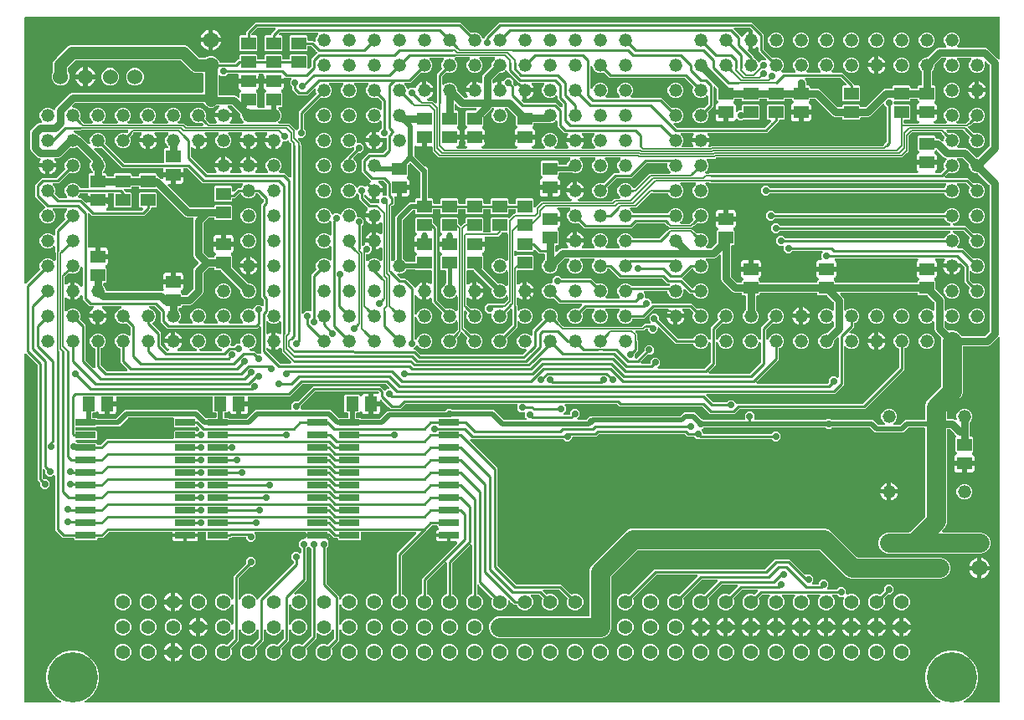
<source format=gbr>
G04 EAGLE Gerber RS-274X export*
G75*
%MOMM*%
%FSLAX34Y34*%
%LPD*%
%INBottom Copper*%
%IPPOS*%
%AMOC8*
5,1,8,0,0,1.08239X$1,22.5*%
G01*
%ADD10C,1.320800*%
%ADD11R,2.032000X0.660400*%
%ADD12R,1.500000X1.300000*%
%ADD13C,1.524000*%
%ADD14C,1.600200*%
%ADD15C,1.422400*%
%ADD16C,5.080000*%
%ADD17R,1.300000X1.500000*%
%ADD18C,0.704800*%
%ADD19C,0.254000*%
%ADD20C,0.127000*%
%ADD21C,0.381000*%
%ADD22C,0.762000*%
%ADD23C,0.508000*%
%ADD24C,1.905000*%
%ADD25C,1.270000*%

G36*
X37794Y2019D02*
X37794Y2019D01*
X37939Y2034D01*
X37952Y2039D01*
X37965Y2041D01*
X38101Y2094D01*
X38237Y2145D01*
X38248Y2153D01*
X38261Y2158D01*
X38379Y2243D01*
X38499Y2326D01*
X38507Y2336D01*
X38518Y2344D01*
X38611Y2457D01*
X38707Y2567D01*
X38713Y2579D01*
X38721Y2589D01*
X38783Y2721D01*
X38848Y2852D01*
X38851Y2865D01*
X38857Y2877D01*
X38884Y3019D01*
X38914Y3163D01*
X38914Y3176D01*
X38916Y3189D01*
X38907Y3334D01*
X38901Y3480D01*
X38898Y3493D01*
X38897Y3507D01*
X38852Y3645D01*
X38810Y3785D01*
X38803Y3797D01*
X38799Y3809D01*
X38721Y3933D01*
X38645Y4057D01*
X38636Y4067D01*
X38629Y4078D01*
X38522Y4178D01*
X38418Y4280D01*
X38403Y4290D01*
X38397Y4296D01*
X38382Y4304D01*
X38284Y4369D01*
X34424Y6598D01*
X29458Y11564D01*
X25947Y17645D01*
X24129Y24429D01*
X24129Y31451D01*
X25947Y38235D01*
X29458Y44316D01*
X34424Y49282D01*
X40505Y52793D01*
X47289Y54611D01*
X54311Y54611D01*
X61095Y52793D01*
X67176Y49282D01*
X72142Y44316D01*
X75653Y38235D01*
X77471Y31451D01*
X77471Y24429D01*
X75653Y17645D01*
X72142Y11564D01*
X67176Y6598D01*
X63316Y4369D01*
X63200Y4281D01*
X63082Y4196D01*
X63073Y4185D01*
X63062Y4177D01*
X62972Y4063D01*
X62879Y3951D01*
X62873Y3938D01*
X62865Y3928D01*
X62805Y3794D01*
X62743Y3663D01*
X62741Y3650D01*
X62735Y3637D01*
X62711Y3493D01*
X62684Y3350D01*
X62684Y3337D01*
X62682Y3324D01*
X62694Y3178D01*
X62703Y3033D01*
X62707Y3020D01*
X62709Y3007D01*
X62757Y2869D01*
X62801Y2731D01*
X62809Y2719D01*
X62813Y2706D01*
X62894Y2585D01*
X62971Y2462D01*
X62981Y2453D01*
X62989Y2441D01*
X63097Y2344D01*
X63203Y2244D01*
X63215Y2237D01*
X63225Y2228D01*
X63354Y2161D01*
X63482Y2090D01*
X63495Y2087D01*
X63507Y2081D01*
X63649Y2047D01*
X63790Y2011D01*
X63808Y2010D01*
X63816Y2008D01*
X63833Y2008D01*
X63950Y2001D01*
X926650Y2001D01*
X926794Y2019D01*
X926939Y2034D01*
X926952Y2039D01*
X926965Y2041D01*
X927101Y2094D01*
X927237Y2145D01*
X927248Y2153D01*
X927261Y2158D01*
X927379Y2243D01*
X927499Y2326D01*
X927507Y2336D01*
X927518Y2344D01*
X927611Y2457D01*
X927707Y2567D01*
X927713Y2579D01*
X927721Y2589D01*
X927783Y2721D01*
X927848Y2852D01*
X927851Y2865D01*
X927857Y2877D01*
X927884Y3019D01*
X927914Y3163D01*
X927914Y3176D01*
X927916Y3189D01*
X927907Y3334D01*
X927901Y3480D01*
X927898Y3493D01*
X927897Y3507D01*
X927852Y3645D01*
X927810Y3785D01*
X927803Y3797D01*
X927799Y3809D01*
X927721Y3933D01*
X927645Y4057D01*
X927636Y4067D01*
X927629Y4078D01*
X927522Y4178D01*
X927418Y4280D01*
X927403Y4290D01*
X927397Y4296D01*
X927382Y4304D01*
X927284Y4369D01*
X923424Y6598D01*
X918458Y11564D01*
X914947Y17645D01*
X913129Y24429D01*
X913129Y31451D01*
X914947Y38235D01*
X918458Y44316D01*
X923424Y49282D01*
X929505Y52793D01*
X936289Y54611D01*
X943311Y54611D01*
X950095Y52793D01*
X956176Y49282D01*
X961142Y44316D01*
X964653Y38235D01*
X966471Y31451D01*
X966471Y24429D01*
X964653Y17645D01*
X961142Y11564D01*
X956176Y6598D01*
X952316Y4369D01*
X952200Y4281D01*
X952082Y4196D01*
X952073Y4185D01*
X952062Y4177D01*
X951972Y4063D01*
X951879Y3951D01*
X951873Y3938D01*
X951865Y3928D01*
X951805Y3794D01*
X951743Y3663D01*
X951741Y3650D01*
X951735Y3637D01*
X951711Y3493D01*
X951684Y3350D01*
X951684Y3337D01*
X951682Y3324D01*
X951694Y3178D01*
X951703Y3033D01*
X951707Y3020D01*
X951709Y3007D01*
X951757Y2869D01*
X951801Y2731D01*
X951809Y2719D01*
X951813Y2706D01*
X951894Y2585D01*
X951971Y2462D01*
X951981Y2453D01*
X951989Y2441D01*
X952097Y2344D01*
X952203Y2244D01*
X952215Y2237D01*
X952225Y2228D01*
X952354Y2161D01*
X952482Y2090D01*
X952495Y2087D01*
X952507Y2081D01*
X952649Y2047D01*
X952790Y2011D01*
X952808Y2010D01*
X952816Y2008D01*
X952833Y2008D01*
X952950Y2001D01*
X987330Y2001D01*
X987448Y2016D01*
X987567Y2023D01*
X987605Y2036D01*
X987646Y2041D01*
X987756Y2084D01*
X987869Y2121D01*
X987904Y2143D01*
X987941Y2158D01*
X988037Y2227D01*
X988138Y2291D01*
X988166Y2321D01*
X988199Y2344D01*
X988275Y2436D01*
X988356Y2523D01*
X988376Y2558D01*
X988401Y2589D01*
X988452Y2697D01*
X988510Y2801D01*
X988520Y2841D01*
X988537Y2877D01*
X988559Y2994D01*
X988589Y3109D01*
X988593Y3169D01*
X988597Y3189D01*
X988595Y3210D01*
X988599Y3270D01*
X988599Y371290D01*
X988582Y371427D01*
X988569Y371566D01*
X988562Y371585D01*
X988559Y371605D01*
X988508Y371734D01*
X988461Y371865D01*
X988450Y371882D01*
X988442Y371901D01*
X988361Y372013D01*
X988283Y372129D01*
X988267Y372142D01*
X988256Y372158D01*
X988148Y372247D01*
X988044Y372339D01*
X988026Y372348D01*
X988011Y372361D01*
X987885Y372420D01*
X987761Y372484D01*
X987741Y372488D01*
X987723Y372497D01*
X987587Y372523D01*
X987451Y372553D01*
X987430Y372553D01*
X987411Y372556D01*
X987272Y372548D01*
X987133Y372544D01*
X987113Y372538D01*
X987093Y372537D01*
X986961Y372494D01*
X986827Y372455D01*
X986810Y372445D01*
X986791Y372439D01*
X986673Y372364D01*
X986553Y372294D01*
X986532Y372275D01*
X986522Y372269D01*
X986508Y372254D01*
X986433Y372187D01*
X978238Y363993D01*
X976371Y363219D01*
X951865Y363219D01*
X951747Y363204D01*
X951628Y363197D01*
X951590Y363184D01*
X951549Y363179D01*
X951439Y363136D01*
X951326Y363099D01*
X951291Y363077D01*
X951254Y363062D01*
X951158Y362993D01*
X951057Y362929D01*
X951029Y362899D01*
X950996Y362876D01*
X950920Y362784D01*
X950839Y362697D01*
X950819Y362662D01*
X950794Y362631D01*
X950743Y362523D01*
X950685Y362419D01*
X950675Y362379D01*
X950658Y362343D01*
X950636Y362226D01*
X950606Y362111D01*
X950602Y362051D01*
X950598Y362031D01*
X950600Y362010D01*
X950596Y361950D01*
X950596Y315353D01*
X948952Y311385D01*
X935067Y297500D01*
X935007Y297422D01*
X934939Y297350D01*
X934910Y297297D01*
X934873Y297249D01*
X934833Y297158D01*
X934785Y297071D01*
X934770Y297013D01*
X934746Y296957D01*
X934731Y296859D01*
X934706Y296763D01*
X934700Y296663D01*
X934696Y296643D01*
X934698Y296631D01*
X934696Y296603D01*
X934696Y290830D01*
X934711Y290712D01*
X934718Y290593D01*
X934731Y290555D01*
X934736Y290514D01*
X934779Y290404D01*
X934816Y290291D01*
X934838Y290256D01*
X934853Y290219D01*
X934922Y290123D01*
X934986Y290022D01*
X935016Y289994D01*
X935039Y289961D01*
X935131Y289885D01*
X935218Y289804D01*
X935253Y289784D01*
X935284Y289759D01*
X935392Y289708D01*
X935496Y289650D01*
X935536Y289640D01*
X935572Y289623D01*
X935689Y289601D01*
X935804Y289571D01*
X935864Y289567D01*
X935884Y289563D01*
X935905Y289565D01*
X935965Y289561D01*
X940811Y289561D01*
X942678Y288787D01*
X942725Y288740D01*
X942780Y288697D01*
X942829Y288647D01*
X942905Y288600D01*
X942976Y288545D01*
X943040Y288518D01*
X943100Y288481D01*
X943186Y288455D01*
X943268Y288419D01*
X943337Y288408D01*
X943404Y288387D01*
X943494Y288383D01*
X943582Y288369D01*
X943652Y288376D01*
X943721Y288372D01*
X943809Y288390D01*
X943899Y288399D01*
X943964Y288422D01*
X944033Y288437D01*
X944114Y288476D01*
X944198Y288506D01*
X944256Y288546D01*
X944319Y288576D01*
X944387Y288635D01*
X944461Y288685D01*
X944507Y288737D01*
X944561Y288783D01*
X944612Y288856D01*
X944672Y288923D01*
X944703Y288985D01*
X944744Y289043D01*
X944776Y289127D01*
X944816Y289207D01*
X944832Y289275D01*
X944856Y289340D01*
X944866Y289429D01*
X944886Y289517D01*
X944884Y289587D01*
X944892Y289656D01*
X944879Y289745D01*
X944876Y289835D01*
X944857Y289902D01*
X944847Y289971D01*
X944795Y290123D01*
X944625Y290534D01*
X944625Y293666D01*
X945824Y296561D01*
X948039Y298776D01*
X950934Y299975D01*
X954066Y299975D01*
X956961Y298776D01*
X959176Y296561D01*
X960375Y293666D01*
X960375Y290534D01*
X959176Y287639D01*
X957952Y286416D01*
X957892Y286338D01*
X957824Y286266D01*
X957795Y286213D01*
X957758Y286165D01*
X957718Y286074D01*
X957670Y285987D01*
X957655Y285928D01*
X957631Y285873D01*
X957616Y285775D01*
X957591Y285679D01*
X957585Y285579D01*
X957581Y285559D01*
X957583Y285546D01*
X957581Y285518D01*
X957581Y272540D01*
X957596Y272422D01*
X957603Y272303D01*
X957616Y272265D01*
X957621Y272224D01*
X957664Y272114D01*
X957701Y272001D01*
X957723Y271966D01*
X957738Y271929D01*
X957807Y271833D01*
X957871Y271732D01*
X957901Y271704D01*
X957924Y271671D01*
X958016Y271595D01*
X958103Y271514D01*
X958138Y271494D01*
X958169Y271469D01*
X958277Y271418D01*
X958381Y271360D01*
X958421Y271350D01*
X958457Y271333D01*
X958574Y271311D01*
X958689Y271281D01*
X958749Y271277D01*
X958769Y271273D01*
X958790Y271275D01*
X958850Y271271D01*
X960526Y271271D01*
X961271Y270526D01*
X961271Y256474D01*
X960314Y255517D01*
X960233Y255412D01*
X960148Y255311D01*
X960136Y255287D01*
X960119Y255266D01*
X960067Y255144D01*
X960009Y255025D01*
X960004Y254999D01*
X959993Y254974D01*
X959972Y254843D01*
X959946Y254713D01*
X959947Y254687D01*
X959943Y254660D01*
X959956Y254528D01*
X959962Y254396D01*
X959970Y254370D01*
X959973Y254343D01*
X960018Y254219D01*
X960057Y254092D01*
X960071Y254069D01*
X960081Y254044D01*
X960155Y253935D01*
X960225Y253822D01*
X960244Y253803D01*
X960259Y253781D01*
X960358Y253693D01*
X960454Y253602D01*
X960477Y253588D01*
X960498Y253570D01*
X960616Y253510D01*
X960731Y253445D01*
X960767Y253433D01*
X960781Y253426D01*
X960802Y253421D01*
X960883Y253394D01*
X960981Y253368D01*
X961560Y253033D01*
X962033Y252560D01*
X962368Y251981D01*
X962541Y251334D01*
X962541Y247039D01*
X953770Y247039D01*
X953652Y247024D01*
X953533Y247017D01*
X953495Y247004D01*
X953455Y246999D01*
X953344Y246955D01*
X953231Y246919D01*
X953196Y246897D01*
X953159Y246882D01*
X953063Y246812D01*
X952962Y246749D01*
X952934Y246719D01*
X952902Y246695D01*
X952826Y246604D01*
X952744Y246517D01*
X952725Y246482D01*
X952699Y246450D01*
X952648Y246343D01*
X952591Y246239D01*
X952580Y246199D01*
X952563Y246163D01*
X952541Y246046D01*
X952511Y245931D01*
X952507Y245870D01*
X952503Y245850D01*
X952505Y245830D01*
X952501Y245770D01*
X952501Y244499D01*
X952499Y244499D01*
X952499Y245770D01*
X952484Y245888D01*
X952477Y246007D01*
X952464Y246045D01*
X952459Y246085D01*
X952415Y246196D01*
X952379Y246309D01*
X952357Y246344D01*
X952342Y246381D01*
X952272Y246477D01*
X952209Y246578D01*
X952179Y246606D01*
X952155Y246638D01*
X952064Y246714D01*
X951977Y246796D01*
X951942Y246815D01*
X951910Y246841D01*
X951803Y246892D01*
X951699Y246949D01*
X951659Y246960D01*
X951623Y246977D01*
X951506Y246999D01*
X951391Y247029D01*
X951330Y247033D01*
X951310Y247037D01*
X951290Y247035D01*
X951230Y247039D01*
X942459Y247039D01*
X942459Y251334D01*
X942632Y251981D01*
X942967Y252560D01*
X943440Y253033D01*
X944019Y253368D01*
X944117Y253394D01*
X944239Y253444D01*
X944364Y253488D01*
X944386Y253504D01*
X944411Y253514D01*
X944517Y253593D01*
X944627Y253667D01*
X944645Y253687D01*
X944667Y253703D01*
X944750Y253806D01*
X944838Y253905D01*
X944850Y253929D01*
X944867Y253950D01*
X944922Y254071D01*
X944982Y254189D01*
X944988Y254215D01*
X944999Y254240D01*
X945023Y254370D01*
X945052Y254499D01*
X945051Y254526D01*
X945056Y254552D01*
X945046Y254684D01*
X945042Y254817D01*
X945035Y254843D01*
X945033Y254870D01*
X944991Y254995D01*
X944954Y255122D01*
X944940Y255146D01*
X944931Y255171D01*
X944859Y255282D01*
X944792Y255396D01*
X944767Y255425D01*
X944758Y255438D01*
X944742Y255453D01*
X944686Y255517D01*
X943729Y256474D01*
X943729Y270526D01*
X944251Y271048D01*
X944324Y271142D01*
X944403Y271232D01*
X944421Y271268D01*
X944446Y271300D01*
X944494Y271409D01*
X944548Y271515D01*
X944557Y271554D01*
X944573Y271592D01*
X944591Y271709D01*
X944617Y271825D01*
X944616Y271866D01*
X944622Y271906D01*
X944611Y272024D01*
X944608Y272143D01*
X944596Y272182D01*
X944593Y272222D01*
X944552Y272334D01*
X944519Y272449D01*
X944499Y272484D01*
X944485Y272522D01*
X944418Y272620D01*
X944358Y272723D01*
X944318Y272768D01*
X944306Y272785D01*
X944291Y272798D01*
X944251Y272843D01*
X942934Y274161D01*
X938067Y279028D01*
X937989Y279088D01*
X937917Y279156D01*
X937864Y279185D01*
X937816Y279222D01*
X937725Y279262D01*
X937638Y279310D01*
X937580Y279325D01*
X937524Y279349D01*
X937426Y279364D01*
X937330Y279389D01*
X937230Y279395D01*
X937210Y279399D01*
X937198Y279397D01*
X937170Y279399D01*
X935965Y279399D01*
X935847Y279384D01*
X935728Y279377D01*
X935690Y279364D01*
X935649Y279359D01*
X935539Y279316D01*
X935426Y279279D01*
X935391Y279257D01*
X935354Y279242D01*
X935258Y279173D01*
X935157Y279109D01*
X935129Y279079D01*
X935096Y279056D01*
X935020Y278964D01*
X934939Y278877D01*
X934919Y278842D01*
X934894Y278811D01*
X934843Y278703D01*
X934785Y278599D01*
X934775Y278559D01*
X934758Y278523D01*
X934736Y278406D01*
X934706Y278291D01*
X934702Y278231D01*
X934698Y278211D01*
X934700Y278190D01*
X934696Y278130D01*
X934696Y183883D01*
X933052Y179915D01*
X929930Y176792D01*
X929845Y176683D01*
X929756Y176576D01*
X929747Y176557D01*
X929735Y176541D01*
X929680Y176413D01*
X929621Y176288D01*
X929617Y176268D01*
X929609Y176249D01*
X929587Y176111D01*
X929561Y175975D01*
X929562Y175955D01*
X929559Y175935D01*
X929572Y175796D01*
X929580Y175658D01*
X929587Y175639D01*
X929589Y175619D01*
X929636Y175487D01*
X929679Y175356D01*
X929689Y175338D01*
X929696Y175319D01*
X929774Y175204D01*
X929849Y175087D01*
X929863Y175073D01*
X929875Y175056D01*
X929979Y174964D01*
X930080Y174869D01*
X930098Y174859D01*
X930113Y174846D01*
X930237Y174782D01*
X930359Y174715D01*
X930378Y174710D01*
X930396Y174701D01*
X930532Y174671D01*
X930667Y174636D01*
X930695Y174634D01*
X930707Y174631D01*
X930727Y174632D01*
X930827Y174626D01*
X969887Y174626D01*
X973855Y172982D01*
X976892Y169945D01*
X978536Y165977D01*
X978536Y161683D01*
X976892Y157715D01*
X973855Y154678D01*
X969887Y153034D01*
X874153Y153034D01*
X870185Y154678D01*
X867148Y157715D01*
X865504Y161683D01*
X865504Y165977D01*
X867148Y169945D01*
X870185Y172982D01*
X874153Y174626D01*
X896703Y174626D01*
X896801Y174638D01*
X896900Y174641D01*
X896958Y174658D01*
X897018Y174666D01*
X897110Y174702D01*
X897205Y174730D01*
X897257Y174760D01*
X897314Y174783D01*
X897394Y174841D01*
X897479Y174891D01*
X897555Y174957D01*
X897571Y174969D01*
X897579Y174979D01*
X897600Y174997D01*
X912733Y190130D01*
X912793Y190208D01*
X912861Y190280D01*
X912890Y190333D01*
X912927Y190381D01*
X912967Y190472D01*
X913015Y190559D01*
X913030Y190617D01*
X913054Y190673D01*
X913069Y190771D01*
X913094Y190867D01*
X913100Y190967D01*
X913104Y190987D01*
X913102Y190999D01*
X913104Y191027D01*
X913104Y279400D01*
X913089Y279518D01*
X913082Y279637D01*
X913069Y279675D01*
X913064Y279716D01*
X913021Y279826D01*
X912984Y279939D01*
X912962Y279974D01*
X912947Y280011D01*
X912878Y280107D01*
X912814Y280208D01*
X912784Y280236D01*
X912761Y280269D01*
X912669Y280345D01*
X912582Y280426D01*
X912547Y280446D01*
X912516Y280471D01*
X912408Y280522D01*
X912304Y280580D01*
X912264Y280590D01*
X912228Y280607D01*
X912111Y280629D01*
X911996Y280659D01*
X911936Y280663D01*
X911916Y280667D01*
X911895Y280665D01*
X911835Y280669D01*
X896184Y280669D01*
X896086Y280657D01*
X895987Y280654D01*
X895929Y280637D01*
X895869Y280629D01*
X895777Y280593D01*
X895681Y280565D01*
X895629Y280535D01*
X895573Y280512D01*
X895493Y280454D01*
X895408Y280404D01*
X895332Y280338D01*
X895316Y280326D01*
X895308Y280316D01*
X895287Y280298D01*
X893182Y278193D01*
X890578Y275589D01*
X862022Y275589D01*
X857313Y280298D01*
X857235Y280358D01*
X857163Y280426D01*
X857110Y280455D01*
X857062Y280492D01*
X856971Y280532D01*
X856884Y280580D01*
X856826Y280595D01*
X856770Y280619D01*
X856672Y280634D01*
X856576Y280659D01*
X856476Y280665D01*
X856456Y280669D01*
X856444Y280667D01*
X856416Y280669D01*
X818836Y280669D01*
X818738Y280657D01*
X818639Y280654D01*
X818580Y280637D01*
X818520Y280629D01*
X818428Y280593D01*
X818333Y280565D01*
X818281Y280535D01*
X818225Y280512D01*
X818145Y280454D01*
X818059Y280404D01*
X817984Y280338D01*
X817967Y280326D01*
X817959Y280316D01*
X817938Y280298D01*
X817326Y279685D01*
X813354Y279685D01*
X812742Y280298D01*
X812663Y280358D01*
X812591Y280426D01*
X812538Y280455D01*
X812490Y280492D01*
X812399Y280532D01*
X812313Y280580D01*
X812254Y280595D01*
X812199Y280619D01*
X812101Y280634D01*
X812005Y280659D01*
X811905Y280665D01*
X811884Y280669D01*
X811872Y280667D01*
X811844Y280669D01*
X689296Y280669D01*
X689198Y280657D01*
X689099Y280654D01*
X689040Y280637D01*
X688980Y280629D01*
X688888Y280593D01*
X688793Y280565D01*
X688741Y280535D01*
X688685Y280512D01*
X688604Y280454D01*
X688519Y280404D01*
X688444Y280338D01*
X688427Y280326D01*
X688419Y280316D01*
X688398Y280297D01*
X687786Y279685D01*
X687740Y279685D01*
X687602Y279668D01*
X687463Y279655D01*
X687444Y279648D01*
X687424Y279645D01*
X687295Y279594D01*
X687164Y279547D01*
X687147Y279536D01*
X687129Y279528D01*
X687016Y279447D01*
X686901Y279369D01*
X686888Y279353D01*
X686871Y279342D01*
X686782Y279234D01*
X686690Y279130D01*
X686681Y279112D01*
X686668Y279097D01*
X686609Y278971D01*
X686546Y278847D01*
X686541Y278827D01*
X686533Y278809D01*
X686507Y278672D01*
X686476Y278537D01*
X686477Y278516D01*
X686473Y278497D01*
X686482Y278358D01*
X686486Y278219D01*
X686492Y278199D01*
X686493Y278179D01*
X686536Y278047D01*
X686574Y277913D01*
X686585Y277896D01*
X686591Y277877D01*
X686666Y277758D01*
X686736Y277639D01*
X686754Y277618D01*
X686761Y277608D01*
X686776Y277594D01*
X686842Y277519D01*
X688055Y276306D01*
X688055Y275590D01*
X688070Y275472D01*
X688077Y275353D01*
X688090Y275315D01*
X688095Y275274D01*
X688138Y275164D01*
X688175Y275051D01*
X688197Y275016D01*
X688212Y274979D01*
X688281Y274883D01*
X688345Y274782D01*
X688375Y274754D01*
X688398Y274721D01*
X688490Y274645D01*
X688577Y274564D01*
X688612Y274544D01*
X688643Y274519D01*
X688751Y274468D01*
X688855Y274410D01*
X688895Y274400D01*
X688931Y274383D01*
X689048Y274361D01*
X689163Y274331D01*
X689223Y274327D01*
X689243Y274323D01*
X689264Y274325D01*
X689324Y274321D01*
X757234Y274321D01*
X757332Y274333D01*
X757431Y274336D01*
X757490Y274353D01*
X757550Y274361D01*
X757642Y274397D01*
X757737Y274425D01*
X757789Y274455D01*
X757845Y274478D01*
X757925Y274536D01*
X758011Y274586D01*
X758086Y274652D01*
X758103Y274664D01*
X758111Y274674D01*
X758132Y274692D01*
X760014Y276575D01*
X763986Y276575D01*
X766795Y273766D01*
X766795Y269794D01*
X763986Y266985D01*
X760014Y266985D01*
X758132Y268868D01*
X758053Y268928D01*
X757981Y268996D01*
X757928Y269025D01*
X757880Y269062D01*
X757789Y269102D01*
X757703Y269150D01*
X757644Y269165D01*
X757589Y269189D01*
X757491Y269204D01*
X757395Y269229D01*
X757295Y269235D01*
X757274Y269239D01*
X757262Y269237D01*
X757234Y269239D01*
X684728Y269239D01*
X684683Y269282D01*
X684630Y269311D01*
X684582Y269348D01*
X684491Y269388D01*
X684404Y269436D01*
X684346Y269451D01*
X684290Y269475D01*
X684192Y269490D01*
X684097Y269515D01*
X683996Y269521D01*
X683976Y269525D01*
X683964Y269523D01*
X683936Y269525D01*
X681274Y269525D01*
X679392Y271408D01*
X679313Y271468D01*
X679241Y271536D01*
X679188Y271565D01*
X679140Y271602D01*
X679049Y271642D01*
X678963Y271690D01*
X678904Y271705D01*
X678849Y271729D01*
X678751Y271744D01*
X678655Y271769D01*
X678555Y271775D01*
X678534Y271779D01*
X678522Y271777D01*
X678494Y271779D01*
X672048Y271779D01*
X669879Y273948D01*
X669801Y274008D01*
X669729Y274076D01*
X669676Y274105D01*
X669628Y274142D01*
X669537Y274182D01*
X669450Y274230D01*
X669392Y274245D01*
X669336Y274269D01*
X669238Y274284D01*
X669143Y274309D01*
X669042Y274315D01*
X669022Y274319D01*
X669010Y274317D01*
X668982Y274319D01*
X583238Y274319D01*
X583140Y274307D01*
X583041Y274304D01*
X582983Y274287D01*
X582923Y274279D01*
X582831Y274243D01*
X582735Y274215D01*
X582683Y274185D01*
X582627Y274162D01*
X582547Y274104D01*
X582462Y274054D01*
X582386Y273988D01*
X582370Y273976D01*
X582362Y273966D01*
X582341Y273948D01*
X580172Y271779D01*
X557244Y271779D01*
X557126Y271764D01*
X557007Y271757D01*
X556969Y271744D01*
X556928Y271739D01*
X556818Y271696D01*
X556705Y271659D01*
X556670Y271637D01*
X556633Y271622D01*
X556537Y271553D01*
X556436Y271489D01*
X556408Y271459D01*
X556375Y271436D01*
X556299Y271344D01*
X556218Y271257D01*
X556198Y271222D01*
X556173Y271191D01*
X556122Y271083D01*
X556064Y270979D01*
X556054Y270939D01*
X556037Y270903D01*
X556015Y270786D01*
X555985Y270671D01*
X555981Y270611D01*
X555977Y270591D01*
X555979Y270570D01*
X555975Y270510D01*
X555975Y269794D01*
X553166Y266985D01*
X549194Y266985D01*
X547312Y268868D01*
X547233Y268928D01*
X547161Y268996D01*
X547108Y269025D01*
X547060Y269062D01*
X546969Y269102D01*
X546883Y269150D01*
X546824Y269165D01*
X546769Y269189D01*
X546671Y269204D01*
X546575Y269229D01*
X546475Y269235D01*
X546454Y269239D01*
X546442Y269237D01*
X546414Y269239D01*
X453698Y269239D01*
X453561Y269222D01*
X453422Y269209D01*
X453403Y269202D01*
X453383Y269199D01*
X453254Y269148D01*
X453122Y269101D01*
X453106Y269090D01*
X453087Y269082D01*
X452975Y269001D01*
X452859Y268923D01*
X452846Y268907D01*
X452830Y268896D01*
X452741Y268788D01*
X452649Y268684D01*
X452640Y268666D01*
X452627Y268651D01*
X452568Y268525D01*
X452504Y268401D01*
X452500Y268381D01*
X452491Y268363D01*
X452465Y268227D01*
X452435Y268091D01*
X452435Y268070D01*
X452431Y268051D01*
X452440Y267912D01*
X452444Y267773D01*
X452450Y267753D01*
X452451Y267733D01*
X452494Y267601D01*
X452533Y267467D01*
X452543Y267450D01*
X452549Y267431D01*
X452624Y267313D01*
X452694Y267193D01*
X452713Y267172D01*
X452719Y267162D01*
X452734Y267148D01*
X452801Y267073D01*
X478201Y241672D01*
X480061Y239812D01*
X480061Y141278D01*
X480073Y141180D01*
X480076Y141081D01*
X480093Y141023D01*
X480101Y140963D01*
X480137Y140871D01*
X480165Y140775D01*
X480195Y140723D01*
X480218Y140667D01*
X480276Y140587D01*
X480326Y140502D01*
X480392Y140426D01*
X480404Y140410D01*
X480414Y140402D01*
X480432Y140381D01*
X498521Y122292D01*
X498599Y122232D01*
X498671Y122164D01*
X498724Y122135D01*
X498772Y122098D01*
X498863Y122058D01*
X498950Y122010D01*
X499008Y121995D01*
X499064Y121971D01*
X499162Y121956D01*
X499257Y121931D01*
X499358Y121925D01*
X499378Y121921D01*
X499390Y121923D01*
X499418Y121921D01*
X544612Y121921D01*
X546472Y120061D01*
X554325Y112208D01*
X554349Y112190D01*
X554368Y112167D01*
X554474Y112093D01*
X554576Y112013D01*
X554604Y112001D01*
X554628Y111984D01*
X554749Y111938D01*
X554868Y111887D01*
X554897Y111882D01*
X554925Y111872D01*
X555054Y111857D01*
X555182Y111837D01*
X555212Y111840D01*
X555241Y111836D01*
X555370Y111854D01*
X555499Y111867D01*
X555527Y111877D01*
X555556Y111881D01*
X555708Y111933D01*
X557133Y112523D01*
X560467Y112523D01*
X563548Y111247D01*
X565907Y108888D01*
X567183Y105807D01*
X567183Y102473D01*
X565907Y99392D01*
X563548Y97033D01*
X560467Y95757D01*
X557133Y95757D01*
X554052Y97033D01*
X551693Y99392D01*
X550417Y102473D01*
X550417Y105807D01*
X551007Y107232D01*
X551015Y107260D01*
X551028Y107286D01*
X551057Y107413D01*
X551091Y107538D01*
X551092Y107568D01*
X551098Y107597D01*
X551094Y107726D01*
X551096Y107856D01*
X551089Y107885D01*
X551088Y107915D01*
X551052Y108039D01*
X551022Y108166D01*
X551008Y108192D01*
X551000Y108220D01*
X550934Y108332D01*
X550873Y108447D01*
X550853Y108469D01*
X550838Y108494D01*
X550732Y108615D01*
X542879Y116468D01*
X542801Y116528D01*
X542729Y116596D01*
X542676Y116625D01*
X542628Y116662D01*
X542537Y116702D01*
X542450Y116750D01*
X542392Y116765D01*
X542336Y116789D01*
X542238Y116804D01*
X542143Y116829D01*
X542042Y116835D01*
X542022Y116839D01*
X542010Y116837D01*
X541982Y116839D01*
X527358Y116839D01*
X527221Y116822D01*
X527082Y116809D01*
X527063Y116802D01*
X527043Y116799D01*
X526914Y116748D01*
X526782Y116701D01*
X526766Y116690D01*
X526747Y116682D01*
X526635Y116601D01*
X526519Y116523D01*
X526506Y116507D01*
X526490Y116496D01*
X526401Y116388D01*
X526309Y116284D01*
X526300Y116266D01*
X526287Y116251D01*
X526228Y116125D01*
X526164Y116001D01*
X526160Y115981D01*
X526151Y115963D01*
X526125Y115827D01*
X526095Y115691D01*
X526095Y115670D01*
X526091Y115651D01*
X526100Y115512D01*
X526104Y115373D01*
X526110Y115353D01*
X526111Y115333D01*
X526154Y115201D01*
X526193Y115067D01*
X526203Y115050D01*
X526209Y115031D01*
X526284Y114913D01*
X526354Y114793D01*
X526373Y114772D01*
X526379Y114762D01*
X526394Y114748D01*
X526461Y114673D01*
X528925Y112208D01*
X528949Y112190D01*
X528968Y112167D01*
X529074Y112093D01*
X529176Y112013D01*
X529204Y112001D01*
X529228Y111984D01*
X529349Y111938D01*
X529468Y111887D01*
X529497Y111882D01*
X529525Y111872D01*
X529654Y111857D01*
X529782Y111837D01*
X529812Y111840D01*
X529841Y111836D01*
X529970Y111854D01*
X530099Y111867D01*
X530127Y111877D01*
X530156Y111881D01*
X530308Y111933D01*
X531733Y112523D01*
X535067Y112523D01*
X538148Y111247D01*
X540507Y108888D01*
X541783Y105807D01*
X541783Y102473D01*
X540507Y99392D01*
X538148Y97033D01*
X535067Y95757D01*
X531733Y95757D01*
X528652Y97033D01*
X526293Y99392D01*
X525017Y102473D01*
X525017Y105807D01*
X525607Y107232D01*
X525615Y107260D01*
X525628Y107286D01*
X525657Y107413D01*
X525691Y107538D01*
X525692Y107568D01*
X525698Y107597D01*
X525694Y107726D01*
X525696Y107856D01*
X525689Y107885D01*
X525688Y107915D01*
X525652Y108039D01*
X525622Y108166D01*
X525608Y108192D01*
X525600Y108220D01*
X525534Y108332D01*
X525473Y108447D01*
X525453Y108469D01*
X525438Y108494D01*
X525332Y108615D01*
X522559Y111388D01*
X522481Y111448D01*
X522409Y111516D01*
X522356Y111545D01*
X522308Y111582D01*
X522217Y111622D01*
X522130Y111670D01*
X522072Y111685D01*
X522016Y111709D01*
X521918Y111724D01*
X521823Y111749D01*
X521722Y111755D01*
X521702Y111759D01*
X521690Y111757D01*
X521662Y111759D01*
X515300Y111759D01*
X515162Y111742D01*
X515024Y111729D01*
X515005Y111722D01*
X514984Y111719D01*
X514855Y111668D01*
X514724Y111621D01*
X514707Y111610D01*
X514689Y111602D01*
X514576Y111521D01*
X514461Y111443D01*
X514448Y111427D01*
X514431Y111416D01*
X514343Y111308D01*
X514251Y111204D01*
X514241Y111186D01*
X514229Y111171D01*
X514169Y111045D01*
X514106Y110921D01*
X514102Y110901D01*
X514093Y110883D01*
X514067Y110746D01*
X514036Y110611D01*
X514037Y110590D01*
X514033Y110571D01*
X514042Y110432D01*
X514046Y110293D01*
X514052Y110273D01*
X514053Y110253D01*
X514096Y110121D01*
X514134Y109987D01*
X514145Y109970D01*
X514151Y109951D01*
X514225Y109833D01*
X514296Y109713D01*
X514315Y109692D01*
X514321Y109682D01*
X514336Y109668D01*
X514402Y109593D01*
X515107Y108888D01*
X516383Y105807D01*
X516383Y102473D01*
X515107Y99392D01*
X512748Y97033D01*
X509667Y95757D01*
X506333Y95757D01*
X503252Y97033D01*
X500893Y99392D01*
X500304Y100816D01*
X500289Y100841D01*
X500280Y100869D01*
X500210Y100979D01*
X500146Y101092D01*
X500125Y101113D01*
X500110Y101138D01*
X500015Y101227D01*
X499925Y101320D01*
X499900Y101336D01*
X499878Y101356D01*
X499764Y101419D01*
X499654Y101487D01*
X499625Y101495D01*
X499600Y101510D01*
X499474Y101542D01*
X499350Y101580D01*
X499320Y101582D01*
X499292Y101589D01*
X499131Y101599D01*
X496788Y101599D01*
X494928Y103459D01*
X493149Y105237D01*
X493040Y105323D01*
X492933Y105411D01*
X492914Y105420D01*
X492898Y105432D01*
X492770Y105488D01*
X492645Y105547D01*
X492625Y105551D01*
X492606Y105559D01*
X492468Y105581D01*
X492332Y105607D01*
X492312Y105605D01*
X492292Y105609D01*
X492153Y105595D01*
X492015Y105587D01*
X491996Y105581D01*
X491976Y105579D01*
X491844Y105532D01*
X491713Y105489D01*
X491695Y105478D01*
X491676Y105471D01*
X491561Y105393D01*
X491444Y105319D01*
X491430Y105304D01*
X491413Y105293D01*
X491321Y105188D01*
X491226Y105087D01*
X491216Y105069D01*
X491203Y105054D01*
X491139Y104930D01*
X491072Y104809D01*
X491067Y104789D01*
X491058Y104771D01*
X491028Y104635D01*
X490993Y104501D01*
X490991Y104473D01*
X490988Y104461D01*
X490989Y104440D01*
X490983Y104340D01*
X490983Y102473D01*
X489707Y99392D01*
X487348Y97033D01*
X484267Y95757D01*
X480933Y95757D01*
X477852Y97033D01*
X475493Y99392D01*
X474217Y102473D01*
X474217Y105807D01*
X474807Y107232D01*
X474815Y107260D01*
X474828Y107286D01*
X474857Y107413D01*
X474891Y107538D01*
X474892Y107568D01*
X474898Y107597D01*
X474894Y107726D01*
X474896Y107856D01*
X474889Y107885D01*
X474888Y107915D01*
X474852Y108039D01*
X474822Y108166D01*
X474808Y108192D01*
X474800Y108220D01*
X474734Y108332D01*
X474673Y108447D01*
X474653Y108469D01*
X474638Y108494D01*
X474532Y108615D01*
X461907Y121239D01*
X461798Y121325D01*
X461691Y121413D01*
X461672Y121422D01*
X461656Y121434D01*
X461528Y121490D01*
X461403Y121549D01*
X461383Y121553D01*
X461364Y121561D01*
X461226Y121583D01*
X461090Y121609D01*
X461070Y121607D01*
X461050Y121611D01*
X460911Y121597D01*
X460773Y121589D01*
X460754Y121583D01*
X460734Y121581D01*
X460602Y121534D01*
X460471Y121491D01*
X460453Y121480D01*
X460434Y121473D01*
X460319Y121395D01*
X460202Y121321D01*
X460188Y121306D01*
X460171Y121295D01*
X460079Y121190D01*
X459984Y121089D01*
X459974Y121071D01*
X459961Y121056D01*
X459897Y120932D01*
X459830Y120811D01*
X459825Y120791D01*
X459816Y120773D01*
X459786Y120637D01*
X459751Y120503D01*
X459749Y120475D01*
X459746Y120463D01*
X459747Y120442D01*
X459741Y120342D01*
X459741Y113009D01*
X459744Y112980D01*
X459742Y112950D01*
X459764Y112822D01*
X459781Y112694D01*
X459791Y112666D01*
X459796Y112637D01*
X459850Y112518D01*
X459898Y112398D01*
X459915Y112374D01*
X459927Y112347D01*
X460008Y112246D01*
X460084Y112141D01*
X460107Y112122D01*
X460126Y112099D01*
X460229Y112021D01*
X460329Y111938D01*
X460356Y111925D01*
X460380Y111907D01*
X460524Y111836D01*
X461948Y111247D01*
X464307Y108888D01*
X465583Y105807D01*
X465583Y102473D01*
X464307Y99392D01*
X461948Y97033D01*
X458867Y95757D01*
X455533Y95757D01*
X452452Y97033D01*
X450093Y99392D01*
X448817Y102473D01*
X448817Y105807D01*
X450093Y108888D01*
X452452Y111247D01*
X453876Y111836D01*
X453901Y111851D01*
X453929Y111860D01*
X454039Y111930D01*
X454152Y111994D01*
X454173Y112015D01*
X454198Y112030D01*
X454287Y112125D01*
X454380Y112215D01*
X454396Y112240D01*
X454416Y112262D01*
X454479Y112376D01*
X454547Y112486D01*
X454555Y112515D01*
X454570Y112540D01*
X454602Y112666D01*
X454640Y112790D01*
X454642Y112820D01*
X454649Y112848D01*
X454659Y113009D01*
X454659Y160982D01*
X454642Y161119D01*
X454629Y161258D01*
X454622Y161277D01*
X454619Y161297D01*
X454568Y161426D01*
X454521Y161558D01*
X454510Y161574D01*
X454502Y161593D01*
X454421Y161705D01*
X454343Y161821D01*
X454327Y161834D01*
X454316Y161850D01*
X454208Y161939D01*
X454104Y162031D01*
X454086Y162040D01*
X454071Y162053D01*
X453945Y162113D01*
X453821Y162176D01*
X453801Y162180D01*
X453783Y162189D01*
X453647Y162215D01*
X453511Y162245D01*
X453490Y162245D01*
X453471Y162249D01*
X453332Y162240D01*
X453193Y162236D01*
X453173Y162230D01*
X453153Y162229D01*
X453021Y162186D01*
X452887Y162147D01*
X452870Y162137D01*
X452851Y162131D01*
X452733Y162056D01*
X452613Y161986D01*
X452592Y161967D01*
X452582Y161961D01*
X452568Y161946D01*
X452493Y161879D01*
X434712Y144099D01*
X434652Y144021D01*
X434584Y143949D01*
X434555Y143896D01*
X434518Y143848D01*
X434478Y143757D01*
X434430Y143670D01*
X434415Y143612D01*
X434391Y143556D01*
X434376Y143458D01*
X434351Y143363D01*
X434345Y143262D01*
X434341Y143242D01*
X434343Y143230D01*
X434341Y143202D01*
X434341Y113009D01*
X434344Y112980D01*
X434342Y112950D01*
X434364Y112822D01*
X434381Y112694D01*
X434391Y112666D01*
X434396Y112637D01*
X434450Y112518D01*
X434498Y112398D01*
X434515Y112374D01*
X434527Y112347D01*
X434608Y112246D01*
X434684Y112141D01*
X434707Y112122D01*
X434726Y112099D01*
X434829Y112021D01*
X434929Y111938D01*
X434956Y111925D01*
X434980Y111907D01*
X435124Y111836D01*
X436548Y111247D01*
X438907Y108888D01*
X440183Y105807D01*
X440183Y102473D01*
X438907Y99392D01*
X436548Y97033D01*
X433467Y95757D01*
X430133Y95757D01*
X427052Y97033D01*
X424693Y99392D01*
X423417Y102473D01*
X423417Y105807D01*
X424693Y108888D01*
X427052Y111247D01*
X428476Y111836D01*
X428501Y111851D01*
X428529Y111860D01*
X428639Y111930D01*
X428752Y111994D01*
X428773Y112015D01*
X428798Y112030D01*
X428887Y112125D01*
X428980Y112215D01*
X428996Y112240D01*
X429016Y112262D01*
X429079Y112376D01*
X429147Y112486D01*
X429155Y112515D01*
X429170Y112540D01*
X429202Y112666D01*
X429240Y112790D01*
X429242Y112820D01*
X429249Y112848D01*
X429259Y113009D01*
X429259Y143202D01*
X429242Y143339D01*
X429229Y143478D01*
X429222Y143497D01*
X429219Y143517D01*
X429168Y143646D01*
X429121Y143778D01*
X429110Y143794D01*
X429102Y143813D01*
X429021Y143925D01*
X428943Y144041D01*
X428927Y144054D01*
X428916Y144070D01*
X428808Y144159D01*
X428704Y144251D01*
X428686Y144260D01*
X428671Y144273D01*
X428545Y144333D01*
X428421Y144396D01*
X428401Y144400D01*
X428383Y144409D01*
X428247Y144435D01*
X428111Y144465D01*
X428090Y144465D01*
X428071Y144469D01*
X427932Y144460D01*
X427793Y144456D01*
X427773Y144450D01*
X427753Y144449D01*
X427621Y144406D01*
X427487Y144367D01*
X427470Y144357D01*
X427451Y144351D01*
X427333Y144276D01*
X427213Y144206D01*
X427192Y144187D01*
X427182Y144181D01*
X427168Y144166D01*
X427093Y144099D01*
X409312Y126319D01*
X409252Y126241D01*
X409184Y126169D01*
X409155Y126116D01*
X409118Y126068D01*
X409078Y125977D01*
X409030Y125890D01*
X409015Y125832D01*
X408991Y125776D01*
X408976Y125678D01*
X408951Y125583D01*
X408945Y125482D01*
X408941Y125462D01*
X408943Y125450D01*
X408941Y125422D01*
X408941Y113009D01*
X408944Y112980D01*
X408942Y112950D01*
X408964Y112822D01*
X408981Y112694D01*
X408991Y112666D01*
X408996Y112637D01*
X409050Y112518D01*
X409098Y112398D01*
X409115Y112374D01*
X409127Y112347D01*
X409208Y112246D01*
X409284Y112141D01*
X409307Y112122D01*
X409326Y112099D01*
X409429Y112021D01*
X409529Y111938D01*
X409556Y111925D01*
X409580Y111907D01*
X409724Y111836D01*
X411148Y111247D01*
X413507Y108888D01*
X414783Y105807D01*
X414783Y102473D01*
X413507Y99392D01*
X411148Y97033D01*
X408067Y95757D01*
X404733Y95757D01*
X401652Y97033D01*
X399293Y99392D01*
X398017Y102473D01*
X398017Y105807D01*
X399293Y108888D01*
X401652Y111247D01*
X403076Y111836D01*
X403101Y111851D01*
X403129Y111860D01*
X403239Y111930D01*
X403352Y111994D01*
X403373Y112015D01*
X403398Y112030D01*
X403487Y112125D01*
X403580Y112215D01*
X403596Y112240D01*
X403616Y112262D01*
X403679Y112376D01*
X403747Y112486D01*
X403755Y112515D01*
X403770Y112540D01*
X403802Y112666D01*
X403840Y112790D01*
X403842Y112820D01*
X403849Y112848D01*
X403859Y113009D01*
X403859Y128052D01*
X439247Y163441D01*
X439333Y163550D01*
X439421Y163657D01*
X439430Y163676D01*
X439442Y163692D01*
X439498Y163820D01*
X439557Y163945D01*
X439561Y163965D01*
X439569Y163984D01*
X439591Y164122D01*
X439617Y164258D01*
X439615Y164278D01*
X439619Y164298D01*
X439605Y164437D01*
X439597Y164575D01*
X439591Y164594D01*
X439589Y164614D01*
X439542Y164746D01*
X439499Y164877D01*
X439488Y164895D01*
X439481Y164914D01*
X439403Y165029D01*
X439329Y165146D01*
X439314Y165160D01*
X439303Y165177D01*
X439198Y165269D01*
X439097Y165364D01*
X439079Y165374D01*
X439064Y165387D01*
X438940Y165450D01*
X438819Y165518D01*
X438799Y165523D01*
X438781Y165532D01*
X438645Y165562D01*
X438511Y165597D01*
X438483Y165599D01*
X438471Y165602D01*
X438450Y165601D01*
X438350Y165607D01*
X432942Y165607D01*
X432942Y171069D01*
X432927Y171187D01*
X432920Y171306D01*
X432907Y171344D01*
X432902Y171384D01*
X432859Y171495D01*
X432822Y171608D01*
X432800Y171642D01*
X432785Y171680D01*
X432716Y171776D01*
X432652Y171877D01*
X432622Y171905D01*
X432599Y171937D01*
X432507Y172013D01*
X432420Y172095D01*
X432385Y172114D01*
X432354Y172140D01*
X432246Y172191D01*
X432142Y172248D01*
X432102Y172258D01*
X432095Y172262D01*
X432060Y172370D01*
X432038Y172405D01*
X432023Y172442D01*
X431953Y172538D01*
X431890Y172639D01*
X431860Y172667D01*
X431836Y172700D01*
X431745Y172776D01*
X431658Y172857D01*
X431623Y172877D01*
X431591Y172902D01*
X431484Y172953D01*
X431379Y173011D01*
X431340Y173021D01*
X431304Y173038D01*
X431187Y173060D01*
X431071Y173090D01*
X431011Y173094D01*
X430991Y173098D01*
X430971Y173096D01*
X430911Y173100D01*
X418591Y173100D01*
X418591Y175086D01*
X418764Y175733D01*
X419099Y176312D01*
X419572Y176785D01*
X420151Y177120D01*
X420324Y177166D01*
X420447Y177216D01*
X420572Y177261D01*
X420594Y177276D01*
X420619Y177286D01*
X420725Y177365D01*
X420835Y177439D01*
X420853Y177460D01*
X420874Y177476D01*
X420958Y177579D01*
X421045Y177678D01*
X421057Y177702D01*
X421074Y177723D01*
X421130Y177843D01*
X421190Y177961D01*
X421196Y177987D01*
X421207Y178012D01*
X421230Y178142D01*
X421259Y178271D01*
X421259Y178298D01*
X421263Y178325D01*
X421254Y178457D01*
X421250Y178589D01*
X421242Y178615D01*
X421240Y178642D01*
X421198Y178767D01*
X421161Y178895D01*
X421148Y178918D01*
X421139Y178943D01*
X421067Y179054D01*
X421000Y179169D01*
X420975Y179197D01*
X420966Y179210D01*
X420950Y179225D01*
X420893Y179289D01*
X419861Y180322D01*
X419861Y180340D01*
X419846Y180458D01*
X419839Y180577D01*
X419826Y180615D01*
X419821Y180656D01*
X419778Y180766D01*
X419741Y180879D01*
X419719Y180914D01*
X419704Y180951D01*
X419635Y181047D01*
X419571Y181148D01*
X419541Y181176D01*
X419518Y181209D01*
X419426Y181285D01*
X419339Y181366D01*
X419304Y181386D01*
X419273Y181411D01*
X419165Y181462D01*
X419061Y181520D01*
X419021Y181530D01*
X418985Y181547D01*
X418868Y181569D01*
X418753Y181599D01*
X418693Y181603D01*
X418673Y181607D01*
X418652Y181605D01*
X418592Y181609D01*
X414328Y181609D01*
X414230Y181597D01*
X414131Y181594D01*
X414073Y181577D01*
X414013Y181569D01*
X413921Y181533D01*
X413825Y181505D01*
X413773Y181475D01*
X413717Y181452D01*
X413637Y181394D01*
X413552Y181344D01*
X413476Y181278D01*
X413460Y181266D01*
X413452Y181256D01*
X413431Y181238D01*
X407081Y174888D01*
X383912Y151719D01*
X383852Y151641D01*
X383784Y151569D01*
X383755Y151516D01*
X383718Y151468D01*
X383678Y151377D01*
X383630Y151290D01*
X383615Y151232D01*
X383591Y151176D01*
X383576Y151078D01*
X383551Y150983D01*
X383545Y150882D01*
X383541Y150862D01*
X383543Y150850D01*
X383541Y150822D01*
X383541Y113009D01*
X383544Y112980D01*
X383542Y112950D01*
X383564Y112822D01*
X383581Y112694D01*
X383591Y112666D01*
X383596Y112637D01*
X383650Y112518D01*
X383698Y112398D01*
X383715Y112374D01*
X383727Y112347D01*
X383808Y112246D01*
X383884Y112141D01*
X383907Y112122D01*
X383926Y112099D01*
X384029Y112021D01*
X384129Y111938D01*
X384156Y111925D01*
X384180Y111907D01*
X384324Y111836D01*
X385748Y111247D01*
X388107Y108888D01*
X389383Y105807D01*
X389383Y102473D01*
X388107Y99392D01*
X385748Y97033D01*
X382667Y95757D01*
X379333Y95757D01*
X376252Y97033D01*
X373893Y99392D01*
X372617Y102473D01*
X372617Y105807D01*
X373893Y108888D01*
X376252Y111247D01*
X377676Y111836D01*
X377701Y111851D01*
X377729Y111860D01*
X377839Y111930D01*
X377952Y111994D01*
X377973Y112015D01*
X377998Y112030D01*
X378087Y112125D01*
X378180Y112215D01*
X378196Y112240D01*
X378216Y112262D01*
X378279Y112376D01*
X378347Y112486D01*
X378355Y112515D01*
X378370Y112540D01*
X378402Y112666D01*
X378440Y112790D01*
X378442Y112820D01*
X378449Y112848D01*
X378459Y113009D01*
X378459Y153452D01*
X398099Y173093D01*
X398185Y173202D01*
X398273Y173309D01*
X398282Y173328D01*
X398294Y173344D01*
X398350Y173472D01*
X398409Y173597D01*
X398413Y173617D01*
X398421Y173636D01*
X398443Y173774D01*
X398469Y173910D01*
X398467Y173930D01*
X398471Y173950D01*
X398457Y174089D01*
X398449Y174227D01*
X398443Y174246D01*
X398441Y174266D01*
X398394Y174398D01*
X398351Y174529D01*
X398340Y174547D01*
X398333Y174566D01*
X398255Y174681D01*
X398181Y174798D01*
X398166Y174812D01*
X398155Y174829D01*
X398050Y174921D01*
X397949Y175016D01*
X397931Y175026D01*
X397916Y175039D01*
X397792Y175102D01*
X397671Y175170D01*
X397651Y175175D01*
X397633Y175184D01*
X397497Y175214D01*
X397363Y175249D01*
X397335Y175251D01*
X397323Y175254D01*
X397302Y175253D01*
X397202Y175259D01*
X343408Y175259D01*
X343290Y175244D01*
X343171Y175237D01*
X343133Y175224D01*
X343092Y175219D01*
X342982Y175176D01*
X342869Y175139D01*
X342834Y175117D01*
X342797Y175102D01*
X342701Y175033D01*
X342600Y174969D01*
X342572Y174939D01*
X342539Y174916D01*
X342463Y174824D01*
X342382Y174737D01*
X342362Y174702D01*
X342337Y174671D01*
X342286Y174563D01*
X342228Y174459D01*
X342218Y174419D01*
X342201Y174383D01*
X342179Y174266D01*
X342149Y174151D01*
X342145Y174091D01*
X342141Y174071D01*
X342143Y174050D01*
X342139Y173990D01*
X342139Y167622D01*
X341394Y166877D01*
X320022Y166877D01*
X319277Y167622D01*
X319277Y167640D01*
X319262Y167758D01*
X319255Y167877D01*
X319242Y167915D01*
X319237Y167956D01*
X319194Y168066D01*
X319157Y168179D01*
X319135Y168214D01*
X319120Y168251D01*
X319051Y168347D01*
X318987Y168448D01*
X318957Y168476D01*
X318934Y168509D01*
X318842Y168585D01*
X318755Y168666D01*
X318720Y168686D01*
X318689Y168711D01*
X318581Y168762D01*
X318477Y168820D01*
X318437Y168830D01*
X318401Y168847D01*
X318284Y168869D01*
X318169Y168899D01*
X318109Y168903D01*
X318089Y168907D01*
X318068Y168905D01*
X318008Y168909D01*
X315178Y168909D01*
X312809Y171277D01*
X312700Y171363D01*
X312593Y171451D01*
X312574Y171460D01*
X312558Y171472D01*
X312430Y171528D01*
X312396Y171544D01*
X312388Y171572D01*
X312378Y171589D01*
X312372Y171608D01*
X312298Y171726D01*
X312227Y171846D01*
X312208Y171867D01*
X312202Y171877D01*
X312187Y171891D01*
X312120Y171966D01*
X311358Y172729D01*
X311280Y172789D01*
X311208Y172857D01*
X311155Y172886D01*
X311107Y172923D01*
X311016Y172963D01*
X310929Y173011D01*
X310871Y173026D01*
X310815Y173050D01*
X310717Y173065D01*
X310622Y173090D01*
X310521Y173096D01*
X310501Y173100D01*
X310489Y173098D01*
X310461Y173100D01*
X298323Y173100D01*
X298205Y173085D01*
X298086Y173078D01*
X298048Y173065D01*
X298008Y173060D01*
X297952Y173038D01*
X297837Y173060D01*
X297721Y173090D01*
X297661Y173094D01*
X297641Y173098D01*
X297621Y173096D01*
X297561Y173100D01*
X285241Y173100D01*
X285241Y173990D01*
X285226Y174108D01*
X285219Y174227D01*
X285206Y174265D01*
X285201Y174306D01*
X285158Y174416D01*
X285121Y174529D01*
X285099Y174564D01*
X285084Y174601D01*
X285015Y174697D01*
X284951Y174798D01*
X284921Y174826D01*
X284898Y174859D01*
X284806Y174935D01*
X284719Y175016D01*
X284684Y175036D01*
X284653Y175061D01*
X284545Y175112D01*
X284441Y175170D01*
X284401Y175180D01*
X284365Y175197D01*
X284248Y175219D01*
X284133Y175249D01*
X284073Y175253D01*
X284053Y175257D01*
X284032Y175255D01*
X283972Y175259D01*
X235906Y175259D01*
X235768Y175242D01*
X235629Y175229D01*
X235610Y175222D01*
X235590Y175219D01*
X235461Y175168D01*
X235330Y175121D01*
X235313Y175110D01*
X235295Y175102D01*
X235182Y175021D01*
X235067Y174943D01*
X235054Y174927D01*
X235037Y174916D01*
X234948Y174808D01*
X234856Y174704D01*
X234847Y174686D01*
X234834Y174671D01*
X234775Y174545D01*
X234712Y174421D01*
X234707Y174401D01*
X234699Y174383D01*
X234673Y174246D01*
X234642Y174111D01*
X234643Y174090D01*
X234639Y174071D01*
X234648Y173932D01*
X234652Y173793D01*
X234658Y173773D01*
X234659Y173753D01*
X234702Y173621D01*
X234740Y173487D01*
X234751Y173470D01*
X234757Y173451D01*
X234831Y173333D01*
X234902Y173213D01*
X234920Y173192D01*
X234927Y173182D01*
X234942Y173168D01*
X235008Y173093D01*
X235935Y172166D01*
X235935Y168194D01*
X233126Y165385D01*
X229154Y165385D01*
X226345Y168194D01*
X226345Y168910D01*
X226330Y169028D01*
X226323Y169147D01*
X226310Y169185D01*
X226305Y169226D01*
X226262Y169336D01*
X226225Y169449D01*
X226203Y169484D01*
X226188Y169521D01*
X226119Y169617D01*
X226055Y169718D01*
X226025Y169746D01*
X226002Y169779D01*
X225910Y169855D01*
X225823Y169936D01*
X225788Y169956D01*
X225757Y169981D01*
X225649Y170032D01*
X225545Y170090D01*
X225505Y170100D01*
X225469Y170117D01*
X225352Y170139D01*
X225237Y170169D01*
X225177Y170173D01*
X225157Y170177D01*
X225136Y170175D01*
X225076Y170179D01*
X212398Y170179D01*
X212300Y170167D01*
X212201Y170164D01*
X212143Y170147D01*
X212083Y170139D01*
X211991Y170103D01*
X211895Y170075D01*
X211843Y170045D01*
X211787Y170022D01*
X211707Y169964D01*
X211622Y169914D01*
X211546Y169848D01*
X211530Y169836D01*
X211522Y169826D01*
X211501Y169808D01*
X210602Y168909D01*
X210058Y168909D01*
X209940Y168894D01*
X209821Y168887D01*
X209783Y168874D01*
X209742Y168869D01*
X209632Y168826D01*
X209519Y168789D01*
X209484Y168767D01*
X209447Y168752D01*
X209351Y168683D01*
X209250Y168619D01*
X209222Y168589D01*
X209189Y168566D01*
X209113Y168474D01*
X209032Y168387D01*
X209012Y168352D01*
X208987Y168321D01*
X208936Y168213D01*
X208878Y168109D01*
X208868Y168069D01*
X208851Y168033D01*
X208829Y167916D01*
X208799Y167801D01*
X208795Y167741D01*
X208791Y167721D01*
X208793Y167700D01*
X208789Y167640D01*
X208789Y167622D01*
X208044Y166877D01*
X186672Y166877D01*
X185927Y167622D01*
X185927Y173990D01*
X185912Y174108D01*
X185905Y174227D01*
X185892Y174265D01*
X185887Y174306D01*
X185844Y174416D01*
X185807Y174529D01*
X185785Y174564D01*
X185770Y174601D01*
X185701Y174697D01*
X185637Y174798D01*
X185607Y174826D01*
X185584Y174859D01*
X185492Y174935D01*
X185405Y175016D01*
X185370Y175036D01*
X185339Y175061D01*
X185231Y175112D01*
X185127Y175170D01*
X185087Y175180D01*
X185051Y175197D01*
X184934Y175219D01*
X184819Y175249D01*
X184759Y175253D01*
X184739Y175257D01*
X184718Y175255D01*
X184658Y175259D01*
X178562Y175259D01*
X178444Y175244D01*
X178325Y175237D01*
X178287Y175224D01*
X178246Y175219D01*
X178136Y175176D01*
X178023Y175139D01*
X177988Y175117D01*
X177951Y175102D01*
X177855Y175033D01*
X177754Y174969D01*
X177726Y174939D01*
X177693Y174916D01*
X177617Y174824D01*
X177536Y174737D01*
X177516Y174702D01*
X177491Y174671D01*
X177440Y174563D01*
X177382Y174459D01*
X177372Y174419D01*
X177355Y174383D01*
X177333Y174266D01*
X177303Y174151D01*
X177299Y174091D01*
X177295Y174071D01*
X177297Y174050D01*
X177293Y173990D01*
X177293Y173100D01*
X164973Y173100D01*
X164855Y173085D01*
X164736Y173078D01*
X164698Y173065D01*
X164658Y173060D01*
X164602Y173038D01*
X164487Y173060D01*
X164371Y173090D01*
X164311Y173094D01*
X164291Y173098D01*
X164271Y173096D01*
X164211Y173100D01*
X151891Y173100D01*
X151891Y173990D01*
X151876Y174108D01*
X151869Y174227D01*
X151856Y174265D01*
X151851Y174306D01*
X151808Y174416D01*
X151771Y174529D01*
X151749Y174564D01*
X151734Y174601D01*
X151665Y174697D01*
X151601Y174798D01*
X151571Y174826D01*
X151548Y174859D01*
X151456Y174935D01*
X151369Y175016D01*
X151334Y175036D01*
X151303Y175061D01*
X151195Y175112D01*
X151091Y175170D01*
X151051Y175180D01*
X151015Y175197D01*
X150898Y175219D01*
X150783Y175249D01*
X150723Y175253D01*
X150703Y175257D01*
X150682Y175255D01*
X150622Y175259D01*
X87938Y175259D01*
X87840Y175247D01*
X87741Y175244D01*
X87683Y175227D01*
X87623Y175219D01*
X87531Y175183D01*
X87435Y175155D01*
X87383Y175125D01*
X87327Y175102D01*
X87247Y175044D01*
X87162Y174994D01*
X87086Y174928D01*
X87070Y174916D01*
X87062Y174906D01*
X87041Y174888D01*
X81062Y168909D01*
X76708Y168909D01*
X76590Y168894D01*
X76471Y168887D01*
X76433Y168874D01*
X76392Y168869D01*
X76282Y168826D01*
X76169Y168789D01*
X76134Y168767D01*
X76097Y168752D01*
X76001Y168683D01*
X75900Y168619D01*
X75872Y168589D01*
X75839Y168566D01*
X75763Y168474D01*
X75682Y168387D01*
X75662Y168352D01*
X75637Y168321D01*
X75586Y168213D01*
X75528Y168109D01*
X75518Y168069D01*
X75501Y168033D01*
X75479Y167916D01*
X75449Y167801D01*
X75445Y167741D01*
X75441Y167721D01*
X75443Y167700D01*
X75439Y167640D01*
X75439Y167622D01*
X74694Y166877D01*
X53322Y166877D01*
X52577Y167622D01*
X52577Y167640D01*
X52562Y167758D01*
X52555Y167877D01*
X52542Y167915D01*
X52537Y167956D01*
X52494Y168066D01*
X52457Y168179D01*
X52435Y168214D01*
X52420Y168251D01*
X52351Y168347D01*
X52287Y168448D01*
X52257Y168476D01*
X52234Y168509D01*
X52142Y168585D01*
X52055Y168666D01*
X52020Y168686D01*
X51989Y168711D01*
X51881Y168762D01*
X51777Y168820D01*
X51737Y168830D01*
X51701Y168847D01*
X51584Y168869D01*
X51469Y168899D01*
X51409Y168903D01*
X51389Y168907D01*
X51368Y168905D01*
X51308Y168909D01*
X40858Y168909D01*
X33019Y176748D01*
X33019Y231454D01*
X33002Y231592D01*
X32989Y231731D01*
X32982Y231750D01*
X32979Y231770D01*
X32928Y231899D01*
X32881Y232030D01*
X32870Y232047D01*
X32862Y232065D01*
X32781Y232178D01*
X32703Y232293D01*
X32687Y232306D01*
X32676Y232323D01*
X32568Y232412D01*
X32464Y232504D01*
X32446Y232513D01*
X32431Y232526D01*
X32305Y232585D01*
X32181Y232648D01*
X32161Y232653D01*
X32143Y232661D01*
X32006Y232687D01*
X31871Y232718D01*
X31850Y232717D01*
X31831Y232721D01*
X31692Y232712D01*
X31553Y232708D01*
X31533Y232702D01*
X31513Y232701D01*
X31381Y232658D01*
X31247Y232620D01*
X31230Y232609D01*
X31211Y232603D01*
X31093Y232529D01*
X30973Y232458D01*
X30952Y232440D01*
X30942Y232433D01*
X30928Y232418D01*
X30853Y232352D01*
X29926Y231425D01*
X25954Y231425D01*
X23145Y234234D01*
X23145Y236896D01*
X23133Y236994D01*
X23130Y237093D01*
X23113Y237151D01*
X23105Y237211D01*
X23069Y237303D01*
X23041Y237398D01*
X23011Y237451D01*
X22988Y237507D01*
X22930Y237587D01*
X22880Y237672D01*
X22814Y237748D01*
X22802Y237764D01*
X22792Y237772D01*
X22774Y237793D01*
X22488Y238079D01*
X22378Y238164D01*
X22271Y238253D01*
X22252Y238262D01*
X22236Y238274D01*
X22108Y238330D01*
X21983Y238389D01*
X21963Y238393D01*
X21944Y238401D01*
X21807Y238422D01*
X21670Y238449D01*
X21650Y238447D01*
X21630Y238450D01*
X21492Y238437D01*
X21353Y238429D01*
X21334Y238423D01*
X21314Y238421D01*
X21183Y238374D01*
X21051Y238331D01*
X21033Y238320D01*
X21014Y238313D01*
X20899Y238235D01*
X20782Y238161D01*
X20768Y238146D01*
X20751Y238135D01*
X20659Y238030D01*
X20564Y237929D01*
X20554Y237911D01*
X20541Y237896D01*
X20477Y237772D01*
X20410Y237651D01*
X20405Y237631D01*
X20396Y237613D01*
X20366Y237477D01*
X20331Y237343D01*
X20329Y237315D01*
X20326Y237303D01*
X20327Y237282D01*
X20321Y237182D01*
X20321Y230178D01*
X20333Y230080D01*
X20336Y229981D01*
X20353Y229923D01*
X20361Y229863D01*
X20397Y229771D01*
X20425Y229675D01*
X20455Y229623D01*
X20478Y229567D01*
X20536Y229487D01*
X20586Y229402D01*
X20652Y229326D01*
X20664Y229310D01*
X20674Y229302D01*
X20692Y229281D01*
X21287Y228686D01*
X21365Y228626D01*
X21437Y228558D01*
X21490Y228529D01*
X21538Y228492D01*
X21629Y228452D01*
X21716Y228404D01*
X21774Y228389D01*
X21830Y228365D01*
X21928Y228350D01*
X22023Y228325D01*
X22124Y228319D01*
X22144Y228315D01*
X22156Y228317D01*
X22184Y228315D01*
X24846Y228315D01*
X27655Y225506D01*
X27655Y221534D01*
X24846Y218725D01*
X20874Y218725D01*
X18065Y221534D01*
X18065Y224196D01*
X18053Y224294D01*
X18050Y224393D01*
X18033Y224451D01*
X18025Y224511D01*
X17989Y224603D01*
X17961Y224699D01*
X17931Y224751D01*
X17908Y224807D01*
X17850Y224887D01*
X17800Y224972D01*
X17734Y225048D01*
X17722Y225064D01*
X17712Y225072D01*
X17694Y225093D01*
X15239Y227548D01*
X15239Y343862D01*
X15227Y343960D01*
X15224Y344059D01*
X15207Y344117D01*
X15199Y344177D01*
X15163Y344269D01*
X15135Y344365D01*
X15105Y344417D01*
X15082Y344473D01*
X15024Y344553D01*
X14974Y344638D01*
X14908Y344714D01*
X14896Y344730D01*
X14886Y344738D01*
X14868Y344759D01*
X4167Y355459D01*
X4058Y355545D01*
X3951Y355633D01*
X3932Y355642D01*
X3916Y355654D01*
X3788Y355710D01*
X3663Y355769D01*
X3643Y355773D01*
X3624Y355781D01*
X3486Y355803D01*
X3350Y355829D01*
X3330Y355827D01*
X3310Y355831D01*
X3171Y355817D01*
X3033Y355809D01*
X3014Y355803D01*
X2994Y355801D01*
X2862Y355753D01*
X2731Y355711D01*
X2713Y355700D01*
X2694Y355693D01*
X2579Y355615D01*
X2462Y355541D01*
X2448Y355526D01*
X2431Y355515D01*
X2339Y355410D01*
X2244Y355309D01*
X2234Y355291D01*
X2221Y355276D01*
X2157Y355152D01*
X2090Y355031D01*
X2085Y355011D01*
X2076Y354993D01*
X2046Y354857D01*
X2011Y354723D01*
X2009Y354695D01*
X2006Y354683D01*
X2007Y354662D01*
X2001Y354562D01*
X2001Y3270D01*
X2016Y3152D01*
X2023Y3033D01*
X2036Y2995D01*
X2041Y2954D01*
X2084Y2844D01*
X2121Y2731D01*
X2143Y2696D01*
X2158Y2659D01*
X2227Y2563D01*
X2291Y2462D01*
X2321Y2434D01*
X2344Y2401D01*
X2436Y2325D01*
X2523Y2244D01*
X2558Y2224D01*
X2589Y2199D01*
X2697Y2148D01*
X2801Y2090D01*
X2841Y2080D01*
X2877Y2063D01*
X2994Y2041D01*
X3109Y2011D01*
X3169Y2007D01*
X3189Y2003D01*
X3210Y2005D01*
X3270Y2001D01*
X37650Y2001D01*
X37794Y2019D01*
G37*
G36*
X3328Y426500D02*
X3328Y426500D01*
X3467Y426504D01*
X3487Y426510D01*
X3507Y426511D01*
X3639Y426554D01*
X3773Y426593D01*
X3790Y426603D01*
X3809Y426609D01*
X3927Y426684D01*
X4047Y426754D01*
X4068Y426773D01*
X4078Y426779D01*
X4092Y426794D01*
X4168Y426861D01*
X4399Y427092D01*
X17721Y440414D01*
X17739Y440437D01*
X17761Y440456D01*
X17836Y440562D01*
X17916Y440665D01*
X17928Y440692D01*
X17945Y440717D01*
X17990Y440838D01*
X18042Y440957D01*
X18047Y440986D01*
X18057Y441014D01*
X18072Y441143D01*
X18092Y441271D01*
X18089Y441301D01*
X18092Y441330D01*
X18074Y441458D01*
X18062Y441588D01*
X18052Y441616D01*
X18048Y441645D01*
X17996Y441797D01*
X17525Y442934D01*
X17525Y446066D01*
X18724Y448961D01*
X20939Y451176D01*
X23834Y452375D01*
X26966Y452375D01*
X29861Y451176D01*
X31488Y449549D01*
X31597Y449464D01*
X31704Y449375D01*
X31723Y449367D01*
X31739Y449354D01*
X31867Y449299D01*
X31992Y449240D01*
X32012Y449236D01*
X32031Y449228D01*
X32169Y449206D01*
X32305Y449180D01*
X32325Y449181D01*
X32345Y449178D01*
X32484Y449191D01*
X32622Y449200D01*
X32641Y449206D01*
X32661Y449208D01*
X32793Y449255D01*
X32924Y449298D01*
X32942Y449308D01*
X32961Y449315D01*
X33076Y449393D01*
X33193Y449468D01*
X33207Y449483D01*
X33224Y449494D01*
X33316Y449598D01*
X33411Y449699D01*
X33421Y449717D01*
X33434Y449732D01*
X33498Y449856D01*
X33565Y449978D01*
X33570Y449997D01*
X33579Y450016D01*
X33609Y450151D01*
X33644Y450286D01*
X33646Y450314D01*
X33649Y450326D01*
X33648Y450346D01*
X33654Y450447D01*
X33654Y457527D01*
X33642Y457625D01*
X33639Y457724D01*
X33622Y457782D01*
X33614Y457842D01*
X33578Y457934D01*
X33550Y458030D01*
X33520Y458082D01*
X33497Y458138D01*
X33439Y458218D01*
X33389Y458303D01*
X33323Y458379D01*
X33311Y458395D01*
X33301Y458403D01*
X33283Y458424D01*
X33019Y458688D01*
X33019Y463318D01*
X33002Y463456D01*
X32989Y463595D01*
X32982Y463614D01*
X32979Y463634D01*
X32928Y463763D01*
X32881Y463894D01*
X32870Y463911D01*
X32862Y463930D01*
X32781Y464042D01*
X32703Y464157D01*
X32687Y464171D01*
X32676Y464187D01*
X32568Y464276D01*
X32464Y464368D01*
X32446Y464377D01*
X32431Y464390D01*
X32305Y464449D01*
X32181Y464512D01*
X32161Y464517D01*
X32143Y464525D01*
X32006Y464551D01*
X31871Y464582D01*
X31850Y464581D01*
X31831Y464585D01*
X31692Y464577D01*
X31553Y464572D01*
X31533Y464567D01*
X31513Y464565D01*
X31381Y464523D01*
X31247Y464484D01*
X31230Y464474D01*
X31211Y464467D01*
X31093Y464393D01*
X30973Y464322D01*
X30952Y464304D01*
X30942Y464297D01*
X30928Y464282D01*
X30853Y464216D01*
X29861Y463224D01*
X26966Y462025D01*
X23834Y462025D01*
X20939Y463224D01*
X18724Y465439D01*
X17525Y468334D01*
X17525Y471466D01*
X18724Y474361D01*
X20939Y476576D01*
X23834Y477775D01*
X26966Y477775D01*
X29861Y476576D01*
X30853Y475584D01*
X30962Y475499D01*
X31069Y475410D01*
X31088Y475401D01*
X31104Y475389D01*
X31231Y475334D01*
X31357Y475275D01*
X31377Y475271D01*
X31396Y475263D01*
X31534Y475241D01*
X31670Y475215D01*
X31690Y475216D01*
X31710Y475213D01*
X31849Y475226D01*
X31987Y475235D01*
X32006Y475241D01*
X32026Y475243D01*
X32158Y475290D01*
X32289Y475333D01*
X32307Y475343D01*
X32326Y475350D01*
X32441Y475428D01*
X32558Y475503D01*
X32572Y475518D01*
X32589Y475529D01*
X32681Y475633D01*
X32776Y475734D01*
X32786Y475752D01*
X32799Y475767D01*
X32862Y475891D01*
X32930Y476013D01*
X32935Y476032D01*
X32944Y476051D01*
X32974Y476186D01*
X33009Y476321D01*
X33011Y476349D01*
X33014Y476361D01*
X33013Y476381D01*
X33019Y476482D01*
X33019Y481112D01*
X34879Y482972D01*
X43121Y491214D01*
X43139Y491237D01*
X43161Y491256D01*
X43236Y491362D01*
X43316Y491465D01*
X43328Y491492D01*
X43345Y491517D01*
X43390Y491638D01*
X43442Y491757D01*
X43447Y491786D01*
X43457Y491814D01*
X43472Y491943D01*
X43492Y492071D01*
X43489Y492101D01*
X43492Y492130D01*
X43474Y492258D01*
X43462Y492388D01*
X43452Y492416D01*
X43448Y492445D01*
X43396Y492597D01*
X42925Y493734D01*
X42925Y496866D01*
X44124Y499761D01*
X45116Y500753D01*
X45201Y500862D01*
X45290Y500969D01*
X45299Y500988D01*
X45311Y501004D01*
X45366Y501131D01*
X45425Y501257D01*
X45429Y501277D01*
X45437Y501296D01*
X45459Y501434D01*
X45485Y501570D01*
X45484Y501590D01*
X45487Y501610D01*
X45474Y501749D01*
X45465Y501887D01*
X45459Y501906D01*
X45457Y501926D01*
X45410Y502058D01*
X45367Y502189D01*
X45357Y502207D01*
X45350Y502226D01*
X45272Y502341D01*
X45197Y502458D01*
X45182Y502472D01*
X45171Y502489D01*
X45067Y502581D01*
X44966Y502676D01*
X44948Y502686D01*
X44933Y502699D01*
X44809Y502762D01*
X44687Y502830D01*
X44668Y502835D01*
X44649Y502844D01*
X44514Y502874D01*
X44379Y502909D01*
X44351Y502911D01*
X44339Y502914D01*
X44319Y502913D01*
X44218Y502919D01*
X31982Y502919D01*
X31844Y502902D01*
X31705Y502889D01*
X31686Y502882D01*
X31666Y502879D01*
X31537Y502828D01*
X31406Y502781D01*
X31389Y502770D01*
X31370Y502762D01*
X31258Y502681D01*
X31143Y502603D01*
X31129Y502587D01*
X31113Y502576D01*
X31024Y502468D01*
X30932Y502364D01*
X30923Y502346D01*
X30910Y502331D01*
X30851Y502205D01*
X30788Y502081D01*
X30783Y502061D01*
X30775Y502043D01*
X30749Y501906D01*
X30718Y501771D01*
X30719Y501750D01*
X30715Y501731D01*
X30723Y501592D01*
X30728Y501453D01*
X30733Y501433D01*
X30735Y501413D01*
X30777Y501281D01*
X30816Y501147D01*
X30826Y501130D01*
X30833Y501111D01*
X30907Y500993D01*
X30978Y500873D01*
X30996Y500852D01*
X31003Y500842D01*
X31018Y500828D01*
X31084Y500753D01*
X32076Y499761D01*
X33275Y496866D01*
X33275Y493734D01*
X32076Y490839D01*
X29861Y488624D01*
X26966Y487425D01*
X23834Y487425D01*
X20939Y488624D01*
X18724Y490839D01*
X17525Y493734D01*
X17525Y496866D01*
X18724Y499761D01*
X20939Y501976D01*
X22261Y502524D01*
X22305Y502548D01*
X22351Y502565D01*
X22442Y502627D01*
X22538Y502681D01*
X22573Y502716D01*
X22615Y502744D01*
X22687Y502826D01*
X22766Y502902D01*
X22792Y502945D01*
X22825Y502982D01*
X22875Y503080D01*
X22932Y503173D01*
X22947Y503221D01*
X22970Y503265D01*
X22994Y503372D01*
X23026Y503477D01*
X23028Y503527D01*
X23039Y503575D01*
X23036Y503685D01*
X23041Y503795D01*
X23031Y503844D01*
X23030Y503893D01*
X22999Y503999D01*
X22977Y504106D01*
X22955Y504151D01*
X22941Y504199D01*
X22885Y504293D01*
X22837Y504392D01*
X22805Y504430D01*
X22780Y504473D01*
X22673Y504594D01*
X14559Y512708D01*
X12699Y514568D01*
X12699Y526832D01*
X19268Y533401D01*
X33982Y533401D01*
X34080Y533413D01*
X34179Y533416D01*
X34237Y533433D01*
X34297Y533441D01*
X34389Y533477D01*
X34485Y533505D01*
X34537Y533535D01*
X34593Y533558D01*
X34673Y533616D01*
X34758Y533666D01*
X34834Y533732D01*
X34850Y533744D01*
X34858Y533754D01*
X34879Y533772D01*
X43121Y542014D01*
X43139Y542037D01*
X43161Y542056D01*
X43236Y542162D01*
X43316Y542265D01*
X43328Y542292D01*
X43345Y542317D01*
X43390Y542438D01*
X43442Y542557D01*
X43447Y542586D01*
X43457Y542614D01*
X43472Y542743D01*
X43492Y542871D01*
X43489Y542901D01*
X43492Y542930D01*
X43474Y543058D01*
X43462Y543188D01*
X43452Y543216D01*
X43448Y543245D01*
X43396Y543397D01*
X42925Y544534D01*
X42925Y547666D01*
X44124Y550561D01*
X46339Y552776D01*
X49234Y553975D01*
X52366Y553975D01*
X55261Y552776D01*
X57476Y550561D01*
X58675Y547666D01*
X58675Y544534D01*
X57476Y541639D01*
X55261Y539424D01*
X52366Y538225D01*
X49234Y538225D01*
X48097Y538696D01*
X48069Y538704D01*
X48042Y538717D01*
X47916Y538746D01*
X47790Y538780D01*
X47761Y538780D01*
X47732Y538787D01*
X47602Y538783D01*
X47472Y538785D01*
X47444Y538778D01*
X47414Y538777D01*
X47290Y538741D01*
X47163Y538711D01*
X47137Y538697D01*
X47109Y538689D01*
X46997Y538623D01*
X46882Y538562D01*
X46860Y538542D01*
X46835Y538527D01*
X46714Y538421D01*
X36612Y528319D01*
X31982Y528319D01*
X31844Y528302D01*
X31705Y528289D01*
X31686Y528282D01*
X31666Y528279D01*
X31537Y528228D01*
X31406Y528181D01*
X31389Y528170D01*
X31370Y528162D01*
X31258Y528081D01*
X31143Y528003D01*
X31129Y527987D01*
X31113Y527976D01*
X31024Y527868D01*
X30932Y527764D01*
X30923Y527746D01*
X30910Y527731D01*
X30851Y527605D01*
X30788Y527481D01*
X30783Y527461D01*
X30775Y527443D01*
X30749Y527306D01*
X30718Y527171D01*
X30719Y527150D01*
X30715Y527131D01*
X30723Y526992D01*
X30728Y526853D01*
X30733Y526833D01*
X30735Y526813D01*
X30777Y526681D01*
X30816Y526547D01*
X30826Y526530D01*
X30833Y526511D01*
X30907Y526393D01*
X30978Y526273D01*
X30996Y526252D01*
X31003Y526242D01*
X31018Y526228D01*
X31084Y526153D01*
X32076Y525161D01*
X33275Y522266D01*
X33275Y519134D01*
X32804Y517997D01*
X32796Y517969D01*
X32783Y517942D01*
X32754Y517816D01*
X32720Y517691D01*
X32720Y517661D01*
X32713Y517632D01*
X32717Y517502D01*
X32715Y517373D01*
X32722Y517344D01*
X32723Y517314D01*
X32759Y517190D01*
X32789Y517063D01*
X32803Y517037D01*
X32811Y517009D01*
X32877Y516897D01*
X32938Y516782D01*
X32958Y516760D01*
X32973Y516735D01*
X33079Y516614D01*
X36241Y513452D01*
X36319Y513392D01*
X36391Y513324D01*
X36444Y513295D01*
X36492Y513258D01*
X36583Y513218D01*
X36670Y513170D01*
X36728Y513155D01*
X36784Y513131D01*
X36882Y513116D01*
X36977Y513091D01*
X37078Y513085D01*
X37098Y513081D01*
X37110Y513083D01*
X37138Y513081D01*
X44218Y513081D01*
X44356Y513098D01*
X44495Y513111D01*
X44514Y513118D01*
X44534Y513121D01*
X44663Y513172D01*
X44794Y513219D01*
X44811Y513230D01*
X44830Y513238D01*
X44942Y513319D01*
X45057Y513397D01*
X45071Y513413D01*
X45087Y513424D01*
X45176Y513532D01*
X45268Y513636D01*
X45277Y513654D01*
X45290Y513669D01*
X45349Y513795D01*
X45412Y513919D01*
X45417Y513939D01*
X45425Y513957D01*
X45451Y514094D01*
X45482Y514229D01*
X45481Y514250D01*
X45485Y514269D01*
X45477Y514408D01*
X45472Y514547D01*
X45467Y514567D01*
X45465Y514587D01*
X45423Y514718D01*
X45384Y514853D01*
X45374Y514870D01*
X45367Y514889D01*
X45293Y515007D01*
X45222Y515127D01*
X45204Y515148D01*
X45197Y515158D01*
X45182Y515172D01*
X45116Y515247D01*
X44124Y516239D01*
X42925Y519134D01*
X42925Y522266D01*
X44124Y525161D01*
X46339Y527376D01*
X49234Y528575D01*
X52366Y528575D01*
X55261Y527376D01*
X57476Y525161D01*
X57947Y524024D01*
X57961Y523999D01*
X57970Y523971D01*
X58040Y523861D01*
X58104Y523748D01*
X58125Y523727D01*
X58140Y523702D01*
X58235Y523613D01*
X58325Y523520D01*
X58351Y523504D01*
X58372Y523484D01*
X58486Y523421D01*
X58596Y523353D01*
X58625Y523345D01*
X58651Y523330D01*
X58776Y523298D01*
X58900Y523260D01*
X58930Y523258D01*
X58959Y523251D01*
X59119Y523241D01*
X66160Y523241D01*
X66278Y523256D01*
X66397Y523263D01*
X66435Y523276D01*
X66476Y523281D01*
X66586Y523324D01*
X66699Y523361D01*
X66734Y523383D01*
X66771Y523398D01*
X66867Y523467D01*
X66968Y523531D01*
X66996Y523561D01*
X67029Y523584D01*
X67105Y523676D01*
X67186Y523763D01*
X67206Y523798D01*
X67231Y523829D01*
X67282Y523937D01*
X67340Y524041D01*
X67350Y524081D01*
X67367Y524117D01*
X67389Y524234D01*
X67419Y524349D01*
X67423Y524409D01*
X67427Y524429D01*
X67425Y524450D01*
X67429Y524510D01*
X67429Y537226D01*
X68174Y537971D01*
X69850Y537971D01*
X69968Y537986D01*
X70087Y537993D01*
X70125Y538006D01*
X70166Y538011D01*
X70276Y538054D01*
X70389Y538091D01*
X70424Y538113D01*
X70461Y538128D01*
X70557Y538197D01*
X70658Y538261D01*
X70686Y538291D01*
X70719Y538314D01*
X70795Y538406D01*
X70876Y538493D01*
X70896Y538528D01*
X70921Y538559D01*
X70972Y538667D01*
X71030Y538771D01*
X71040Y538811D01*
X71057Y538847D01*
X71079Y538964D01*
X71109Y539079D01*
X71113Y539139D01*
X71117Y539159D01*
X71115Y539180D01*
X71119Y539240D01*
X71119Y539518D01*
X71107Y539617D01*
X71104Y539716D01*
X71087Y539774D01*
X71079Y539834D01*
X71043Y539926D01*
X71015Y540021D01*
X70985Y540073D01*
X70962Y540130D01*
X70904Y540210D01*
X70854Y540295D01*
X70788Y540370D01*
X70776Y540387D01*
X70766Y540395D01*
X70748Y540416D01*
X69524Y541639D01*
X68325Y544534D01*
X68325Y547666D01*
X69232Y549855D01*
X69240Y549883D01*
X69253Y549910D01*
X69281Y550036D01*
X69316Y550162D01*
X69316Y550191D01*
X69323Y550220D01*
X69319Y550350D01*
X69321Y550480D01*
X69314Y550508D01*
X69313Y550538D01*
X69277Y550662D01*
X69247Y550789D01*
X69233Y550815D01*
X69225Y550843D01*
X69159Y550955D01*
X69098Y551070D01*
X69078Y551092D01*
X69063Y551117D01*
X68957Y551238D01*
X55938Y564257D01*
X55915Y564275D01*
X55896Y564297D01*
X55790Y564372D01*
X55687Y564452D01*
X55660Y564463D01*
X55636Y564480D01*
X55514Y564526D01*
X55395Y564578D01*
X55366Y564583D01*
X55338Y564593D01*
X55209Y564607D01*
X55081Y564628D01*
X55051Y564625D01*
X55022Y564628D01*
X54894Y564610D01*
X54764Y564598D01*
X54736Y564588D01*
X54707Y564584D01*
X54555Y564532D01*
X52366Y563625D01*
X49234Y563625D01*
X48841Y563788D01*
X48813Y563796D01*
X48786Y563809D01*
X48660Y563838D01*
X48534Y563872D01*
X48505Y563872D01*
X48476Y563879D01*
X48346Y563875D01*
X48216Y563877D01*
X48188Y563870D01*
X48158Y563869D01*
X48034Y563833D01*
X47907Y563803D01*
X47881Y563789D01*
X47853Y563781D01*
X47741Y563715D01*
X47626Y563654D01*
X47604Y563634D01*
X47579Y563619D01*
X47458Y563513D01*
X40046Y556101D01*
X38438Y554493D01*
X36571Y553719D01*
X33659Y553719D01*
X33619Y553714D01*
X33580Y553717D01*
X33462Y553694D01*
X33343Y553679D01*
X33306Y553665D01*
X33267Y553657D01*
X33159Y553606D01*
X33048Y553562D01*
X33015Y553539D01*
X32979Y553522D01*
X32887Y553446D01*
X32790Y553376D01*
X32765Y553345D01*
X32734Y553320D01*
X32664Y553223D01*
X32587Y553131D01*
X32570Y553095D01*
X32547Y553062D01*
X32503Y552951D01*
X32452Y552843D01*
X32444Y552804D01*
X32430Y552767D01*
X32415Y552648D01*
X32392Y552531D01*
X32395Y552491D01*
X32390Y552451D01*
X32404Y552332D01*
X32412Y552213D01*
X32424Y552175D01*
X32429Y552136D01*
X32473Y552024D01*
X32510Y551911D01*
X32531Y551877D01*
X32546Y551840D01*
X32632Y551704D01*
X33221Y550893D01*
X33875Y549610D01*
X34320Y548241D01*
X34337Y548131D01*
X26162Y548131D01*
X26044Y548116D01*
X25925Y548109D01*
X25887Y548096D01*
X25847Y548091D01*
X25736Y548048D01*
X25623Y548011D01*
X25589Y547989D01*
X25551Y547974D01*
X25455Y547905D01*
X25403Y547871D01*
X25385Y547888D01*
X25350Y547908D01*
X25318Y547933D01*
X25211Y547984D01*
X25106Y548042D01*
X25067Y548052D01*
X25031Y548069D01*
X24914Y548091D01*
X24798Y548121D01*
X24738Y548125D01*
X24718Y548129D01*
X24698Y548127D01*
X24638Y548131D01*
X16463Y548131D01*
X16480Y548241D01*
X16925Y549610D01*
X17579Y550893D01*
X18168Y551704D01*
X18187Y551739D01*
X18213Y551769D01*
X18264Y551878D01*
X18321Y551983D01*
X18331Y552021D01*
X18348Y552057D01*
X18371Y552174D01*
X18400Y552291D01*
X18400Y552331D01*
X18408Y552370D01*
X18400Y552489D01*
X18400Y552609D01*
X18391Y552647D01*
X18388Y552687D01*
X18351Y552801D01*
X18321Y552917D01*
X18302Y552952D01*
X18290Y552989D01*
X18226Y553091D01*
X18168Y553196D01*
X18141Y553225D01*
X18120Y553258D01*
X18033Y553340D01*
X17951Y553427D01*
X17917Y553449D01*
X17888Y553476D01*
X17783Y553534D01*
X17682Y553598D01*
X17645Y553610D01*
X17610Y553630D01*
X17494Y553659D01*
X17380Y553697D01*
X17340Y553699D01*
X17302Y553709D01*
X17141Y553719D01*
X16769Y553719D01*
X14902Y554493D01*
X8393Y561002D01*
X7619Y562869D01*
X7619Y580131D01*
X8393Y581998D01*
X14902Y588507D01*
X16769Y589281D01*
X18818Y589281D01*
X18956Y589298D01*
X19095Y589311D01*
X19114Y589318D01*
X19134Y589321D01*
X19263Y589372D01*
X19394Y589419D01*
X19411Y589430D01*
X19430Y589438D01*
X19542Y589519D01*
X19657Y589597D01*
X19671Y589613D01*
X19687Y589624D01*
X19776Y589732D01*
X19868Y589836D01*
X19877Y589854D01*
X19890Y589869D01*
X19949Y589995D01*
X20012Y590119D01*
X20017Y590139D01*
X20025Y590157D01*
X20051Y590294D01*
X20082Y590429D01*
X20081Y590450D01*
X20085Y590469D01*
X20077Y590608D01*
X20072Y590747D01*
X20067Y590767D01*
X20065Y590787D01*
X20023Y590918D01*
X19984Y591053D01*
X19974Y591070D01*
X19967Y591089D01*
X19893Y591207D01*
X19822Y591327D01*
X19804Y591348D01*
X19797Y591358D01*
X19782Y591372D01*
X19716Y591447D01*
X18724Y592439D01*
X17525Y595334D01*
X17525Y598466D01*
X18724Y601361D01*
X20939Y603576D01*
X23834Y604775D01*
X26966Y604775D01*
X29861Y603576D01*
X30922Y602514D01*
X30962Y602484D01*
X30995Y602447D01*
X31087Y602387D01*
X31174Y602319D01*
X31219Y602300D01*
X31261Y602272D01*
X31365Y602237D01*
X31465Y602193D01*
X31515Y602185D01*
X31562Y602169D01*
X31671Y602160D01*
X31780Y602143D01*
X31829Y602148D01*
X31879Y602144D01*
X31987Y602163D01*
X32096Y602173D01*
X32143Y602190D01*
X32192Y602198D01*
X32292Y602243D01*
X32395Y602280D01*
X32437Y602308D01*
X32482Y602329D01*
X32568Y602397D01*
X32659Y602459D01*
X32691Y602496D01*
X32730Y602527D01*
X32796Y602615D01*
X32869Y602698D01*
X32892Y602742D01*
X32922Y602781D01*
X32992Y602926D01*
X33793Y604858D01*
X47922Y618987D01*
X49789Y619761D01*
X181610Y619761D01*
X181728Y619776D01*
X181847Y619783D01*
X181885Y619796D01*
X181926Y619801D01*
X182036Y619844D01*
X182149Y619881D01*
X182184Y619903D01*
X182221Y619918D01*
X182317Y619987D01*
X182418Y620051D01*
X182446Y620081D01*
X182479Y620104D01*
X182555Y620196D01*
X182636Y620283D01*
X182656Y620318D01*
X182681Y620349D01*
X182732Y620457D01*
X182790Y620561D01*
X182800Y620601D01*
X182817Y620637D01*
X182839Y620754D01*
X182869Y620869D01*
X182873Y620929D01*
X182877Y620949D01*
X182875Y620970D01*
X182879Y621030D01*
X182879Y638810D01*
X182864Y638928D01*
X182857Y639047D01*
X182844Y639085D01*
X182839Y639126D01*
X182796Y639236D01*
X182759Y639349D01*
X182737Y639384D01*
X182722Y639421D01*
X182653Y639517D01*
X182589Y639618D01*
X182559Y639646D01*
X182536Y639679D01*
X182444Y639755D01*
X182357Y639836D01*
X182322Y639856D01*
X182291Y639881D01*
X182183Y639932D01*
X182079Y639990D01*
X182039Y640000D01*
X182003Y640017D01*
X181886Y640039D01*
X181771Y640069D01*
X181711Y640073D01*
X181691Y640077D01*
X181670Y640075D01*
X181610Y640079D01*
X173744Y640079D01*
X170943Y641239D01*
X159775Y652408D01*
X159697Y652468D01*
X159625Y652536D01*
X159572Y652565D01*
X159524Y652602D01*
X159433Y652642D01*
X159346Y652690D01*
X159288Y652705D01*
X159232Y652729D01*
X159134Y652744D01*
X159038Y652769D01*
X158938Y652775D01*
X158918Y652779D01*
X158906Y652777D01*
X158878Y652779D01*
X54082Y652779D01*
X53984Y652767D01*
X53885Y652764D01*
X53827Y652747D01*
X53767Y652739D01*
X53675Y652703D01*
X53580Y652675D01*
X53527Y652645D01*
X53471Y652622D01*
X53391Y652564D01*
X53306Y652514D01*
X53230Y652448D01*
X53214Y652436D01*
X53206Y652426D01*
X53185Y652408D01*
X46692Y645915D01*
X46632Y645837D01*
X46564Y645765D01*
X46535Y645712D01*
X46498Y645664D01*
X46458Y645573D01*
X46410Y645486D01*
X46395Y645428D01*
X46371Y645372D01*
X46356Y645274D01*
X46331Y645178D01*
X46325Y645078D01*
X46321Y645058D01*
X46323Y645046D01*
X46321Y645018D01*
X46321Y641087D01*
X46322Y641078D01*
X46321Y641069D01*
X46342Y640919D01*
X46361Y640771D01*
X46364Y640763D01*
X46365Y640754D01*
X46417Y640601D01*
X47591Y637769D01*
X47591Y634231D01*
X46237Y630964D01*
X43736Y628463D01*
X40469Y627109D01*
X36931Y627109D01*
X33664Y628463D01*
X31163Y630964D01*
X29809Y634231D01*
X29809Y637769D01*
X30983Y640601D01*
X30985Y640610D01*
X30990Y640618D01*
X31027Y640764D01*
X31067Y640908D01*
X31067Y640917D01*
X31069Y640926D01*
X31079Y641087D01*
X31079Y650216D01*
X32239Y653017D01*
X34562Y655339D01*
X43761Y664538D01*
X46083Y666861D01*
X48884Y668021D01*
X164076Y668021D01*
X166877Y666861D01*
X178045Y655692D01*
X178123Y655632D01*
X178195Y655564D01*
X178248Y655535D01*
X178296Y655498D01*
X178387Y655458D01*
X178474Y655410D01*
X178532Y655395D01*
X178588Y655371D01*
X178686Y655356D01*
X178782Y655331D01*
X178882Y655325D01*
X178902Y655321D01*
X178914Y655323D01*
X178942Y655321D01*
X184483Y655321D01*
X184581Y655333D01*
X184680Y655336D01*
X184738Y655353D01*
X184798Y655361D01*
X184890Y655397D01*
X184986Y655425D01*
X185038Y655455D01*
X185094Y655478D01*
X185154Y655521D01*
X188656Y656972D01*
X192344Y656972D01*
X195752Y655560D01*
X198360Y652952D01*
X199159Y651024D01*
X199173Y650999D01*
X199182Y650971D01*
X199252Y650861D01*
X199316Y650748D01*
X199337Y650727D01*
X199353Y650702D01*
X199447Y650613D01*
X199538Y650520D01*
X199563Y650504D01*
X199584Y650484D01*
X199698Y650421D01*
X199809Y650353D01*
X199837Y650345D01*
X199863Y650330D01*
X199988Y650298D01*
X200113Y650260D01*
X200142Y650258D01*
X200171Y650251D01*
X200331Y650241D01*
X214322Y650241D01*
X214420Y650253D01*
X214519Y650256D01*
X214577Y650273D01*
X214637Y650281D01*
X214729Y650317D01*
X214825Y650345D01*
X214877Y650375D01*
X214933Y650398D01*
X215013Y650456D01*
X215098Y650506D01*
X215174Y650572D01*
X215190Y650584D01*
X215198Y650594D01*
X215219Y650612D01*
X218048Y653441D01*
X218560Y653441D01*
X218678Y653456D01*
X218797Y653463D01*
X218835Y653476D01*
X218876Y653481D01*
X218986Y653524D01*
X219099Y653561D01*
X219134Y653583D01*
X219171Y653598D01*
X219267Y653667D01*
X219368Y653731D01*
X219396Y653761D01*
X219429Y653784D01*
X219505Y653876D01*
X219586Y653963D01*
X219606Y653998D01*
X219631Y654029D01*
X219682Y654137D01*
X219740Y654241D01*
X219750Y654281D01*
X219767Y654317D01*
X219789Y654434D01*
X219819Y654549D01*
X219823Y654609D01*
X219827Y654629D01*
X219825Y654650D01*
X219829Y654710D01*
X219829Y657926D01*
X220574Y658671D01*
X236626Y658671D01*
X237371Y657926D01*
X237371Y654710D01*
X237386Y654592D01*
X237393Y654473D01*
X237406Y654435D01*
X237411Y654394D01*
X237454Y654284D01*
X237491Y654171D01*
X237513Y654136D01*
X237528Y654099D01*
X237598Y654002D01*
X237661Y653902D01*
X237691Y653874D01*
X237714Y653841D01*
X237806Y653765D01*
X237893Y653684D01*
X237928Y653664D01*
X237959Y653639D01*
X238067Y653588D01*
X238171Y653530D01*
X238211Y653520D01*
X238247Y653503D01*
X238364Y653481D01*
X238479Y653451D01*
X238539Y653447D01*
X238559Y653443D01*
X238580Y653445D01*
X238640Y653441D01*
X243960Y653441D01*
X244078Y653456D01*
X244197Y653463D01*
X244235Y653476D01*
X244276Y653481D01*
X244386Y653524D01*
X244499Y653561D01*
X244534Y653583D01*
X244571Y653598D01*
X244667Y653667D01*
X244768Y653731D01*
X244796Y653761D01*
X244829Y653784D01*
X244905Y653876D01*
X244986Y653963D01*
X245006Y653998D01*
X245031Y654029D01*
X245082Y654137D01*
X245140Y654241D01*
X245150Y654281D01*
X245167Y654317D01*
X245189Y654434D01*
X245219Y654549D01*
X245223Y654609D01*
X245227Y654629D01*
X245225Y654650D01*
X245229Y654710D01*
X245229Y657926D01*
X245974Y658671D01*
X262026Y658671D01*
X262771Y657926D01*
X262771Y654710D01*
X262786Y654592D01*
X262793Y654473D01*
X262806Y654435D01*
X262811Y654394D01*
X262854Y654284D01*
X262891Y654171D01*
X262913Y654136D01*
X262928Y654099D01*
X262998Y654002D01*
X263061Y653902D01*
X263091Y653874D01*
X263114Y653841D01*
X263206Y653765D01*
X263293Y653684D01*
X263328Y653664D01*
X263359Y653639D01*
X263467Y653588D01*
X263571Y653530D01*
X263611Y653520D01*
X263647Y653503D01*
X263764Y653481D01*
X263879Y653451D01*
X263939Y653447D01*
X263959Y653443D01*
X263980Y653445D01*
X264040Y653441D01*
X269360Y653441D01*
X269478Y653456D01*
X269597Y653463D01*
X269635Y653476D01*
X269676Y653481D01*
X269786Y653524D01*
X269899Y653561D01*
X269934Y653583D01*
X269971Y653598D01*
X270067Y653667D01*
X270168Y653731D01*
X270196Y653761D01*
X270229Y653784D01*
X270305Y653876D01*
X270386Y653963D01*
X270406Y653998D01*
X270431Y654029D01*
X270482Y654137D01*
X270540Y654241D01*
X270550Y654281D01*
X270567Y654317D01*
X270589Y654434D01*
X270619Y654549D01*
X270623Y654609D01*
X270627Y654629D01*
X270625Y654650D01*
X270629Y654710D01*
X270629Y657926D01*
X271374Y658671D01*
X287426Y658671D01*
X288171Y657926D01*
X288171Y645348D01*
X288188Y645210D01*
X288201Y645072D01*
X288208Y645053D01*
X288211Y645033D01*
X288262Y644903D01*
X288309Y644772D01*
X288320Y644756D01*
X288328Y644737D01*
X288409Y644625D01*
X288487Y644509D01*
X288503Y644496D01*
X288514Y644480D01*
X288622Y644391D01*
X288726Y644299D01*
X288744Y644290D01*
X288759Y644277D01*
X288885Y644217D01*
X289009Y644154D01*
X289029Y644150D01*
X289047Y644141D01*
X289184Y644115D01*
X289319Y644085D01*
X289340Y644085D01*
X289359Y644081D01*
X289498Y644090D01*
X289637Y644094D01*
X289657Y644100D01*
X289677Y644101D01*
X289809Y644144D01*
X289943Y644183D01*
X289960Y644193D01*
X289979Y644199D01*
X290097Y644274D01*
X290217Y644344D01*
X290238Y644363D01*
X290248Y644369D01*
X290262Y644384D01*
X290337Y644451D01*
X291728Y645841D01*
X291788Y645919D01*
X291856Y645991D01*
X291885Y646044D01*
X291922Y646092D01*
X291962Y646183D01*
X292010Y646270D01*
X292025Y646328D01*
X292049Y646384D01*
X292064Y646482D01*
X292089Y646577D01*
X292095Y646678D01*
X292099Y646698D01*
X292097Y646710D01*
X292099Y646738D01*
X292099Y653832D01*
X297769Y659503D01*
X297842Y659597D01*
X297921Y659686D01*
X297939Y659722D01*
X297964Y659754D01*
X298012Y659863D01*
X298066Y659969D01*
X298075Y660008D01*
X298091Y660046D01*
X298109Y660163D01*
X298135Y660279D01*
X298134Y660320D01*
X298140Y660360D01*
X298129Y660478D01*
X298126Y660597D01*
X298114Y660636D01*
X298111Y660676D01*
X298070Y660788D01*
X298037Y660903D01*
X298017Y660938D01*
X298003Y660976D01*
X297936Y661074D01*
X297876Y661177D01*
X297836Y661222D01*
X297824Y661239D01*
X297809Y661252D01*
X297769Y661298D01*
X296808Y662259D01*
X292079Y666988D01*
X292001Y667048D01*
X291929Y667116D01*
X291876Y667145D01*
X291828Y667182D01*
X291737Y667222D01*
X291650Y667270D01*
X291592Y667285D01*
X291536Y667309D01*
X291438Y667324D01*
X291343Y667349D01*
X291242Y667355D01*
X291222Y667359D01*
X291210Y667357D01*
X291182Y667359D01*
X289440Y667359D01*
X289322Y667344D01*
X289203Y667337D01*
X289165Y667324D01*
X289124Y667319D01*
X289014Y667276D01*
X288901Y667239D01*
X288866Y667217D01*
X288829Y667202D01*
X288733Y667133D01*
X288632Y667069D01*
X288604Y667039D01*
X288571Y667016D01*
X288495Y666924D01*
X288414Y666837D01*
X288394Y666802D01*
X288369Y666771D01*
X288318Y666663D01*
X288260Y666559D01*
X288250Y666519D01*
X288233Y666483D01*
X288211Y666366D01*
X288181Y666251D01*
X288177Y666191D01*
X288173Y666171D01*
X288175Y666150D01*
X288171Y666090D01*
X288171Y662874D01*
X287426Y662129D01*
X271374Y662129D01*
X270629Y662874D01*
X270629Y676926D01*
X271374Y677671D01*
X287426Y677671D01*
X288171Y676926D01*
X288171Y673710D01*
X288186Y673592D01*
X288193Y673473D01*
X288206Y673435D01*
X288211Y673394D01*
X288254Y673284D01*
X288291Y673171D01*
X288313Y673136D01*
X288328Y673099D01*
X288397Y673003D01*
X288461Y672902D01*
X288491Y672874D01*
X288514Y672841D01*
X288606Y672765D01*
X288693Y672684D01*
X288728Y672664D01*
X288759Y672639D01*
X288867Y672588D01*
X288971Y672530D01*
X289011Y672520D01*
X289047Y672503D01*
X289164Y672481D01*
X289279Y672451D01*
X289339Y672447D01*
X289359Y672443D01*
X289380Y672445D01*
X289440Y672441D01*
X293812Y672441D01*
X294759Y671495D01*
X294868Y671410D01*
X294975Y671321D01*
X294994Y671312D01*
X295010Y671300D01*
X295137Y671244D01*
X295263Y671185D01*
X295283Y671181D01*
X295302Y671173D01*
X295440Y671151D01*
X295576Y671125D01*
X295596Y671127D01*
X295616Y671123D01*
X295755Y671137D01*
X295893Y671145D01*
X295912Y671151D01*
X295932Y671153D01*
X296064Y671200D01*
X296195Y671243D01*
X296213Y671254D01*
X296232Y671261D01*
X296347Y671339D01*
X296464Y671413D01*
X296478Y671428D01*
X296495Y671439D01*
X296587Y671544D01*
X296682Y671645D01*
X296692Y671663D01*
X296705Y671678D01*
X296769Y671802D01*
X296836Y671923D01*
X296841Y671943D01*
X296850Y671961D01*
X296880Y672097D01*
X296915Y672231D01*
X296917Y672259D01*
X296920Y672271D01*
X296919Y672292D01*
X296925Y672392D01*
X296925Y674666D01*
X298124Y677561D01*
X299116Y678553D01*
X299200Y678661D01*
X299290Y678769D01*
X299299Y678788D01*
X299311Y678804D01*
X299366Y678931D01*
X299425Y679057D01*
X299429Y679077D01*
X299437Y679096D01*
X299459Y679234D01*
X299485Y679370D01*
X299484Y679390D01*
X299487Y679410D01*
X299474Y679549D01*
X299465Y679687D01*
X299459Y679706D01*
X299457Y679726D01*
X299410Y679858D01*
X299367Y679989D01*
X299357Y680007D01*
X299350Y680026D01*
X299272Y680141D01*
X299197Y680258D01*
X299182Y680272D01*
X299171Y680289D01*
X299067Y680381D01*
X298966Y680476D01*
X298948Y680486D01*
X298933Y680499D01*
X298809Y680562D01*
X298687Y680630D01*
X298668Y680635D01*
X298649Y680644D01*
X298514Y680674D01*
X298379Y680709D01*
X298351Y680711D01*
X298339Y680714D01*
X298319Y680713D01*
X298218Y680719D01*
X260658Y680719D01*
X260560Y680707D01*
X260461Y680704D01*
X260403Y680687D01*
X260343Y680679D01*
X260251Y680643D01*
X260155Y680615D01*
X260103Y680585D01*
X260047Y680562D01*
X259967Y680504D01*
X259882Y680454D01*
X259806Y680388D01*
X259790Y680376D01*
X259782Y680366D01*
X259761Y680348D01*
X259251Y679838D01*
X259165Y679728D01*
X259077Y679621D01*
X259068Y679602D01*
X259056Y679586D01*
X259000Y679458D01*
X258941Y679333D01*
X258937Y679313D01*
X258929Y679294D01*
X258907Y679156D01*
X258881Y679020D01*
X258883Y679000D01*
X258879Y678980D01*
X258893Y678841D01*
X258901Y678703D01*
X258907Y678684D01*
X258909Y678664D01*
X258956Y678533D01*
X258999Y678401D01*
X259010Y678383D01*
X259017Y678364D01*
X259095Y678250D01*
X259169Y678132D01*
X259184Y678118D01*
X259195Y678101D01*
X259300Y678009D01*
X259401Y677914D01*
X259419Y677904D01*
X259434Y677891D01*
X259558Y677828D01*
X259679Y677760D01*
X259699Y677755D01*
X259717Y677746D01*
X259853Y677716D01*
X259987Y677681D01*
X260015Y677679D01*
X260027Y677676D01*
X260048Y677677D01*
X260148Y677671D01*
X262026Y677671D01*
X262771Y676926D01*
X262771Y662874D01*
X262026Y662129D01*
X245974Y662129D01*
X245229Y662874D01*
X245229Y676926D01*
X245974Y677671D01*
X250190Y677671D01*
X250308Y677686D01*
X250427Y677693D01*
X250465Y677706D01*
X250506Y677711D01*
X250616Y677754D01*
X250729Y677791D01*
X250764Y677813D01*
X250801Y677828D01*
X250897Y677897D01*
X250998Y677961D01*
X251026Y677991D01*
X251059Y678014D01*
X251135Y678106D01*
X251216Y678193D01*
X251236Y678228D01*
X251261Y678259D01*
X251312Y678367D01*
X251370Y678471D01*
X251380Y678511D01*
X251397Y678547D01*
X251419Y678664D01*
X251449Y678779D01*
X251453Y678839D01*
X251457Y678859D01*
X251455Y678880D01*
X251459Y678940D01*
X251459Y679232D01*
X253319Y681092D01*
X255859Y683633D01*
X255945Y683742D01*
X256033Y683849D01*
X256042Y683868D01*
X256054Y683884D01*
X256110Y684012D01*
X256169Y684137D01*
X256173Y684157D01*
X256181Y684176D01*
X256203Y684314D01*
X256229Y684450D01*
X256227Y684470D01*
X256231Y684490D01*
X256217Y684629D01*
X256209Y684767D01*
X256203Y684786D01*
X256201Y684806D01*
X256154Y684938D01*
X256111Y685069D01*
X256100Y685087D01*
X256093Y685106D01*
X256015Y685221D01*
X255941Y685338D01*
X255926Y685352D01*
X255915Y685369D01*
X255810Y685461D01*
X255709Y685556D01*
X255691Y685566D01*
X255676Y685579D01*
X255552Y685643D01*
X255431Y685710D01*
X255411Y685715D01*
X255393Y685724D01*
X255257Y685754D01*
X255123Y685789D01*
X255095Y685791D01*
X255083Y685794D01*
X255062Y685793D01*
X254962Y685799D01*
X237798Y685799D01*
X237700Y685787D01*
X237601Y685784D01*
X237543Y685767D01*
X237483Y685759D01*
X237391Y685723D01*
X237295Y685695D01*
X237243Y685665D01*
X237187Y685642D01*
X237107Y685584D01*
X237022Y685534D01*
X236946Y685468D01*
X236930Y685456D01*
X236922Y685446D01*
X236901Y685428D01*
X231512Y680039D01*
X231452Y679961D01*
X231384Y679889D01*
X231355Y679836D01*
X231318Y679788D01*
X231278Y679697D01*
X231230Y679610D01*
X231215Y679552D01*
X231191Y679496D01*
X231176Y679398D01*
X231151Y679303D01*
X231145Y679202D01*
X231141Y679182D01*
X231143Y679170D01*
X231141Y679142D01*
X231141Y678940D01*
X231156Y678822D01*
X231163Y678703D01*
X231176Y678665D01*
X231181Y678624D01*
X231224Y678514D01*
X231261Y678401D01*
X231283Y678366D01*
X231298Y678329D01*
X231367Y678233D01*
X231431Y678132D01*
X231461Y678104D01*
X231484Y678071D01*
X231576Y677995D01*
X231663Y677914D01*
X231698Y677894D01*
X231729Y677869D01*
X231837Y677818D01*
X231941Y677760D01*
X231981Y677750D01*
X232017Y677733D01*
X232134Y677711D01*
X232249Y677681D01*
X232309Y677677D01*
X232329Y677673D01*
X232350Y677675D01*
X232410Y677671D01*
X236626Y677671D01*
X237371Y676926D01*
X237371Y662874D01*
X236626Y662129D01*
X220574Y662129D01*
X219829Y662874D01*
X219829Y676926D01*
X220574Y677671D01*
X224790Y677671D01*
X224908Y677686D01*
X225027Y677693D01*
X225065Y677706D01*
X225106Y677711D01*
X225216Y677754D01*
X225329Y677791D01*
X225364Y677813D01*
X225401Y677828D01*
X225497Y677897D01*
X225598Y677961D01*
X225626Y677991D01*
X225659Y678014D01*
X225735Y678106D01*
X225816Y678193D01*
X225836Y678228D01*
X225861Y678259D01*
X225912Y678367D01*
X225970Y678471D01*
X225980Y678511D01*
X225997Y678547D01*
X226019Y678664D01*
X226049Y678779D01*
X226053Y678839D01*
X226057Y678859D01*
X226055Y678880D01*
X226059Y678940D01*
X226059Y681772D01*
X235168Y690881D01*
X443012Y690881D01*
X444872Y689021D01*
X453114Y680779D01*
X453137Y680761D01*
X453156Y680739D01*
X453262Y680664D01*
X453365Y680584D01*
X453392Y680572D01*
X453417Y680555D01*
X453538Y680510D01*
X453657Y680458D01*
X453686Y680453D01*
X453714Y680443D01*
X453843Y680428D01*
X453971Y680408D01*
X454001Y680411D01*
X454030Y680408D01*
X454158Y680426D01*
X454288Y680438D01*
X454316Y680448D01*
X454345Y680452D01*
X454497Y680504D01*
X455634Y680975D01*
X458766Y680975D01*
X461661Y679776D01*
X463876Y677561D01*
X464917Y675046D01*
X464952Y674986D01*
X464978Y674921D01*
X465030Y674848D01*
X465075Y674770D01*
X465123Y674720D01*
X465164Y674663D01*
X465234Y674606D01*
X465296Y674542D01*
X465356Y674505D01*
X465409Y674461D01*
X465491Y674422D01*
X465567Y674375D01*
X465634Y674355D01*
X465697Y674325D01*
X465785Y674308D01*
X465871Y674282D01*
X465941Y674278D01*
X466010Y674265D01*
X466099Y674271D01*
X466189Y674267D01*
X466257Y674281D01*
X466327Y674285D01*
X466412Y674313D01*
X466500Y674331D01*
X466563Y674362D01*
X466629Y674383D01*
X466705Y674431D01*
X466786Y674471D01*
X466839Y674516D01*
X466898Y674553D01*
X466960Y674619D01*
X467028Y674677D01*
X467068Y674734D01*
X467116Y674785D01*
X467159Y674863D01*
X467211Y674937D01*
X467236Y675002D01*
X467270Y675063D01*
X467292Y675150D01*
X467324Y675234D01*
X467332Y675304D01*
X467349Y675371D01*
X467359Y675532D01*
X467359Y676692D01*
X481548Y690881D01*
X737652Y690881D01*
X749301Y679232D01*
X749301Y664518D01*
X749313Y664420D01*
X749316Y664321D01*
X749333Y664263D01*
X749341Y664203D01*
X749377Y664111D01*
X749405Y664015D01*
X749435Y663963D01*
X749458Y663907D01*
X749516Y663827D01*
X749566Y663742D01*
X749632Y663666D01*
X749644Y663650D01*
X749654Y663642D01*
X749672Y663621D01*
X757914Y655379D01*
X757937Y655361D01*
X757956Y655339D01*
X758062Y655264D01*
X758165Y655184D01*
X758192Y655172D01*
X758217Y655155D01*
X758338Y655110D01*
X758457Y655058D01*
X758486Y655053D01*
X758514Y655043D01*
X758643Y655028D01*
X758771Y655008D01*
X758801Y655011D01*
X758830Y655008D01*
X758958Y655026D01*
X759088Y655038D01*
X759116Y655048D01*
X759145Y655052D01*
X759297Y655104D01*
X760434Y655575D01*
X763566Y655575D01*
X766461Y654376D01*
X768676Y652161D01*
X769875Y649266D01*
X769875Y646134D01*
X768676Y643239D01*
X767684Y642247D01*
X767599Y642138D01*
X767510Y642031D01*
X767501Y642012D01*
X767489Y641996D01*
X767434Y641869D01*
X767375Y641743D01*
X767371Y641723D01*
X767363Y641704D01*
X767341Y641566D01*
X767315Y641430D01*
X767316Y641410D01*
X767313Y641390D01*
X767326Y641251D01*
X767335Y641113D01*
X767341Y641094D01*
X767343Y641074D01*
X767390Y640942D01*
X767433Y640811D01*
X767443Y640793D01*
X767450Y640774D01*
X767528Y640659D01*
X767603Y640542D01*
X767618Y640528D01*
X767629Y640511D01*
X767733Y640419D01*
X767834Y640324D01*
X767852Y640314D01*
X767867Y640301D01*
X767991Y640238D01*
X768113Y640170D01*
X768132Y640165D01*
X768151Y640156D01*
X768286Y640126D01*
X768421Y640091D01*
X768449Y640089D01*
X768461Y640086D01*
X768481Y640087D01*
X768582Y640081D01*
X780818Y640081D01*
X780956Y640098D01*
X781095Y640111D01*
X781114Y640118D01*
X781134Y640121D01*
X781263Y640172D01*
X781394Y640219D01*
X781411Y640230D01*
X781430Y640238D01*
X781542Y640319D01*
X781657Y640397D01*
X781671Y640413D01*
X781687Y640424D01*
X781776Y640532D01*
X781868Y640636D01*
X781877Y640654D01*
X781890Y640669D01*
X781949Y640795D01*
X782012Y640919D01*
X782017Y640939D01*
X782025Y640957D01*
X782051Y641094D01*
X782082Y641229D01*
X782081Y641250D01*
X782085Y641269D01*
X782077Y641408D01*
X782072Y641547D01*
X782067Y641567D01*
X782065Y641587D01*
X782023Y641719D01*
X781984Y641853D01*
X781974Y641870D01*
X781967Y641889D01*
X781893Y642007D01*
X781822Y642127D01*
X781804Y642148D01*
X781797Y642158D01*
X781782Y642172D01*
X781716Y642247D01*
X780724Y643239D01*
X779525Y646134D01*
X779525Y649266D01*
X780724Y652161D01*
X782939Y654376D01*
X785834Y655575D01*
X788966Y655575D01*
X791861Y654376D01*
X794076Y652161D01*
X795275Y649266D01*
X795275Y646134D01*
X794076Y643239D01*
X793084Y642247D01*
X792999Y642138D01*
X792910Y642031D01*
X792901Y642012D01*
X792889Y641996D01*
X792834Y641869D01*
X792775Y641743D01*
X792771Y641723D01*
X792763Y641704D01*
X792741Y641566D01*
X792715Y641430D01*
X792716Y641410D01*
X792713Y641390D01*
X792726Y641251D01*
X792735Y641113D01*
X792741Y641094D01*
X792743Y641074D01*
X792790Y640942D01*
X792833Y640811D01*
X792843Y640793D01*
X792850Y640774D01*
X792928Y640659D01*
X793003Y640542D01*
X793018Y640528D01*
X793029Y640511D01*
X793133Y640419D01*
X793234Y640324D01*
X793252Y640314D01*
X793267Y640301D01*
X793391Y640238D01*
X793513Y640170D01*
X793532Y640165D01*
X793551Y640156D01*
X793686Y640126D01*
X793821Y640091D01*
X793849Y640089D01*
X793861Y640086D01*
X793881Y640087D01*
X793982Y640081D01*
X806218Y640081D01*
X806356Y640098D01*
X806495Y640111D01*
X806514Y640118D01*
X806534Y640121D01*
X806663Y640172D01*
X806794Y640219D01*
X806811Y640230D01*
X806830Y640238D01*
X806942Y640319D01*
X807057Y640397D01*
X807071Y640413D01*
X807087Y640424D01*
X807176Y640532D01*
X807268Y640636D01*
X807277Y640654D01*
X807290Y640669D01*
X807349Y640795D01*
X807412Y640919D01*
X807417Y640939D01*
X807425Y640957D01*
X807451Y641094D01*
X807482Y641229D01*
X807481Y641250D01*
X807485Y641269D01*
X807477Y641408D01*
X807472Y641547D01*
X807467Y641567D01*
X807465Y641587D01*
X807423Y641719D01*
X807384Y641853D01*
X807374Y641870D01*
X807367Y641889D01*
X807293Y642007D01*
X807222Y642127D01*
X807204Y642148D01*
X807197Y642158D01*
X807182Y642172D01*
X807116Y642247D01*
X806124Y643239D01*
X804925Y646134D01*
X804925Y649266D01*
X806124Y652161D01*
X808339Y654376D01*
X811234Y655575D01*
X814366Y655575D01*
X817261Y654376D01*
X819476Y652161D01*
X820675Y649266D01*
X820675Y646134D01*
X819476Y643239D01*
X818484Y642247D01*
X818399Y642138D01*
X818310Y642031D01*
X818301Y642012D01*
X818289Y641996D01*
X818234Y641869D01*
X818175Y641743D01*
X818171Y641723D01*
X818163Y641704D01*
X818141Y641566D01*
X818115Y641430D01*
X818116Y641410D01*
X818113Y641390D01*
X818126Y641251D01*
X818135Y641113D01*
X818141Y641094D01*
X818143Y641074D01*
X818190Y640942D01*
X818233Y640811D01*
X818243Y640793D01*
X818250Y640774D01*
X818328Y640659D01*
X818403Y640542D01*
X818418Y640528D01*
X818429Y640511D01*
X818533Y640419D01*
X818634Y640324D01*
X818652Y640314D01*
X818667Y640301D01*
X818791Y640238D01*
X818913Y640170D01*
X818932Y640165D01*
X818951Y640156D01*
X819086Y640126D01*
X819221Y640091D01*
X819249Y640089D01*
X819261Y640086D01*
X819281Y640087D01*
X819382Y640081D01*
X829092Y640081D01*
X830952Y638221D01*
X840741Y628432D01*
X840741Y628140D01*
X840756Y628022D01*
X840763Y627903D01*
X840776Y627865D01*
X840781Y627824D01*
X840824Y627714D01*
X840861Y627601D01*
X840883Y627566D01*
X840898Y627529D01*
X840967Y627433D01*
X841031Y627332D01*
X841061Y627304D01*
X841084Y627271D01*
X841176Y627195D01*
X841263Y627114D01*
X841298Y627094D01*
X841329Y627069D01*
X841437Y627018D01*
X841541Y626960D01*
X841581Y626950D01*
X841617Y626933D01*
X841734Y626911D01*
X841849Y626881D01*
X841909Y626877D01*
X841929Y626873D01*
X841950Y626875D01*
X842010Y626871D01*
X846226Y626871D01*
X846971Y626126D01*
X846971Y612074D01*
X846226Y611329D01*
X830174Y611329D01*
X829429Y612074D01*
X829429Y626126D01*
X830174Y626871D01*
X832052Y626871D01*
X832189Y626888D01*
X832328Y626901D01*
X832347Y626908D01*
X832367Y626911D01*
X832496Y626962D01*
X832628Y627009D01*
X832644Y627020D01*
X832663Y627028D01*
X832775Y627109D01*
X832891Y627187D01*
X832904Y627203D01*
X832920Y627214D01*
X833009Y627322D01*
X833101Y627426D01*
X833110Y627444D01*
X833123Y627459D01*
X833182Y627585D01*
X833246Y627709D01*
X833250Y627729D01*
X833259Y627747D01*
X833285Y627883D01*
X833315Y628019D01*
X833315Y628040D01*
X833319Y628059D01*
X833310Y628198D01*
X833306Y628337D01*
X833300Y628357D01*
X833299Y628377D01*
X833256Y628509D01*
X833217Y628643D01*
X833207Y628660D01*
X833201Y628679D01*
X833126Y628797D01*
X833056Y628917D01*
X833037Y628938D01*
X833031Y628948D01*
X833016Y628962D01*
X832949Y629037D01*
X827359Y634628D01*
X827281Y634688D01*
X827209Y634756D01*
X827156Y634785D01*
X827108Y634822D01*
X827017Y634862D01*
X826930Y634910D01*
X826872Y634925D01*
X826816Y634949D01*
X826718Y634964D01*
X826623Y634989D01*
X826523Y634995D01*
X826502Y634999D01*
X826490Y634997D01*
X826462Y634999D01*
X792570Y634999D01*
X792432Y634982D01*
X792294Y634969D01*
X792275Y634962D01*
X792255Y634959D01*
X792126Y634908D01*
X791994Y634861D01*
X791978Y634850D01*
X791959Y634842D01*
X791847Y634761D01*
X791731Y634683D01*
X791718Y634667D01*
X791702Y634656D01*
X791613Y634548D01*
X791521Y634444D01*
X791512Y634426D01*
X791499Y634411D01*
X791440Y634285D01*
X791376Y634161D01*
X791372Y634141D01*
X791363Y634123D01*
X791337Y633986D01*
X791307Y633851D01*
X791307Y633830D01*
X791304Y633811D01*
X791312Y633672D01*
X791316Y633533D01*
X791322Y633513D01*
X791323Y633493D01*
X791366Y633361D01*
X791405Y633227D01*
X791415Y633210D01*
X791421Y633191D01*
X791496Y633073D01*
X791566Y632953D01*
X791585Y632932D01*
X791591Y632922D01*
X791606Y632908D01*
X791673Y632832D01*
X791707Y632798D01*
X791897Y632341D01*
X791901Y632333D01*
X791904Y632324D01*
X791927Y632285D01*
X791929Y632279D01*
X791952Y632241D01*
X791980Y632195D01*
X792054Y632065D01*
X792061Y632058D01*
X792065Y632050D01*
X792095Y632016D01*
X792099Y632010D01*
X792108Y632001D01*
X792172Y631929D01*
X792195Y631906D01*
X792195Y631874D01*
X792196Y631864D01*
X792195Y631855D01*
X792216Y631706D01*
X792235Y631558D01*
X792238Y631549D01*
X792239Y631540D01*
X792291Y631388D01*
X792481Y630931D01*
X792481Y628140D01*
X792496Y628022D01*
X792503Y627903D01*
X792516Y627865D01*
X792521Y627824D01*
X792564Y627714D01*
X792601Y627601D01*
X792623Y627566D01*
X792638Y627529D01*
X792707Y627433D01*
X792771Y627332D01*
X792801Y627304D01*
X792824Y627271D01*
X792916Y627195D01*
X793003Y627114D01*
X793038Y627094D01*
X793069Y627069D01*
X793177Y627018D01*
X793281Y626960D01*
X793321Y626950D01*
X793357Y626933D01*
X793474Y626911D01*
X793589Y626881D01*
X793649Y626877D01*
X793669Y626873D01*
X793690Y626875D01*
X793750Y626871D01*
X795426Y626871D01*
X796171Y626126D01*
X796171Y625450D01*
X796186Y625332D01*
X796193Y625213D01*
X796206Y625175D01*
X796211Y625134D01*
X796254Y625024D01*
X796291Y624911D01*
X796313Y624876D01*
X796328Y624839D01*
X796397Y624743D01*
X796461Y624642D01*
X796491Y624614D01*
X796514Y624581D01*
X796606Y624505D01*
X796693Y624424D01*
X796728Y624404D01*
X796759Y624379D01*
X796867Y624328D01*
X796971Y624270D01*
X797011Y624260D01*
X797047Y624243D01*
X797164Y624221D01*
X797279Y624191D01*
X797339Y624187D01*
X797359Y624183D01*
X797380Y624185D01*
X797440Y624181D01*
X804311Y624181D01*
X806178Y623407D01*
X824033Y605552D01*
X824111Y605492D01*
X824183Y605424D01*
X824236Y605395D01*
X824284Y605358D01*
X824375Y605318D01*
X824462Y605270D01*
X824520Y605255D01*
X824576Y605231D01*
X824674Y605216D01*
X824770Y605191D01*
X824870Y605185D01*
X824890Y605181D01*
X824902Y605183D01*
X824930Y605181D01*
X828160Y605181D01*
X828278Y605196D01*
X828397Y605203D01*
X828435Y605216D01*
X828476Y605221D01*
X828586Y605264D01*
X828699Y605301D01*
X828734Y605323D01*
X828771Y605338D01*
X828867Y605407D01*
X828968Y605471D01*
X828996Y605501D01*
X829029Y605524D01*
X829105Y605616D01*
X829186Y605703D01*
X829206Y605738D01*
X829231Y605769D01*
X829282Y605877D01*
X829340Y605981D01*
X829350Y606021D01*
X829367Y606057D01*
X829389Y606174D01*
X829419Y606289D01*
X829423Y606349D01*
X829427Y606369D01*
X829425Y606390D01*
X829429Y606450D01*
X829429Y607126D01*
X830174Y607871D01*
X846226Y607871D01*
X846971Y607126D01*
X846971Y606450D01*
X846986Y606332D01*
X846993Y606213D01*
X847006Y606175D01*
X847011Y606134D01*
X847054Y606024D01*
X847091Y605911D01*
X847113Y605876D01*
X847128Y605839D01*
X847197Y605743D01*
X847261Y605642D01*
X847291Y605614D01*
X847314Y605581D01*
X847406Y605505D01*
X847493Y605424D01*
X847528Y605404D01*
X847559Y605379D01*
X847667Y605328D01*
X847771Y605270D01*
X847811Y605260D01*
X847847Y605243D01*
X847964Y605221D01*
X848079Y605191D01*
X848139Y605187D01*
X848159Y605183D01*
X848180Y605185D01*
X848240Y605181D01*
X851470Y605181D01*
X851568Y605193D01*
X851667Y605196D01*
X851725Y605213D01*
X851785Y605221D01*
X851877Y605257D01*
X851972Y605285D01*
X852025Y605315D01*
X852081Y605338D01*
X852161Y605396D01*
X852246Y605446D01*
X852322Y605512D01*
X852338Y605524D01*
X852346Y605534D01*
X852367Y605552D01*
X870222Y623407D01*
X872089Y624181D01*
X878960Y624181D01*
X879078Y624196D01*
X879197Y624203D01*
X879235Y624216D01*
X879276Y624221D01*
X879386Y624264D01*
X879499Y624301D01*
X879534Y624323D01*
X879571Y624338D01*
X879667Y624407D01*
X879768Y624471D01*
X879796Y624501D01*
X879829Y624524D01*
X879905Y624616D01*
X879986Y624703D01*
X880006Y624738D01*
X880031Y624769D01*
X880082Y624877D01*
X880140Y624981D01*
X880150Y625021D01*
X880167Y625057D01*
X880189Y625174D01*
X880219Y625289D01*
X880223Y625349D01*
X880227Y625369D01*
X880225Y625390D01*
X880229Y625450D01*
X880229Y626126D01*
X880974Y626871D01*
X897026Y626871D01*
X897771Y626126D01*
X897771Y625450D01*
X897786Y625332D01*
X897793Y625213D01*
X897806Y625175D01*
X897811Y625134D01*
X897854Y625024D01*
X897891Y624911D01*
X897913Y624876D01*
X897928Y624839D01*
X897997Y624743D01*
X898061Y624642D01*
X898091Y624614D01*
X898114Y624581D01*
X898206Y624505D01*
X898293Y624424D01*
X898328Y624404D01*
X898359Y624379D01*
X898467Y624328D01*
X898571Y624270D01*
X898611Y624260D01*
X898647Y624243D01*
X898764Y624221D01*
X898879Y624191D01*
X898939Y624187D01*
X898959Y624183D01*
X898980Y624185D01*
X899040Y624181D01*
X904360Y624181D01*
X904478Y624196D01*
X904597Y624203D01*
X904635Y624216D01*
X904676Y624221D01*
X904786Y624264D01*
X904899Y624301D01*
X904934Y624323D01*
X904971Y624338D01*
X905067Y624407D01*
X905168Y624471D01*
X905196Y624501D01*
X905229Y624524D01*
X905305Y624616D01*
X905386Y624703D01*
X905406Y624738D01*
X905431Y624769D01*
X905482Y624877D01*
X905540Y624981D01*
X905550Y625021D01*
X905567Y625057D01*
X905589Y625174D01*
X905619Y625289D01*
X905623Y625349D01*
X905627Y625369D01*
X905625Y625390D01*
X905629Y625450D01*
X905629Y626126D01*
X906374Y626871D01*
X908050Y626871D01*
X908168Y626886D01*
X908287Y626893D01*
X908325Y626906D01*
X908366Y626911D01*
X908476Y626954D01*
X908589Y626991D01*
X908624Y627013D01*
X908661Y627028D01*
X908757Y627097D01*
X908858Y627161D01*
X908886Y627191D01*
X908919Y627214D01*
X908995Y627306D01*
X909076Y627393D01*
X909096Y627428D01*
X909121Y627459D01*
X909172Y627567D01*
X909230Y627671D01*
X909240Y627711D01*
X909257Y627747D01*
X909279Y627864D01*
X909309Y627979D01*
X909313Y628039D01*
X909317Y628059D01*
X909315Y628080D01*
X909319Y628140D01*
X909319Y641118D01*
X909307Y641217D01*
X909304Y641316D01*
X909287Y641374D01*
X909279Y641434D01*
X909243Y641526D01*
X909215Y641621D01*
X909185Y641673D01*
X909162Y641730D01*
X909104Y641810D01*
X909054Y641895D01*
X908988Y641970D01*
X908976Y641987D01*
X908966Y641995D01*
X908948Y642016D01*
X907724Y643239D01*
X906525Y646134D01*
X906525Y649266D01*
X907724Y652161D01*
X909939Y654376D01*
X912834Y655575D01*
X914564Y655575D01*
X914662Y655587D01*
X914761Y655590D01*
X914819Y655607D01*
X914879Y655615D01*
X914971Y655651D01*
X915066Y655679D01*
X915119Y655709D01*
X915175Y655732D01*
X915255Y655790D01*
X915340Y655840D01*
X915416Y655906D01*
X915432Y655918D01*
X915440Y655928D01*
X915461Y655946D01*
X924222Y664707D01*
X926089Y665481D01*
X933218Y665481D01*
X933356Y665498D01*
X933495Y665511D01*
X933514Y665518D01*
X933534Y665521D01*
X933663Y665572D01*
X933794Y665619D01*
X933811Y665630D01*
X933830Y665638D01*
X933942Y665719D01*
X934057Y665797D01*
X934071Y665813D01*
X934087Y665824D01*
X934176Y665932D01*
X934268Y666036D01*
X934277Y666054D01*
X934290Y666069D01*
X934349Y666195D01*
X934412Y666319D01*
X934417Y666339D01*
X934425Y666357D01*
X934451Y666494D01*
X934482Y666629D01*
X934481Y666650D01*
X934485Y666669D01*
X934477Y666808D01*
X934472Y666947D01*
X934467Y666967D01*
X934465Y666987D01*
X934423Y667119D01*
X934384Y667253D01*
X934374Y667270D01*
X934367Y667289D01*
X934293Y667407D01*
X934222Y667527D01*
X934204Y667548D01*
X934197Y667558D01*
X934182Y667572D01*
X934116Y667647D01*
X933124Y668639D01*
X931925Y671534D01*
X931925Y674666D01*
X933124Y677561D01*
X935339Y679776D01*
X938234Y680975D01*
X941366Y680975D01*
X944261Y679776D01*
X946476Y677561D01*
X947675Y674666D01*
X947675Y671534D01*
X946476Y668639D01*
X945484Y667647D01*
X945399Y667538D01*
X945310Y667431D01*
X945301Y667412D01*
X945289Y667396D01*
X945234Y667269D01*
X945175Y667143D01*
X945171Y667123D01*
X945163Y667104D01*
X945141Y666966D01*
X945115Y666830D01*
X945116Y666810D01*
X945113Y666790D01*
X945126Y666651D01*
X945135Y666513D01*
X945141Y666494D01*
X945143Y666474D01*
X945190Y666342D01*
X945233Y666211D01*
X945243Y666193D01*
X945250Y666174D01*
X945328Y666059D01*
X945403Y665942D01*
X945418Y665928D01*
X945429Y665911D01*
X945533Y665819D01*
X945634Y665724D01*
X945652Y665714D01*
X945667Y665701D01*
X945791Y665638D01*
X945913Y665570D01*
X945932Y665565D01*
X945951Y665556D01*
X946086Y665526D01*
X946221Y665491D01*
X946249Y665489D01*
X946261Y665486D01*
X946281Y665487D01*
X946382Y665481D01*
X973831Y665481D01*
X975698Y664707D01*
X985679Y654726D01*
X985680Y654726D01*
X986433Y653973D01*
X986542Y653888D01*
X986649Y653799D01*
X986668Y653790D01*
X986684Y653778D01*
X986812Y653722D01*
X986937Y653663D01*
X986957Y653660D01*
X986976Y653651D01*
X987114Y653629D01*
X987250Y653604D01*
X987270Y653605D01*
X987290Y653602D01*
X987429Y653615D01*
X987567Y653623D01*
X987586Y653629D01*
X987606Y653631D01*
X987737Y653679D01*
X987869Y653721D01*
X987887Y653732D01*
X987906Y653739D01*
X988020Y653817D01*
X988138Y653891D01*
X988152Y653906D01*
X988169Y653918D01*
X988261Y654022D01*
X988356Y654123D01*
X988366Y654141D01*
X988379Y654156D01*
X988442Y654279D01*
X988510Y654402D01*
X988515Y654421D01*
X988524Y654439D01*
X988554Y654575D01*
X988589Y654710D01*
X988591Y654738D01*
X988594Y654750D01*
X988593Y654770D01*
X988599Y654870D01*
X988599Y695230D01*
X988584Y695348D01*
X988577Y695467D01*
X988564Y695505D01*
X988559Y695546D01*
X988516Y695656D01*
X988479Y695769D01*
X988457Y695804D01*
X988442Y695841D01*
X988373Y695937D01*
X988309Y696038D01*
X988279Y696066D01*
X988256Y696099D01*
X988164Y696175D01*
X988077Y696256D01*
X988042Y696276D01*
X988011Y696301D01*
X987903Y696352D01*
X987799Y696410D01*
X987759Y696420D01*
X987723Y696437D01*
X987606Y696459D01*
X987491Y696489D01*
X987431Y696493D01*
X987411Y696497D01*
X987390Y696495D01*
X987330Y696499D01*
X3270Y696499D01*
X3152Y696484D01*
X3033Y696477D01*
X2995Y696464D01*
X2954Y696459D01*
X2844Y696416D01*
X2731Y696379D01*
X2696Y696357D01*
X2659Y696342D01*
X2563Y696273D01*
X2462Y696209D01*
X2434Y696179D01*
X2401Y696156D01*
X2325Y696064D01*
X2244Y695977D01*
X2224Y695942D01*
X2199Y695911D01*
X2148Y695803D01*
X2090Y695699D01*
X2080Y695659D01*
X2063Y695623D01*
X2041Y695506D01*
X2011Y695391D01*
X2007Y695331D01*
X2003Y695311D01*
X2005Y695290D01*
X2001Y695230D01*
X2001Y427758D01*
X2018Y427620D01*
X2031Y427482D01*
X2038Y427463D01*
X2041Y427443D01*
X2092Y427314D01*
X2139Y427182D01*
X2150Y427166D01*
X2158Y427147D01*
X2239Y427035D01*
X2317Y426919D01*
X2333Y426906D01*
X2344Y426890D01*
X2452Y426801D01*
X2556Y426709D01*
X2574Y426700D01*
X2589Y426687D01*
X2715Y426627D01*
X2839Y426564D01*
X2859Y426560D01*
X2877Y426551D01*
X3014Y426525D01*
X3149Y426495D01*
X3170Y426495D01*
X3189Y426491D01*
X3328Y426500D01*
G37*
G36*
X972828Y373393D02*
X972828Y373393D01*
X972927Y373396D01*
X972985Y373413D01*
X973045Y373421D01*
X973137Y373457D01*
X973232Y373485D01*
X973285Y373515D01*
X973341Y373538D01*
X973421Y373596D01*
X973506Y373646D01*
X973582Y373712D01*
X973598Y373724D01*
X973606Y373734D01*
X973627Y373752D01*
X977528Y377653D01*
X977588Y377731D01*
X977656Y377803D01*
X977685Y377856D01*
X977722Y377904D01*
X977762Y377995D01*
X977810Y378082D01*
X977825Y378140D01*
X977849Y378196D01*
X977864Y378294D01*
X977889Y378390D01*
X977895Y378490D01*
X977899Y378510D01*
X977897Y378522D01*
X977899Y378550D01*
X977899Y525690D01*
X977887Y525788D01*
X977884Y525887D01*
X977867Y525945D01*
X977859Y526005D01*
X977823Y526097D01*
X977795Y526192D01*
X977765Y526245D01*
X977742Y526301D01*
X977684Y526381D01*
X977634Y526466D01*
X977568Y526542D01*
X977556Y526558D01*
X977546Y526566D01*
X977528Y526587D01*
X966261Y537854D01*
X966183Y537914D01*
X966111Y537982D01*
X966058Y538011D01*
X966010Y538048D01*
X965919Y538088D01*
X965832Y538136D01*
X965774Y538151D01*
X965718Y538175D01*
X965620Y538190D01*
X965524Y538215D01*
X965424Y538221D01*
X965404Y538225D01*
X965392Y538223D01*
X965364Y538225D01*
X963634Y538225D01*
X960739Y539424D01*
X958524Y541639D01*
X957325Y544534D01*
X957325Y546264D01*
X957313Y546362D01*
X957310Y546461D01*
X957293Y546519D01*
X957285Y546579D01*
X957249Y546671D01*
X957221Y546766D01*
X957191Y546819D01*
X957168Y546875D01*
X957110Y546955D01*
X957060Y547040D01*
X956994Y547116D01*
X956982Y547132D01*
X956972Y547140D01*
X956954Y547161D01*
X950767Y553348D01*
X950689Y553408D01*
X950617Y553476D01*
X950564Y553505D01*
X950516Y553542D01*
X950425Y553582D01*
X950338Y553630D01*
X950280Y553645D01*
X950224Y553669D01*
X950126Y553684D01*
X950030Y553709D01*
X949930Y553715D01*
X949910Y553719D01*
X949898Y553717D01*
X949870Y553719D01*
X946382Y553719D01*
X946244Y553702D01*
X946105Y553689D01*
X946086Y553682D01*
X946066Y553679D01*
X945937Y553628D01*
X945806Y553581D01*
X945789Y553570D01*
X945770Y553562D01*
X945658Y553481D01*
X945543Y553403D01*
X945529Y553387D01*
X945513Y553376D01*
X945424Y553268D01*
X945332Y553164D01*
X945323Y553146D01*
X945310Y553131D01*
X945251Y553005D01*
X945188Y552881D01*
X945183Y552861D01*
X945175Y552843D01*
X945149Y552706D01*
X945118Y552571D01*
X945119Y552550D01*
X945115Y552531D01*
X945123Y552392D01*
X945128Y552253D01*
X945133Y552233D01*
X945135Y552213D01*
X945177Y552081D01*
X945216Y551947D01*
X945226Y551930D01*
X945233Y551911D01*
X945307Y551793D01*
X945378Y551673D01*
X945396Y551652D01*
X945403Y551642D01*
X945418Y551628D01*
X945484Y551553D01*
X946476Y550561D01*
X947675Y547666D01*
X947675Y544534D01*
X946476Y541639D01*
X944261Y539424D01*
X941366Y538225D01*
X938234Y538225D01*
X937097Y538696D01*
X937069Y538704D01*
X937042Y538717D01*
X936916Y538746D01*
X936790Y538780D01*
X936761Y538780D01*
X936732Y538787D01*
X936602Y538783D01*
X936472Y538785D01*
X936444Y538778D01*
X936414Y538777D01*
X936290Y538741D01*
X936163Y538711D01*
X936137Y538697D01*
X936109Y538689D01*
X935997Y538623D01*
X935882Y538562D01*
X935860Y538542D01*
X935835Y538527D01*
X935714Y538421D01*
X932861Y535567D01*
X932775Y535458D01*
X932687Y535351D01*
X932678Y535332D01*
X932666Y535316D01*
X932610Y535188D01*
X932551Y535063D01*
X932547Y535043D01*
X932539Y535024D01*
X932517Y534886D01*
X932491Y534750D01*
X932493Y534730D01*
X932489Y534710D01*
X932503Y534571D01*
X932511Y534433D01*
X932517Y534414D01*
X932519Y534394D01*
X932566Y534262D01*
X932609Y534131D01*
X932620Y534113D01*
X932627Y534094D01*
X932705Y533979D01*
X932779Y533862D01*
X932794Y533848D01*
X932805Y533831D01*
X932910Y533739D01*
X933011Y533644D01*
X933029Y533634D01*
X933044Y533621D01*
X933168Y533557D01*
X933289Y533490D01*
X933309Y533485D01*
X933327Y533476D01*
X933463Y533446D01*
X933597Y533411D01*
X933625Y533409D01*
X933637Y533406D01*
X933658Y533407D01*
X933758Y533401D01*
X956092Y533401D01*
X957952Y531541D01*
X961114Y528379D01*
X961137Y528361D01*
X961156Y528339D01*
X961262Y528264D01*
X961365Y528184D01*
X961392Y528172D01*
X961417Y528155D01*
X961538Y528110D01*
X961657Y528058D01*
X961686Y528053D01*
X961714Y528043D01*
X961843Y528028D01*
X961971Y528008D01*
X962001Y528011D01*
X962030Y528008D01*
X962158Y528026D01*
X962288Y528038D01*
X962316Y528048D01*
X962345Y528052D01*
X962497Y528104D01*
X963634Y528575D01*
X966766Y528575D01*
X969661Y527376D01*
X971876Y525161D01*
X973075Y522266D01*
X973075Y519134D01*
X971876Y516239D01*
X969661Y514024D01*
X966766Y512825D01*
X963634Y512825D01*
X960739Y514024D01*
X958524Y516239D01*
X957325Y519134D01*
X957325Y522266D01*
X957796Y523403D01*
X957804Y523431D01*
X957817Y523458D01*
X957846Y523584D01*
X957880Y523710D01*
X957880Y523739D01*
X957887Y523768D01*
X957883Y523898D01*
X957885Y524028D01*
X957878Y524056D01*
X957877Y524086D01*
X957841Y524210D01*
X957811Y524337D01*
X957797Y524363D01*
X957789Y524391D01*
X957723Y524503D01*
X957662Y524618D01*
X957642Y524640D01*
X957627Y524665D01*
X957521Y524786D01*
X954359Y527948D01*
X954281Y528008D01*
X954209Y528076D01*
X954156Y528105D01*
X954108Y528142D01*
X954017Y528182D01*
X953930Y528230D01*
X953872Y528245D01*
X953816Y528269D01*
X953718Y528284D01*
X953623Y528309D01*
X953522Y528315D01*
X953502Y528319D01*
X953490Y528317D01*
X953462Y528319D01*
X946382Y528319D01*
X946244Y528302D01*
X946105Y528289D01*
X946086Y528282D01*
X946066Y528279D01*
X945937Y528228D01*
X945806Y528181D01*
X945789Y528170D01*
X945770Y528162D01*
X945658Y528081D01*
X945543Y528003D01*
X945529Y527987D01*
X945513Y527976D01*
X945424Y527868D01*
X945332Y527764D01*
X945323Y527746D01*
X945310Y527731D01*
X945251Y527605D01*
X945188Y527481D01*
X945183Y527461D01*
X945175Y527443D01*
X945149Y527306D01*
X945118Y527171D01*
X945119Y527150D01*
X945115Y527131D01*
X945123Y526992D01*
X945128Y526853D01*
X945133Y526833D01*
X945135Y526813D01*
X945177Y526681D01*
X945216Y526547D01*
X945226Y526530D01*
X945233Y526511D01*
X945307Y526393D01*
X945378Y526273D01*
X945396Y526252D01*
X945403Y526242D01*
X945418Y526228D01*
X945484Y526153D01*
X946476Y525161D01*
X947675Y522266D01*
X947675Y519134D01*
X946476Y516239D01*
X944261Y514024D01*
X941366Y512825D01*
X938234Y512825D01*
X935339Y514024D01*
X933124Y516239D01*
X932653Y517376D01*
X932639Y517401D01*
X932630Y517429D01*
X932560Y517539D01*
X932496Y517652D01*
X932475Y517673D01*
X932460Y517698D01*
X932365Y517787D01*
X932275Y517880D01*
X932249Y517896D01*
X932228Y517916D01*
X932114Y517979D01*
X932003Y518047D01*
X931975Y518055D01*
X931949Y518070D01*
X931824Y518102D01*
X931700Y518140D01*
X931670Y518142D01*
X931641Y518149D01*
X931481Y518159D01*
X756606Y518159D01*
X756508Y518147D01*
X756409Y518144D01*
X756350Y518127D01*
X756290Y518119D01*
X756198Y518083D01*
X756103Y518055D01*
X756051Y518025D01*
X755995Y518002D01*
X755915Y517944D01*
X755829Y517894D01*
X755754Y517828D01*
X755737Y517816D01*
X755729Y517806D01*
X755708Y517788D01*
X753826Y515905D01*
X749854Y515905D01*
X747045Y518714D01*
X747045Y522686D01*
X749854Y525495D01*
X753826Y525495D01*
X755708Y523612D01*
X755787Y523552D01*
X755859Y523484D01*
X755912Y523455D01*
X755960Y523418D01*
X756051Y523378D01*
X756137Y523330D01*
X756196Y523315D01*
X756251Y523291D01*
X756349Y523276D01*
X756445Y523251D01*
X756545Y523245D01*
X756566Y523241D01*
X756578Y523243D01*
X756606Y523241D01*
X931481Y523241D01*
X931510Y523244D01*
X931539Y523242D01*
X931668Y523264D01*
X931796Y523281D01*
X931824Y523291D01*
X931853Y523296D01*
X931971Y523350D01*
X932092Y523398D01*
X932116Y523415D01*
X932143Y523427D01*
X932244Y523508D01*
X932349Y523584D01*
X932368Y523607D01*
X932391Y523626D01*
X932469Y523729D01*
X932552Y523829D01*
X932565Y523856D01*
X932582Y523880D01*
X932653Y524024D01*
X933124Y525161D01*
X934116Y526153D01*
X934201Y526262D01*
X934290Y526369D01*
X934299Y526388D01*
X934311Y526404D01*
X934366Y526531D01*
X934425Y526657D01*
X934429Y526677D01*
X934437Y526696D01*
X934459Y526834D01*
X934485Y526970D01*
X934484Y526990D01*
X934487Y527010D01*
X934474Y527149D01*
X934465Y527287D01*
X934459Y527306D01*
X934457Y527326D01*
X934410Y527458D01*
X934367Y527589D01*
X934357Y527607D01*
X934350Y527626D01*
X934272Y527741D01*
X934197Y527858D01*
X934182Y527872D01*
X934171Y527889D01*
X934067Y527981D01*
X933966Y528076D01*
X933948Y528086D01*
X933933Y528099D01*
X933809Y528162D01*
X933687Y528230D01*
X933668Y528235D01*
X933649Y528244D01*
X933514Y528274D01*
X933379Y528309D01*
X933351Y528311D01*
X933339Y528314D01*
X933319Y528313D01*
X933218Y528319D01*
X694908Y528319D01*
X694644Y528583D01*
X694566Y528643D01*
X694494Y528711D01*
X694441Y528740D01*
X694393Y528777D01*
X694302Y528817D01*
X694215Y528865D01*
X694157Y528880D01*
X694101Y528904D01*
X694003Y528919D01*
X693908Y528944D01*
X693807Y528950D01*
X693787Y528954D01*
X693775Y528952D01*
X693747Y528954D01*
X691747Y528954D01*
X691609Y528937D01*
X691470Y528924D01*
X691451Y528917D01*
X691431Y528914D01*
X691302Y528863D01*
X691171Y528816D01*
X691154Y528805D01*
X691135Y528797D01*
X691023Y528716D01*
X690908Y528638D01*
X690894Y528622D01*
X690878Y528611D01*
X690789Y528503D01*
X690697Y528399D01*
X690688Y528381D01*
X690675Y528366D01*
X690616Y528240D01*
X690553Y528116D01*
X690548Y528096D01*
X690540Y528078D01*
X690514Y527941D01*
X690483Y527806D01*
X690484Y527785D01*
X690480Y527766D01*
X690488Y527627D01*
X690493Y527488D01*
X690498Y527468D01*
X690500Y527448D01*
X690542Y527316D01*
X690581Y527182D01*
X690591Y527165D01*
X690598Y527146D01*
X690672Y527028D01*
X690743Y526908D01*
X690761Y526887D01*
X690768Y526877D01*
X690783Y526863D01*
X690849Y526788D01*
X692476Y525161D01*
X693675Y522266D01*
X693675Y519134D01*
X692476Y516239D01*
X690261Y514024D01*
X687366Y512825D01*
X684234Y512825D01*
X681339Y514024D01*
X679124Y516239D01*
X677925Y519134D01*
X677925Y522266D01*
X679124Y525161D01*
X680751Y526788D01*
X680836Y526897D01*
X680925Y527004D01*
X680933Y527023D01*
X680946Y527039D01*
X681001Y527167D01*
X681060Y527292D01*
X681064Y527312D01*
X681072Y527331D01*
X681094Y527469D01*
X681120Y527605D01*
X681119Y527625D01*
X681122Y527645D01*
X681109Y527784D01*
X681100Y527922D01*
X681094Y527941D01*
X681092Y527961D01*
X681045Y528093D01*
X681002Y528224D01*
X680992Y528242D01*
X680985Y528261D01*
X680907Y528376D01*
X680832Y528493D01*
X680817Y528507D01*
X680806Y528524D01*
X680702Y528616D01*
X680601Y528711D01*
X680583Y528721D01*
X680568Y528734D01*
X680444Y528798D01*
X680322Y528865D01*
X680303Y528870D01*
X680284Y528879D01*
X680149Y528909D01*
X680014Y528944D01*
X679986Y528946D01*
X679974Y528949D01*
X679954Y528948D01*
X679853Y528954D01*
X666347Y528954D01*
X666209Y528937D01*
X666070Y528924D01*
X666051Y528917D01*
X666031Y528914D01*
X665902Y528863D01*
X665771Y528816D01*
X665754Y528805D01*
X665735Y528797D01*
X665623Y528716D01*
X665508Y528638D01*
X665494Y528622D01*
X665478Y528611D01*
X665389Y528503D01*
X665297Y528399D01*
X665288Y528381D01*
X665275Y528366D01*
X665216Y528240D01*
X665153Y528116D01*
X665148Y528096D01*
X665140Y528078D01*
X665114Y527941D01*
X665083Y527806D01*
X665084Y527785D01*
X665080Y527766D01*
X665088Y527627D01*
X665093Y527488D01*
X665098Y527468D01*
X665100Y527448D01*
X665142Y527316D01*
X665181Y527182D01*
X665191Y527165D01*
X665198Y527146D01*
X665272Y527028D01*
X665343Y526908D01*
X665361Y526887D01*
X665368Y526877D01*
X665383Y526863D01*
X665449Y526788D01*
X667076Y525161D01*
X668275Y522266D01*
X668275Y519134D01*
X667076Y516239D01*
X664861Y514024D01*
X661966Y512825D01*
X658834Y512825D01*
X655939Y514024D01*
X653724Y516239D01*
X653253Y517376D01*
X653239Y517401D01*
X653230Y517429D01*
X653160Y517539D01*
X653096Y517652D01*
X653075Y517673D01*
X653060Y517698D01*
X652965Y517787D01*
X652875Y517880D01*
X652849Y517896D01*
X652828Y517916D01*
X652714Y517979D01*
X652603Y518047D01*
X652575Y518055D01*
X652549Y518070D01*
X652424Y518102D01*
X652300Y518140D01*
X652270Y518142D01*
X652241Y518149D01*
X652081Y518159D01*
X636384Y518159D01*
X636358Y518171D01*
X636252Y518225D01*
X636213Y518234D01*
X636175Y518250D01*
X636058Y518268D01*
X635942Y518294D01*
X635901Y518293D01*
X635861Y518299D01*
X635743Y518288D01*
X635624Y518285D01*
X635585Y518274D01*
X635545Y518270D01*
X635432Y518229D01*
X635318Y518196D01*
X635284Y518176D01*
X635245Y518162D01*
X635147Y518095D01*
X635044Y518035D01*
X634999Y517995D01*
X634982Y517984D01*
X634969Y517968D01*
X634923Y517928D01*
X620549Y503554D01*
X615547Y503554D01*
X615409Y503537D01*
X615270Y503524D01*
X615251Y503517D01*
X615231Y503514D01*
X615102Y503463D01*
X614971Y503416D01*
X614954Y503405D01*
X614935Y503397D01*
X614823Y503316D01*
X614708Y503238D01*
X614694Y503222D01*
X614678Y503211D01*
X614589Y503103D01*
X614497Y502999D01*
X614488Y502981D01*
X614475Y502966D01*
X614416Y502840D01*
X614353Y502716D01*
X614348Y502696D01*
X614340Y502678D01*
X614314Y502541D01*
X614283Y502406D01*
X614284Y502385D01*
X614280Y502366D01*
X614288Y502227D01*
X614293Y502088D01*
X614298Y502068D01*
X614300Y502048D01*
X614342Y501916D01*
X614381Y501782D01*
X614391Y501765D01*
X614398Y501746D01*
X614472Y501628D01*
X614543Y501508D01*
X614561Y501487D01*
X614568Y501477D01*
X614583Y501463D01*
X614649Y501388D01*
X616276Y499761D01*
X616747Y498624D01*
X616761Y498599D01*
X616770Y498571D01*
X616840Y498461D01*
X616904Y498348D01*
X616925Y498327D01*
X616940Y498302D01*
X617035Y498213D01*
X617125Y498120D01*
X617151Y498104D01*
X617172Y498084D01*
X617286Y498021D01*
X617397Y497953D01*
X617425Y497945D01*
X617451Y497930D01*
X617576Y497898D01*
X617700Y497860D01*
X617730Y497858D01*
X617759Y497851D01*
X617919Y497841D01*
X652081Y497841D01*
X652110Y497844D01*
X652139Y497842D01*
X652268Y497864D01*
X652396Y497881D01*
X652424Y497891D01*
X652453Y497896D01*
X652571Y497950D01*
X652692Y497998D01*
X652716Y498015D01*
X652743Y498027D01*
X652844Y498108D01*
X652949Y498184D01*
X652968Y498207D01*
X652991Y498226D01*
X653069Y498329D01*
X653152Y498429D01*
X653165Y498456D01*
X653182Y498480D01*
X653253Y498624D01*
X653724Y499761D01*
X655939Y501976D01*
X658834Y503175D01*
X661966Y503175D01*
X664861Y501976D01*
X667076Y499761D01*
X668275Y496866D01*
X668275Y493734D01*
X667076Y490839D01*
X665449Y489212D01*
X665364Y489103D01*
X665275Y488996D01*
X665267Y488977D01*
X665254Y488961D01*
X665199Y488833D01*
X665140Y488708D01*
X665136Y488688D01*
X665128Y488669D01*
X665106Y488531D01*
X665080Y488395D01*
X665081Y488375D01*
X665078Y488355D01*
X665091Y488216D01*
X665100Y488078D01*
X665106Y488059D01*
X665108Y488039D01*
X665155Y487907D01*
X665198Y487776D01*
X665208Y487758D01*
X665215Y487739D01*
X665293Y487624D01*
X665368Y487507D01*
X665383Y487493D01*
X665394Y487476D01*
X665498Y487384D01*
X665599Y487289D01*
X665617Y487279D01*
X665632Y487266D01*
X665756Y487202D01*
X665878Y487135D01*
X665897Y487130D01*
X665916Y487121D01*
X666051Y487091D01*
X666186Y487056D01*
X666214Y487054D01*
X666226Y487051D01*
X666246Y487052D01*
X666347Y487046D01*
X674325Y487046D01*
X674423Y487058D01*
X674522Y487061D01*
X674580Y487078D01*
X674640Y487086D01*
X674732Y487122D01*
X674828Y487150D01*
X674880Y487180D01*
X674936Y487203D01*
X675016Y487261D01*
X675102Y487311D01*
X675177Y487377D01*
X675193Y487389D01*
X675201Y487399D01*
X675222Y487417D01*
X675268Y487463D01*
X675328Y487541D01*
X675396Y487613D01*
X675425Y487666D01*
X675462Y487714D01*
X675502Y487805D01*
X675550Y487892D01*
X675565Y487950D01*
X675589Y488006D01*
X675604Y488104D01*
X675629Y488199D01*
X675635Y488299D01*
X675639Y488320D01*
X675637Y488332D01*
X675639Y488360D01*
X675639Y488732D01*
X678121Y491214D01*
X678139Y491237D01*
X678161Y491256D01*
X678236Y491362D01*
X678316Y491465D01*
X678328Y491492D01*
X678345Y491517D01*
X678390Y491638D01*
X678442Y491757D01*
X678447Y491786D01*
X678457Y491814D01*
X678472Y491943D01*
X678492Y492071D01*
X678489Y492101D01*
X678492Y492130D01*
X678474Y492258D01*
X678462Y492388D01*
X678452Y492416D01*
X678448Y492445D01*
X678396Y492597D01*
X677925Y493734D01*
X677925Y496866D01*
X679124Y499761D01*
X681339Y501976D01*
X684234Y503175D01*
X687366Y503175D01*
X690261Y501976D01*
X692476Y499761D01*
X693675Y496866D01*
X693675Y493734D01*
X692476Y490839D01*
X690261Y488624D01*
X687366Y487425D01*
X684234Y487425D01*
X683097Y487896D01*
X683069Y487904D01*
X683042Y487917D01*
X682916Y487946D01*
X682790Y487980D01*
X682761Y487980D01*
X682732Y487987D01*
X682602Y487983D01*
X682472Y487985D01*
X682444Y487978D01*
X682414Y487977D01*
X682290Y487941D01*
X682163Y487911D01*
X682137Y487897D01*
X682109Y487889D01*
X681997Y487823D01*
X681882Y487762D01*
X681860Y487742D01*
X681835Y487727D01*
X681714Y487621D01*
X679232Y485139D01*
X678860Y485139D01*
X678762Y485127D01*
X678663Y485124D01*
X678605Y485107D01*
X678545Y485099D01*
X678453Y485063D01*
X678357Y485035D01*
X678305Y485005D01*
X678249Y484982D01*
X678169Y484924D01*
X678083Y484874D01*
X678008Y484808D01*
X677992Y484796D01*
X677984Y484786D01*
X677963Y484768D01*
X676693Y483497D01*
X676620Y483403D01*
X676541Y483314D01*
X676523Y483278D01*
X676498Y483246D01*
X676450Y483137D01*
X676396Y483031D01*
X676387Y482992D01*
X676371Y482954D01*
X676353Y482837D01*
X676327Y482721D01*
X676328Y482680D01*
X676321Y482640D01*
X676333Y482522D01*
X676336Y482403D01*
X676348Y482364D01*
X676351Y482324D01*
X676392Y482212D01*
X676425Y482097D01*
X676445Y482062D01*
X676459Y482024D01*
X676526Y481926D01*
X676586Y481823D01*
X676626Y481778D01*
X676637Y481761D01*
X676653Y481748D01*
X676693Y481702D01*
X677917Y480478D01*
X677963Y480432D01*
X678041Y480372D01*
X678113Y480304D01*
X678166Y480275D01*
X678214Y480238D01*
X678305Y480198D01*
X678391Y480150D01*
X678450Y480135D01*
X678506Y480111D01*
X678604Y480096D01*
X678699Y480071D01*
X678799Y480065D01*
X678820Y480061D01*
X678832Y480063D01*
X678860Y480061D01*
X679232Y480061D01*
X681714Y477579D01*
X681737Y477561D01*
X681756Y477539D01*
X681862Y477464D01*
X681965Y477384D01*
X681992Y477372D01*
X682017Y477355D01*
X682138Y477310D01*
X682257Y477258D01*
X682286Y477253D01*
X682314Y477243D01*
X682443Y477228D01*
X682571Y477208D01*
X682601Y477211D01*
X682630Y477208D01*
X682758Y477226D01*
X682888Y477238D01*
X682916Y477248D01*
X682945Y477252D01*
X683097Y477304D01*
X684234Y477775D01*
X687366Y477775D01*
X690261Y476576D01*
X692476Y474361D01*
X693675Y471466D01*
X693675Y468334D01*
X692476Y465439D01*
X691484Y464447D01*
X691399Y464338D01*
X691310Y464231D01*
X691301Y464212D01*
X691289Y464196D01*
X691234Y464069D01*
X691175Y463943D01*
X691171Y463923D01*
X691163Y463904D01*
X691141Y463766D01*
X691115Y463630D01*
X691116Y463610D01*
X691113Y463590D01*
X691126Y463451D01*
X691135Y463313D01*
X691141Y463294D01*
X691143Y463274D01*
X691190Y463142D01*
X691233Y463011D01*
X691243Y462993D01*
X691250Y462974D01*
X691328Y462859D01*
X691403Y462742D01*
X691418Y462728D01*
X691429Y462711D01*
X691533Y462619D01*
X691634Y462524D01*
X691652Y462514D01*
X691667Y462501D01*
X691791Y462438D01*
X691913Y462370D01*
X691932Y462365D01*
X691951Y462356D01*
X692086Y462326D01*
X692221Y462291D01*
X692249Y462289D01*
X692261Y462286D01*
X692281Y462287D01*
X692382Y462281D01*
X695870Y462281D01*
X695968Y462293D01*
X696067Y462296D01*
X696125Y462313D01*
X696185Y462321D01*
X696277Y462357D01*
X696372Y462385D01*
X696425Y462415D01*
X696481Y462438D01*
X696561Y462496D01*
X696646Y462546D01*
X696722Y462612D01*
X696738Y462624D01*
X696746Y462634D01*
X696767Y462652D01*
X702058Y467943D01*
X702118Y468021D01*
X702186Y468093D01*
X702215Y468146D01*
X702252Y468194D01*
X702292Y468285D01*
X702340Y468372D01*
X702355Y468430D01*
X702379Y468486D01*
X702394Y468584D01*
X702419Y468680D01*
X702425Y468780D01*
X702429Y468800D01*
X702427Y468812D01*
X702429Y468840D01*
X702429Y480126D01*
X703386Y481083D01*
X703467Y481188D01*
X703552Y481289D01*
X703564Y481313D01*
X703581Y481334D01*
X703633Y481456D01*
X703691Y481575D01*
X703696Y481601D01*
X703707Y481626D01*
X703728Y481757D01*
X703754Y481887D01*
X703753Y481913D01*
X703757Y481940D01*
X703744Y482072D01*
X703738Y482204D01*
X703730Y482230D01*
X703727Y482257D01*
X703682Y482381D01*
X703643Y482508D01*
X703629Y482531D01*
X703619Y482556D01*
X703545Y482665D01*
X703475Y482778D01*
X703456Y482797D01*
X703441Y482819D01*
X703342Y482907D01*
X703246Y482998D01*
X703223Y483012D01*
X703202Y483030D01*
X703084Y483090D01*
X702969Y483155D01*
X702933Y483167D01*
X702919Y483174D01*
X702898Y483179D01*
X702817Y483206D01*
X702719Y483232D01*
X702140Y483567D01*
X701667Y484040D01*
X701332Y484619D01*
X701159Y485266D01*
X701159Y489561D01*
X709930Y489561D01*
X710048Y489576D01*
X710167Y489583D01*
X710205Y489596D01*
X710245Y489601D01*
X710356Y489644D01*
X710469Y489681D01*
X710504Y489703D01*
X710541Y489718D01*
X710637Y489788D01*
X710738Y489851D01*
X710766Y489881D01*
X710798Y489905D01*
X710874Y489996D01*
X710956Y490083D01*
X710975Y490118D01*
X711001Y490149D01*
X711052Y490257D01*
X711109Y490361D01*
X711120Y490401D01*
X711137Y490437D01*
X711159Y490554D01*
X711189Y490669D01*
X711193Y490730D01*
X711197Y490750D01*
X711195Y490770D01*
X711199Y490830D01*
X711199Y492101D01*
X711201Y492101D01*
X711201Y490830D01*
X711216Y490712D01*
X711223Y490593D01*
X711236Y490555D01*
X711241Y490515D01*
X711285Y490404D01*
X711321Y490291D01*
X711343Y490256D01*
X711358Y490219D01*
X711428Y490123D01*
X711491Y490022D01*
X711521Y489994D01*
X711545Y489961D01*
X711636Y489886D01*
X711723Y489804D01*
X711758Y489784D01*
X711790Y489759D01*
X711897Y489708D01*
X712001Y489650D01*
X712041Y489640D01*
X712077Y489623D01*
X712194Y489601D01*
X712309Y489571D01*
X712370Y489567D01*
X712390Y489563D01*
X712410Y489565D01*
X712470Y489561D01*
X721241Y489561D01*
X721241Y485266D01*
X721068Y484619D01*
X720733Y484040D01*
X720260Y483567D01*
X719681Y483232D01*
X719583Y483206D01*
X719461Y483156D01*
X719336Y483112D01*
X719314Y483096D01*
X719289Y483086D01*
X719183Y483007D01*
X719073Y482933D01*
X719055Y482913D01*
X719033Y482897D01*
X718950Y482794D01*
X718862Y482695D01*
X718850Y482671D01*
X718833Y482650D01*
X718778Y482529D01*
X718718Y482411D01*
X718712Y482385D01*
X718701Y482360D01*
X718677Y482230D01*
X718648Y482101D01*
X718649Y482074D01*
X718644Y482048D01*
X718654Y481916D01*
X718658Y481783D01*
X718665Y481757D01*
X718667Y481730D01*
X718709Y481605D01*
X718746Y481478D01*
X718760Y481454D01*
X718769Y481429D01*
X718841Y481318D01*
X718908Y481204D01*
X718933Y481175D01*
X718942Y481162D01*
X718958Y481147D01*
X719014Y481083D01*
X719971Y480126D01*
X719971Y466074D01*
X719226Y465329D01*
X717550Y465329D01*
X717432Y465314D01*
X717313Y465307D01*
X717275Y465294D01*
X717234Y465289D01*
X717124Y465246D01*
X717011Y465209D01*
X716976Y465187D01*
X716939Y465172D01*
X716843Y465103D01*
X716742Y465039D01*
X716714Y465009D01*
X716681Y464986D01*
X716605Y464894D01*
X716524Y464807D01*
X716504Y464772D01*
X716479Y464741D01*
X716428Y464633D01*
X716370Y464529D01*
X716360Y464489D01*
X716343Y464453D01*
X716321Y464336D01*
X716291Y464221D01*
X716287Y464161D01*
X716283Y464141D01*
X716285Y464120D01*
X716281Y464060D01*
X716281Y434430D01*
X716293Y434332D01*
X716296Y434233D01*
X716313Y434175D01*
X716321Y434115D01*
X716357Y434023D01*
X716385Y433928D01*
X716415Y433875D01*
X716438Y433819D01*
X716496Y433739D01*
X716546Y433654D01*
X716612Y433578D01*
X716624Y433562D01*
X716634Y433554D01*
X716652Y433533D01*
X722433Y427752D01*
X722511Y427692D01*
X722583Y427624D01*
X722636Y427595D01*
X722684Y427558D01*
X722775Y427518D01*
X722862Y427470D01*
X722920Y427455D01*
X722976Y427431D01*
X723074Y427416D01*
X723170Y427391D01*
X723270Y427385D01*
X723290Y427381D01*
X723302Y427383D01*
X723330Y427381D01*
X726560Y427381D01*
X726678Y427396D01*
X726797Y427403D01*
X726835Y427416D01*
X726876Y427421D01*
X726986Y427464D01*
X727099Y427501D01*
X727134Y427523D01*
X727171Y427538D01*
X727267Y427607D01*
X727368Y427671D01*
X727396Y427701D01*
X727429Y427724D01*
X727505Y427816D01*
X727586Y427903D01*
X727606Y427938D01*
X727631Y427969D01*
X727682Y428077D01*
X727740Y428181D01*
X727750Y428221D01*
X727767Y428257D01*
X727789Y428374D01*
X727819Y428489D01*
X727823Y428549D01*
X727827Y428569D01*
X727825Y428590D01*
X727829Y428650D01*
X727829Y429326D01*
X728786Y430283D01*
X728867Y430388D01*
X728952Y430489D01*
X728964Y430513D01*
X728981Y430534D01*
X729033Y430656D01*
X729091Y430775D01*
X729096Y430801D01*
X729107Y430826D01*
X729128Y430957D01*
X729154Y431087D01*
X729153Y431113D01*
X729157Y431140D01*
X729144Y431272D01*
X729138Y431404D01*
X729130Y431430D01*
X729127Y431457D01*
X729082Y431581D01*
X729043Y431708D01*
X729029Y431731D01*
X729019Y431756D01*
X728945Y431865D01*
X728875Y431978D01*
X728856Y431997D01*
X728841Y432019D01*
X728742Y432107D01*
X728646Y432198D01*
X728623Y432212D01*
X728602Y432230D01*
X728484Y432290D01*
X728369Y432355D01*
X728333Y432367D01*
X728319Y432374D01*
X728298Y432379D01*
X728217Y432406D01*
X728119Y432432D01*
X727540Y432767D01*
X727067Y433240D01*
X726732Y433819D01*
X726559Y434466D01*
X726559Y438761D01*
X735330Y438761D01*
X735448Y438776D01*
X735567Y438783D01*
X735605Y438796D01*
X735645Y438801D01*
X735756Y438844D01*
X735869Y438881D01*
X735904Y438903D01*
X735941Y438918D01*
X736037Y438987D01*
X736138Y439051D01*
X736166Y439081D01*
X736198Y439105D01*
X736274Y439196D01*
X736356Y439283D01*
X736375Y439318D01*
X736401Y439349D01*
X736452Y439457D01*
X736509Y439561D01*
X736520Y439601D01*
X736537Y439637D01*
X736559Y439754D01*
X736589Y439869D01*
X736593Y439930D01*
X736597Y439950D01*
X736595Y439970D01*
X736599Y440030D01*
X736599Y441301D01*
X736601Y441301D01*
X736601Y440030D01*
X736616Y439912D01*
X736623Y439793D01*
X736636Y439755D01*
X736641Y439715D01*
X736685Y439604D01*
X736721Y439491D01*
X736743Y439456D01*
X736758Y439419D01*
X736828Y439323D01*
X736891Y439222D01*
X736921Y439194D01*
X736945Y439161D01*
X737036Y439086D01*
X737123Y439004D01*
X737158Y438984D01*
X737190Y438959D01*
X737297Y438908D01*
X737401Y438850D01*
X737441Y438840D01*
X737477Y438823D01*
X737594Y438801D01*
X737709Y438771D01*
X737770Y438767D01*
X737790Y438763D01*
X737810Y438765D01*
X737870Y438761D01*
X746641Y438761D01*
X746641Y434466D01*
X746468Y433819D01*
X746133Y433240D01*
X745660Y432767D01*
X745081Y432432D01*
X744983Y432406D01*
X744861Y432356D01*
X744736Y432312D01*
X744714Y432296D01*
X744689Y432286D01*
X744583Y432207D01*
X744473Y432133D01*
X744455Y432113D01*
X744433Y432097D01*
X744350Y431994D01*
X744262Y431895D01*
X744250Y431871D01*
X744233Y431850D01*
X744178Y431729D01*
X744118Y431611D01*
X744112Y431585D01*
X744101Y431560D01*
X744077Y431430D01*
X744048Y431301D01*
X744049Y431274D01*
X744044Y431248D01*
X744054Y431116D01*
X744058Y430983D01*
X744065Y430957D01*
X744067Y430930D01*
X744109Y430805D01*
X744146Y430678D01*
X744160Y430654D01*
X744169Y430629D01*
X744241Y430518D01*
X744308Y430404D01*
X744333Y430375D01*
X744342Y430362D01*
X744358Y430347D01*
X744414Y430283D01*
X745371Y429326D01*
X745371Y428650D01*
X745386Y428532D01*
X745393Y428413D01*
X745406Y428375D01*
X745411Y428334D01*
X745454Y428224D01*
X745491Y428111D01*
X745513Y428076D01*
X745528Y428039D01*
X745597Y427943D01*
X745661Y427842D01*
X745691Y427814D01*
X745714Y427781D01*
X745806Y427705D01*
X745893Y427624D01*
X745928Y427604D01*
X745959Y427579D01*
X746067Y427528D01*
X746171Y427470D01*
X746211Y427460D01*
X746247Y427443D01*
X746364Y427421D01*
X746479Y427391D01*
X746539Y427387D01*
X746559Y427383D01*
X746580Y427385D01*
X746640Y427381D01*
X802760Y427381D01*
X802878Y427396D01*
X802997Y427403D01*
X803035Y427416D01*
X803076Y427421D01*
X803186Y427464D01*
X803299Y427501D01*
X803334Y427523D01*
X803371Y427538D01*
X803467Y427607D01*
X803568Y427671D01*
X803596Y427701D01*
X803629Y427724D01*
X803705Y427816D01*
X803786Y427903D01*
X803806Y427938D01*
X803831Y427969D01*
X803882Y428077D01*
X803940Y428181D01*
X803950Y428221D01*
X803967Y428257D01*
X803989Y428374D01*
X804019Y428489D01*
X804023Y428549D01*
X804027Y428569D01*
X804025Y428590D01*
X804029Y428650D01*
X804029Y429326D01*
X804986Y430283D01*
X805067Y430388D01*
X805152Y430489D01*
X805164Y430513D01*
X805181Y430534D01*
X805233Y430656D01*
X805291Y430775D01*
X805296Y430801D01*
X805307Y430826D01*
X805328Y430957D01*
X805354Y431086D01*
X805353Y431113D01*
X805357Y431140D01*
X805344Y431272D01*
X805338Y431404D01*
X805330Y431430D01*
X805327Y431457D01*
X805282Y431581D01*
X805243Y431708D01*
X805229Y431731D01*
X805219Y431756D01*
X805145Y431866D01*
X805075Y431978D01*
X805056Y431997D01*
X805041Y432019D01*
X804942Y432107D01*
X804846Y432198D01*
X804823Y432212D01*
X804802Y432230D01*
X804684Y432290D01*
X804569Y432355D01*
X804533Y432367D01*
X804519Y432374D01*
X804498Y432379D01*
X804417Y432406D01*
X804319Y432432D01*
X803740Y432767D01*
X803267Y433240D01*
X802932Y433819D01*
X802759Y434466D01*
X802759Y438761D01*
X811530Y438761D01*
X811648Y438776D01*
X811767Y438783D01*
X811805Y438796D01*
X811845Y438801D01*
X811956Y438844D01*
X812069Y438881D01*
X812104Y438903D01*
X812141Y438918D01*
X812237Y438987D01*
X812338Y439051D01*
X812366Y439081D01*
X812398Y439105D01*
X812474Y439196D01*
X812556Y439283D01*
X812575Y439318D01*
X812601Y439349D01*
X812652Y439457D01*
X812709Y439561D01*
X812720Y439601D01*
X812737Y439637D01*
X812759Y439754D01*
X812789Y439869D01*
X812793Y439930D01*
X812797Y439950D01*
X812795Y439970D01*
X812799Y440030D01*
X812799Y442570D01*
X812784Y442688D01*
X812777Y442807D01*
X812764Y442845D01*
X812759Y442885D01*
X812715Y442996D01*
X812679Y443109D01*
X812657Y443144D01*
X812642Y443181D01*
X812572Y443277D01*
X812509Y443378D01*
X812479Y443406D01*
X812455Y443438D01*
X812364Y443514D01*
X812277Y443596D01*
X812242Y443615D01*
X812210Y443641D01*
X812103Y443692D01*
X811999Y443749D01*
X811959Y443760D01*
X811923Y443777D01*
X811806Y443799D01*
X811691Y443829D01*
X811630Y443833D01*
X811610Y443837D01*
X811590Y443835D01*
X811530Y443839D01*
X802759Y443839D01*
X802759Y448134D01*
X802932Y448781D01*
X803267Y449360D01*
X803740Y449833D01*
X804319Y450168D01*
X804966Y450341D01*
X807274Y450341D01*
X807412Y450358D01*
X807551Y450371D01*
X807570Y450378D01*
X807590Y450381D01*
X807719Y450432D01*
X807850Y450479D01*
X807867Y450490D01*
X807885Y450498D01*
X807998Y450579D01*
X808113Y450657D01*
X808126Y450673D01*
X808143Y450684D01*
X808232Y450792D01*
X808324Y450896D01*
X808333Y450914D01*
X808346Y450929D01*
X808405Y451055D01*
X808468Y451179D01*
X808473Y451199D01*
X808481Y451217D01*
X808507Y451353D01*
X808538Y451489D01*
X808537Y451510D01*
X808541Y451529D01*
X808532Y451668D01*
X808528Y451807D01*
X808522Y451827D01*
X808521Y451847D01*
X808478Y451979D01*
X808440Y452113D01*
X808429Y452130D01*
X808423Y452149D01*
X808349Y452267D01*
X808278Y452387D01*
X808260Y452408D01*
X808253Y452418D01*
X808238Y452432D01*
X808172Y452508D01*
X808005Y452674D01*
X808005Y456646D01*
X808932Y457573D01*
X809017Y457682D01*
X809106Y457789D01*
X809114Y457808D01*
X809127Y457824D01*
X809182Y457951D01*
X809241Y458077D01*
X809245Y458097D01*
X809253Y458116D01*
X809275Y458254D01*
X809301Y458390D01*
X809300Y458410D01*
X809303Y458430D01*
X809290Y458569D01*
X809281Y458707D01*
X809275Y458726D01*
X809273Y458746D01*
X809226Y458878D01*
X809183Y459009D01*
X809172Y459027D01*
X809165Y459046D01*
X809087Y459161D01*
X809013Y459278D01*
X808998Y459292D01*
X808987Y459309D01*
X808883Y459401D01*
X808781Y459496D01*
X808764Y459506D01*
X808748Y459519D01*
X808624Y459583D01*
X808503Y459650D01*
X808483Y459655D01*
X808465Y459664D01*
X808329Y459694D01*
X808195Y459729D01*
X808167Y459731D01*
X808155Y459734D01*
X808134Y459733D01*
X808034Y459739D01*
X779466Y459739D01*
X779368Y459727D01*
X779269Y459724D01*
X779210Y459707D01*
X779150Y459699D01*
X779058Y459663D01*
X778963Y459635D01*
X778911Y459605D01*
X778855Y459582D01*
X778775Y459524D01*
X778689Y459474D01*
X778614Y459408D01*
X778597Y459396D01*
X778589Y459386D01*
X778568Y459368D01*
X776686Y457485D01*
X772714Y457485D01*
X769905Y460294D01*
X769905Y463836D01*
X769890Y463954D01*
X769883Y464073D01*
X769870Y464111D01*
X769865Y464152D01*
X769822Y464262D01*
X769785Y464375D01*
X769763Y464410D01*
X769748Y464447D01*
X769679Y464543D01*
X769615Y464644D01*
X769585Y464672D01*
X769562Y464705D01*
X769470Y464781D01*
X769383Y464862D01*
X769348Y464882D01*
X769317Y464907D01*
X769209Y464958D01*
X769105Y465016D01*
X769065Y465026D01*
X769029Y465043D01*
X768912Y465065D01*
X768797Y465095D01*
X768737Y465099D01*
X768717Y465103D01*
X768696Y465101D01*
X768636Y465105D01*
X765094Y465105D01*
X762285Y467914D01*
X762285Y471886D01*
X765094Y474695D01*
X769066Y474695D01*
X770948Y472812D01*
X771027Y472752D01*
X771099Y472684D01*
X771152Y472655D01*
X771200Y472618D01*
X771291Y472578D01*
X771377Y472530D01*
X771436Y472515D01*
X771491Y472491D01*
X771589Y472476D01*
X771685Y472451D01*
X771785Y472445D01*
X771805Y472441D01*
X771818Y472443D01*
X771846Y472441D01*
X931481Y472441D01*
X931510Y472444D01*
X931539Y472442D01*
X931668Y472464D01*
X931796Y472481D01*
X931824Y472491D01*
X931853Y472496D01*
X931971Y472550D01*
X932092Y472598D01*
X932116Y472615D01*
X932143Y472627D01*
X932244Y472708D01*
X932349Y472784D01*
X932368Y472807D01*
X932391Y472826D01*
X932469Y472929D01*
X932552Y473029D01*
X932565Y473056D01*
X932582Y473080D01*
X932653Y473224D01*
X933124Y474361D01*
X935339Y476576D01*
X937854Y477617D01*
X937914Y477652D01*
X937979Y477678D01*
X938052Y477730D01*
X938130Y477775D01*
X938180Y477823D01*
X938237Y477864D01*
X938294Y477934D01*
X938358Y477996D01*
X938395Y478056D01*
X938439Y478109D01*
X938478Y478191D01*
X938525Y478267D01*
X938545Y478334D01*
X938575Y478397D01*
X938592Y478485D01*
X938618Y478571D01*
X938622Y478641D01*
X938635Y478710D01*
X938629Y478799D01*
X938633Y478889D01*
X938619Y478957D01*
X938615Y479027D01*
X938587Y479112D01*
X938569Y479200D01*
X938538Y479263D01*
X938517Y479329D01*
X938469Y479405D01*
X938429Y479486D01*
X938384Y479539D01*
X938347Y479598D01*
X938281Y479660D01*
X938223Y479728D01*
X938166Y479768D01*
X938115Y479816D01*
X938037Y479859D01*
X937963Y479911D01*
X937898Y479936D01*
X937837Y479970D01*
X937750Y479992D01*
X937666Y480024D01*
X937596Y480032D01*
X937529Y480049D01*
X937368Y480059D01*
X766766Y480059D01*
X766668Y480047D01*
X766569Y480044D01*
X766510Y480027D01*
X766450Y480019D01*
X766358Y479983D01*
X766263Y479955D01*
X766211Y479925D01*
X766155Y479902D01*
X766075Y479844D01*
X765989Y479794D01*
X765914Y479728D01*
X765897Y479716D01*
X765889Y479706D01*
X765868Y479688D01*
X763986Y477805D01*
X760014Y477805D01*
X757205Y480614D01*
X757205Y484586D01*
X760014Y487395D01*
X763986Y487395D01*
X765868Y485512D01*
X765947Y485452D01*
X766019Y485384D01*
X766072Y485355D01*
X766120Y485318D01*
X766211Y485278D01*
X766297Y485230D01*
X766356Y485215D01*
X766411Y485191D01*
X766509Y485176D01*
X766605Y485151D01*
X766705Y485145D01*
X766726Y485141D01*
X766738Y485143D01*
X766766Y485141D01*
X937368Y485141D01*
X937437Y485149D01*
X937507Y485148D01*
X937595Y485169D01*
X937684Y485181D01*
X937749Y485206D01*
X937816Y485223D01*
X937896Y485265D01*
X937979Y485298D01*
X938036Y485339D01*
X938097Y485371D01*
X938164Y485432D01*
X938237Y485484D01*
X938281Y485538D01*
X938333Y485585D01*
X938382Y485660D01*
X938439Y485729D01*
X938469Y485793D01*
X938508Y485851D01*
X938537Y485936D01*
X938575Y486017D01*
X938588Y486086D01*
X938611Y486152D01*
X938618Y486241D01*
X938635Y486329D01*
X938630Y486399D01*
X938636Y486469D01*
X938621Y486557D01*
X938615Y486647D01*
X938594Y486713D01*
X938582Y486782D01*
X938545Y486864D01*
X938517Y486949D01*
X938480Y487008D01*
X938451Y487072D01*
X938395Y487142D01*
X938347Y487218D01*
X938296Y487266D01*
X938252Y487320D01*
X938181Y487375D01*
X938115Y487436D01*
X938054Y487470D01*
X937998Y487512D01*
X937854Y487583D01*
X935339Y488624D01*
X933124Y490839D01*
X932653Y491976D01*
X932639Y492001D01*
X932630Y492029D01*
X932560Y492139D01*
X932496Y492252D01*
X932475Y492273D01*
X932460Y492298D01*
X932365Y492387D01*
X932275Y492480D01*
X932249Y492496D01*
X932228Y492516D01*
X932114Y492579D01*
X932004Y492647D01*
X931975Y492655D01*
X931949Y492670D01*
X931824Y492702D01*
X931700Y492740D01*
X931670Y492742D01*
X931641Y492749D01*
X931481Y492759D01*
X761686Y492759D01*
X761588Y492747D01*
X761489Y492744D01*
X761430Y492727D01*
X761370Y492719D01*
X761278Y492683D01*
X761183Y492655D01*
X761131Y492625D01*
X761075Y492602D01*
X760995Y492544D01*
X760909Y492494D01*
X760834Y492428D01*
X760817Y492416D01*
X760809Y492406D01*
X760788Y492388D01*
X758906Y490505D01*
X754934Y490505D01*
X752125Y493314D01*
X752125Y497286D01*
X754934Y500095D01*
X758906Y500095D01*
X760788Y498212D01*
X760867Y498152D01*
X760939Y498084D01*
X760992Y498055D01*
X761040Y498018D01*
X761131Y497978D01*
X761217Y497930D01*
X761276Y497915D01*
X761331Y497891D01*
X761429Y497876D01*
X761525Y497851D01*
X761625Y497845D01*
X761646Y497841D01*
X761658Y497843D01*
X761686Y497841D01*
X931481Y497841D01*
X931510Y497844D01*
X931540Y497842D01*
X931667Y497864D01*
X931796Y497881D01*
X931824Y497891D01*
X931853Y497896D01*
X931972Y497950D01*
X932092Y497998D01*
X932116Y498015D01*
X932143Y498027D01*
X932244Y498108D01*
X932349Y498184D01*
X932368Y498207D01*
X932391Y498226D01*
X932469Y498329D01*
X932552Y498429D01*
X932565Y498456D01*
X932583Y498480D01*
X932653Y498624D01*
X933124Y499761D01*
X935339Y501976D01*
X938234Y503175D01*
X941366Y503175D01*
X944261Y501976D01*
X946476Y499761D01*
X947675Y496866D01*
X947675Y493734D01*
X946476Y490839D01*
X944261Y488624D01*
X941746Y487583D01*
X941686Y487548D01*
X941621Y487522D01*
X941548Y487470D01*
X941470Y487425D01*
X941420Y487377D01*
X941363Y487336D01*
X941306Y487266D01*
X941242Y487204D01*
X941205Y487144D01*
X941161Y487091D01*
X941122Y487009D01*
X941075Y486933D01*
X941055Y486866D01*
X941025Y486803D01*
X941008Y486715D01*
X940982Y486629D01*
X940978Y486559D01*
X940965Y486490D01*
X940971Y486401D01*
X940967Y486311D01*
X940981Y486243D01*
X940985Y486173D01*
X941013Y486088D01*
X941031Y486000D01*
X941062Y485937D01*
X941083Y485871D01*
X941131Y485795D01*
X941171Y485714D01*
X941216Y485661D01*
X941253Y485602D01*
X941319Y485540D01*
X941377Y485472D01*
X941434Y485432D01*
X941485Y485384D01*
X941563Y485341D01*
X941637Y485289D01*
X941702Y485264D01*
X941763Y485230D01*
X941850Y485208D01*
X941934Y485176D01*
X942004Y485168D01*
X942071Y485151D01*
X942232Y485141D01*
X953552Y485141D01*
X961114Y477579D01*
X961137Y477561D01*
X961156Y477539D01*
X961262Y477464D01*
X961365Y477384D01*
X961392Y477372D01*
X961417Y477355D01*
X961538Y477310D01*
X961657Y477258D01*
X961686Y477253D01*
X961714Y477243D01*
X961843Y477228D01*
X961971Y477208D01*
X962001Y477211D01*
X962030Y477208D01*
X962158Y477226D01*
X962288Y477238D01*
X962316Y477248D01*
X962345Y477252D01*
X962497Y477304D01*
X963634Y477775D01*
X966766Y477775D01*
X969661Y476576D01*
X971876Y474361D01*
X973075Y471466D01*
X973075Y468334D01*
X971876Y465439D01*
X969661Y463224D01*
X966766Y462025D01*
X963634Y462025D01*
X960739Y463224D01*
X958524Y465439D01*
X957325Y468334D01*
X957325Y471466D01*
X957796Y472603D01*
X957804Y472631D01*
X957817Y472658D01*
X957846Y472784D01*
X957880Y472910D01*
X957880Y472939D01*
X957887Y472968D01*
X957883Y473098D01*
X957885Y473228D01*
X957878Y473256D01*
X957877Y473286D01*
X957841Y473410D01*
X957811Y473537D01*
X957797Y473563D01*
X957789Y473591D01*
X957723Y473703D01*
X957662Y473818D01*
X957642Y473840D01*
X957627Y473865D01*
X957521Y473986D01*
X951819Y479688D01*
X951741Y479748D01*
X951669Y479816D01*
X951616Y479845D01*
X951568Y479882D01*
X951477Y479922D01*
X951390Y479970D01*
X951332Y479985D01*
X951276Y480009D01*
X951178Y480024D01*
X951083Y480049D01*
X950982Y480055D01*
X950962Y480059D01*
X950950Y480057D01*
X950922Y480059D01*
X942232Y480059D01*
X942163Y480051D01*
X942093Y480052D01*
X942005Y480031D01*
X941916Y480019D01*
X941851Y479994D01*
X941784Y479977D01*
X941704Y479935D01*
X941621Y479902D01*
X941564Y479861D01*
X941503Y479829D01*
X941436Y479768D01*
X941363Y479716D01*
X941319Y479662D01*
X941267Y479615D01*
X941218Y479540D01*
X941161Y479471D01*
X941131Y479407D01*
X941092Y479349D01*
X941063Y479264D01*
X941025Y479183D01*
X941012Y479114D01*
X940989Y479048D01*
X940982Y478959D01*
X940965Y478871D01*
X940970Y478801D01*
X940964Y478731D01*
X940979Y478643D01*
X940985Y478553D01*
X941006Y478487D01*
X941018Y478418D01*
X941055Y478336D01*
X941083Y478251D01*
X941120Y478192D01*
X941149Y478128D01*
X941205Y478058D01*
X941253Y477982D01*
X941304Y477934D01*
X941348Y477880D01*
X941419Y477825D01*
X941485Y477764D01*
X941546Y477730D01*
X941602Y477688D01*
X941746Y477617D01*
X944261Y476576D01*
X946476Y474361D01*
X947675Y471466D01*
X947675Y468334D01*
X946476Y465439D01*
X945484Y464447D01*
X945399Y464338D01*
X945310Y464231D01*
X945301Y464212D01*
X945289Y464196D01*
X945234Y464069D01*
X945175Y463943D01*
X945171Y463923D01*
X945163Y463904D01*
X945141Y463766D01*
X945115Y463630D01*
X945116Y463610D01*
X945113Y463590D01*
X945126Y463451D01*
X945135Y463313D01*
X945141Y463294D01*
X945143Y463274D01*
X945190Y463142D01*
X945233Y463011D01*
X945243Y462993D01*
X945250Y462974D01*
X945328Y462859D01*
X945403Y462742D01*
X945418Y462728D01*
X945429Y462711D01*
X945533Y462619D01*
X945634Y462524D01*
X945652Y462514D01*
X945667Y462501D01*
X945791Y462438D01*
X945913Y462370D01*
X945932Y462365D01*
X945951Y462356D01*
X946086Y462326D01*
X946221Y462291D01*
X946249Y462289D01*
X946261Y462286D01*
X946281Y462287D01*
X946382Y462281D01*
X951012Y462281D01*
X961114Y452179D01*
X961137Y452161D01*
X961156Y452139D01*
X961262Y452064D01*
X961365Y451984D01*
X961392Y451972D01*
X961417Y451955D01*
X961538Y451910D01*
X961657Y451858D01*
X961686Y451853D01*
X961714Y451843D01*
X961843Y451828D01*
X961971Y451808D01*
X962001Y451811D01*
X962030Y451808D01*
X962158Y451826D01*
X962288Y451838D01*
X962316Y451848D01*
X962345Y451852D01*
X962497Y451904D01*
X963634Y452375D01*
X966766Y452375D01*
X969661Y451176D01*
X971876Y448961D01*
X973075Y446066D01*
X973075Y442934D01*
X971876Y440039D01*
X969661Y437824D01*
X966766Y436625D01*
X963634Y436625D01*
X960739Y437824D01*
X959747Y438816D01*
X959638Y438901D01*
X959531Y438990D01*
X959512Y438999D01*
X959496Y439011D01*
X959369Y439066D01*
X959243Y439125D01*
X959223Y439129D01*
X959204Y439137D01*
X959066Y439159D01*
X958930Y439185D01*
X958910Y439184D01*
X958890Y439187D01*
X958751Y439174D01*
X958613Y439165D01*
X958594Y439159D01*
X958574Y439157D01*
X958442Y439110D01*
X958311Y439067D01*
X958293Y439057D01*
X958274Y439050D01*
X958159Y438972D01*
X958042Y438897D01*
X958028Y438882D01*
X958011Y438871D01*
X957919Y438767D01*
X957824Y438666D01*
X957814Y438648D01*
X957801Y438633D01*
X957738Y438509D01*
X957670Y438387D01*
X957665Y438368D01*
X957656Y438349D01*
X957626Y438214D01*
X957591Y438079D01*
X957589Y438051D01*
X957586Y438039D01*
X957587Y438019D01*
X957581Y437918D01*
X957581Y430838D01*
X957593Y430740D01*
X957596Y430641D01*
X957613Y430583D01*
X957621Y430523D01*
X957657Y430431D01*
X957685Y430335D01*
X957715Y430283D01*
X957738Y430227D01*
X957796Y430147D01*
X957846Y430062D01*
X957912Y429986D01*
X957924Y429970D01*
X957934Y429962D01*
X957952Y429941D01*
X961114Y426779D01*
X961137Y426761D01*
X961156Y426739D01*
X961262Y426664D01*
X961365Y426584D01*
X961392Y426572D01*
X961417Y426555D01*
X961538Y426510D01*
X961657Y426458D01*
X961686Y426453D01*
X961714Y426443D01*
X961843Y426428D01*
X961971Y426408D01*
X962001Y426411D01*
X962030Y426408D01*
X962158Y426426D01*
X962288Y426438D01*
X962316Y426448D01*
X962345Y426452D01*
X962497Y426504D01*
X963634Y426975D01*
X966766Y426975D01*
X969661Y425776D01*
X971876Y423561D01*
X973075Y420666D01*
X973075Y417534D01*
X971876Y414639D01*
X969661Y412424D01*
X966766Y411225D01*
X963634Y411225D01*
X960739Y412424D01*
X958524Y414639D01*
X957325Y417534D01*
X957325Y420666D01*
X957796Y421803D01*
X957804Y421831D01*
X957817Y421858D01*
X957846Y421984D01*
X957880Y422110D01*
X957880Y422139D01*
X957887Y422168D01*
X957883Y422298D01*
X957885Y422428D01*
X957878Y422456D01*
X957877Y422486D01*
X957841Y422610D01*
X957811Y422737D01*
X957797Y422763D01*
X957789Y422791D01*
X957723Y422903D01*
X957662Y423018D01*
X957642Y423040D01*
X957627Y423065D01*
X957521Y423186D01*
X952499Y428208D01*
X952499Y442922D01*
X952487Y443020D01*
X952484Y443119D01*
X952467Y443177D01*
X952459Y443237D01*
X952423Y443329D01*
X952395Y443425D01*
X952365Y443477D01*
X952342Y443533D01*
X952284Y443613D01*
X952234Y443698D01*
X952168Y443774D01*
X952156Y443790D01*
X952146Y443798D01*
X952128Y443819D01*
X949787Y446160D01*
X949709Y446220D01*
X949637Y446288D01*
X949584Y446317D01*
X949536Y446354D01*
X949445Y446394D01*
X949358Y446442D01*
X949300Y446457D01*
X949244Y446481D01*
X949146Y446496D01*
X949051Y446521D01*
X948950Y446527D01*
X948930Y446531D01*
X948918Y446529D01*
X948890Y446531D01*
X940562Y446531D01*
X940444Y446516D01*
X940325Y446509D01*
X940287Y446496D01*
X940247Y446491D01*
X940136Y446448D01*
X940023Y446411D01*
X939989Y446389D01*
X939951Y446374D01*
X939855Y446305D01*
X939803Y446271D01*
X939785Y446288D01*
X939750Y446308D01*
X939718Y446333D01*
X939611Y446384D01*
X939506Y446442D01*
X939467Y446452D01*
X939431Y446469D01*
X939314Y446491D01*
X939198Y446521D01*
X939138Y446525D01*
X939118Y446529D01*
X939098Y446527D01*
X939038Y446531D01*
X930863Y446531D01*
X930880Y446641D01*
X931325Y448010D01*
X931979Y449293D01*
X932568Y450104D01*
X932587Y450139D01*
X932613Y450169D01*
X932664Y450278D01*
X932721Y450383D01*
X932731Y450421D01*
X932748Y450457D01*
X932771Y450574D01*
X932800Y450691D01*
X932800Y450731D01*
X932808Y450770D01*
X932800Y450889D01*
X932800Y451009D01*
X932791Y451047D01*
X932788Y451087D01*
X932751Y451201D01*
X932721Y451317D01*
X932702Y451352D01*
X932690Y451389D01*
X932626Y451491D01*
X932568Y451596D01*
X932541Y451625D01*
X932520Y451658D01*
X932433Y451740D01*
X932351Y451827D01*
X932317Y451849D01*
X932288Y451876D01*
X932183Y451934D01*
X932082Y451998D01*
X932045Y452010D01*
X932010Y452030D01*
X931894Y452059D01*
X931780Y452097D01*
X931740Y452099D01*
X931702Y452109D01*
X931541Y452119D01*
X924237Y452119D01*
X924084Y452100D01*
X924040Y452095D01*
X923963Y452088D01*
X923956Y452085D01*
X923933Y452082D01*
X923928Y452080D01*
X923922Y452079D01*
X923778Y452023D01*
X923716Y451999D01*
X923664Y451980D01*
X923659Y451977D01*
X923636Y451968D01*
X923631Y451965D01*
X923626Y451962D01*
X923503Y451873D01*
X923433Y451823D01*
X923401Y451801D01*
X923398Y451798D01*
X923377Y451784D01*
X923373Y451779D01*
X923369Y451776D01*
X923271Y451657D01*
X923210Y451586D01*
X923190Y451563D01*
X923189Y451560D01*
X923172Y451540D01*
X923170Y451535D01*
X923166Y451531D01*
X923100Y451391D01*
X923058Y451305D01*
X923046Y451280D01*
X923045Y451277D01*
X923034Y451254D01*
X923033Y451248D01*
X923030Y451243D01*
X923002Y451095D01*
X922983Y451002D01*
X922976Y450969D01*
X922976Y450966D01*
X922971Y450942D01*
X922972Y450936D01*
X922970Y450931D01*
X922980Y450779D01*
X922984Y450698D01*
X922986Y450652D01*
X922987Y450647D01*
X922988Y450625D01*
X922990Y450619D01*
X922990Y450613D01*
X923037Y450468D01*
X923056Y450408D01*
X923074Y450346D01*
X923077Y450341D01*
X923083Y450321D01*
X923086Y450316D01*
X923088Y450311D01*
X923170Y450182D01*
X923191Y450148D01*
X923235Y450072D01*
X923243Y450063D01*
X923251Y450051D01*
X923255Y450047D01*
X923258Y450042D01*
X923280Y450022D01*
X923342Y449951D01*
X923933Y449360D01*
X924268Y448781D01*
X924441Y448134D01*
X924441Y443839D01*
X915670Y443839D01*
X915552Y443824D01*
X915433Y443817D01*
X915395Y443804D01*
X915355Y443799D01*
X915244Y443755D01*
X915131Y443719D01*
X915096Y443697D01*
X915059Y443682D01*
X914963Y443612D01*
X914862Y443549D01*
X914834Y443519D01*
X914802Y443495D01*
X914726Y443404D01*
X914644Y443317D01*
X914624Y443282D01*
X914599Y443250D01*
X914548Y443143D01*
X914491Y443039D01*
X914480Y442999D01*
X914463Y442963D01*
X914441Y442846D01*
X914411Y442731D01*
X914407Y442670D01*
X914403Y442650D01*
X914405Y442630D01*
X914401Y442570D01*
X914401Y440030D01*
X914416Y439912D01*
X914423Y439793D01*
X914436Y439755D01*
X914441Y439715D01*
X914485Y439604D01*
X914521Y439491D01*
X914543Y439456D01*
X914558Y439419D01*
X914628Y439323D01*
X914691Y439222D01*
X914721Y439194D01*
X914745Y439161D01*
X914836Y439086D01*
X914923Y439004D01*
X914958Y438984D01*
X914990Y438959D01*
X915097Y438908D01*
X915201Y438850D01*
X915241Y438840D01*
X915277Y438823D01*
X915394Y438801D01*
X915509Y438771D01*
X915570Y438767D01*
X915590Y438763D01*
X915610Y438765D01*
X915670Y438761D01*
X924441Y438761D01*
X924441Y434466D01*
X924268Y433819D01*
X923933Y433240D01*
X923460Y432767D01*
X922881Y432432D01*
X922783Y432406D01*
X922661Y432356D01*
X922536Y432312D01*
X922514Y432296D01*
X922489Y432286D01*
X922383Y432207D01*
X922273Y432133D01*
X922255Y432113D01*
X922233Y432097D01*
X922150Y431994D01*
X922062Y431895D01*
X922050Y431871D01*
X922033Y431850D01*
X921978Y431729D01*
X921918Y431611D01*
X921912Y431585D01*
X921901Y431560D01*
X921877Y431430D01*
X921848Y431301D01*
X921849Y431274D01*
X921844Y431248D01*
X921854Y431116D01*
X921858Y430983D01*
X921865Y430957D01*
X921867Y430930D01*
X921909Y430805D01*
X921946Y430678D01*
X921960Y430654D01*
X921969Y430629D01*
X922041Y430518D01*
X922108Y430404D01*
X922133Y430375D01*
X922142Y430362D01*
X922158Y430347D01*
X922214Y430283D01*
X923171Y429326D01*
X923171Y421240D01*
X923183Y421142D01*
X923186Y421043D01*
X923203Y420985D01*
X923211Y420925D01*
X923247Y420833D01*
X923275Y420738D01*
X923305Y420685D01*
X923328Y420629D01*
X923386Y420549D01*
X923436Y420464D01*
X923502Y420388D01*
X923514Y420372D01*
X923524Y420364D01*
X923542Y420343D01*
X931407Y412478D01*
X932181Y410611D01*
X932181Y400282D01*
X932198Y400144D01*
X932211Y400005D01*
X932218Y399986D01*
X932221Y399966D01*
X932272Y399837D01*
X932319Y399706D01*
X932330Y399689D01*
X932338Y399670D01*
X932419Y399558D01*
X932497Y399443D01*
X932513Y399429D01*
X932524Y399413D01*
X932632Y399324D01*
X932736Y399232D01*
X932754Y399223D01*
X932769Y399210D01*
X932895Y399151D01*
X933019Y399088D01*
X933039Y399083D01*
X933057Y399075D01*
X933194Y399049D01*
X933329Y399018D01*
X933350Y399019D01*
X933369Y399015D01*
X933508Y399023D01*
X933647Y399028D01*
X933667Y399033D01*
X933687Y399035D01*
X933819Y399077D01*
X933953Y399116D01*
X933970Y399126D01*
X933989Y399133D01*
X934107Y399207D01*
X934227Y399278D01*
X934248Y399296D01*
X934258Y399303D01*
X934272Y399318D01*
X934347Y399384D01*
X935339Y400376D01*
X938234Y401575D01*
X941366Y401575D01*
X944261Y400376D01*
X946476Y398161D01*
X947675Y395266D01*
X947675Y392134D01*
X946476Y389239D01*
X944261Y387024D01*
X941366Y385825D01*
X938234Y385825D01*
X935339Y387024D01*
X934347Y388016D01*
X934238Y388101D01*
X934131Y388190D01*
X934112Y388199D01*
X934096Y388211D01*
X933969Y388266D01*
X933843Y388325D01*
X933823Y388329D01*
X933804Y388337D01*
X933666Y388359D01*
X933530Y388385D01*
X933510Y388384D01*
X933490Y388387D01*
X933351Y388374D01*
X933213Y388365D01*
X933194Y388359D01*
X933174Y388357D01*
X933042Y388310D01*
X932911Y388267D01*
X932893Y388257D01*
X932874Y388250D01*
X932759Y388172D01*
X932642Y388097D01*
X932628Y388082D01*
X932611Y388071D01*
X932519Y387967D01*
X932424Y387866D01*
X932414Y387848D01*
X932401Y387833D01*
X932338Y387709D01*
X932270Y387587D01*
X932265Y387568D01*
X932256Y387549D01*
X932226Y387414D01*
X932191Y387279D01*
X932189Y387251D01*
X932186Y387239D01*
X932187Y387219D01*
X932181Y387118D01*
X932181Y383630D01*
X932193Y383532D01*
X932196Y383433D01*
X932213Y383375D01*
X932221Y383315D01*
X932257Y383223D01*
X932285Y383128D01*
X932315Y383075D01*
X932338Y383019D01*
X932396Y382939D01*
X932446Y382854D01*
X932512Y382778D01*
X932524Y382762D01*
X932534Y382754D01*
X932552Y382733D01*
X936018Y379267D01*
X936042Y379249D01*
X936061Y379226D01*
X936167Y379152D01*
X936270Y379072D01*
X936297Y379060D01*
X936321Y379043D01*
X936442Y378997D01*
X936561Y378946D01*
X936591Y378941D01*
X936618Y378931D01*
X936747Y378916D01*
X936876Y378896D01*
X936905Y378899D01*
X936934Y378895D01*
X937063Y378913D01*
X937192Y378926D01*
X937220Y378936D01*
X937249Y378940D01*
X937402Y378992D01*
X937653Y379096D01*
X941947Y379096D01*
X945915Y377452D01*
X948952Y374415D01*
X949056Y374164D01*
X949071Y374139D01*
X949080Y374111D01*
X949149Y374001D01*
X949214Y373888D01*
X949234Y373867D01*
X949250Y373842D01*
X949345Y373753D01*
X949435Y373660D01*
X949460Y373644D01*
X949482Y373624D01*
X949595Y373561D01*
X949706Y373493D01*
X949734Y373485D01*
X949760Y373470D01*
X949886Y373438D01*
X950010Y373400D01*
X950040Y373398D01*
X950068Y373391D01*
X950229Y373381D01*
X972730Y373381D01*
X972828Y373393D01*
G37*
G36*
X813860Y325133D02*
X813860Y325133D01*
X813959Y325136D01*
X814017Y325153D01*
X814077Y325161D01*
X814169Y325197D01*
X814265Y325225D01*
X814317Y325255D01*
X814373Y325278D01*
X814453Y325336D01*
X814538Y325386D01*
X814614Y325452D01*
X814630Y325464D01*
X814638Y325474D01*
X814659Y325492D01*
X815254Y326087D01*
X815314Y326165D01*
X815382Y326237D01*
X815411Y326290D01*
X815448Y326338D01*
X815488Y326429D01*
X815536Y326516D01*
X815551Y326574D01*
X815575Y326630D01*
X815590Y326728D01*
X815615Y326823D01*
X815621Y326924D01*
X815625Y326944D01*
X815623Y326956D01*
X815625Y326984D01*
X815625Y329646D01*
X818434Y332455D01*
X822406Y332455D01*
X823333Y331528D01*
X823442Y331443D01*
X823549Y331354D01*
X823568Y331346D01*
X823584Y331333D01*
X823711Y331278D01*
X823837Y331219D01*
X823857Y331215D01*
X823876Y331207D01*
X824014Y331185D01*
X824150Y331159D01*
X824170Y331160D01*
X824190Y331157D01*
X824329Y331170D01*
X824467Y331179D01*
X824486Y331185D01*
X824506Y331187D01*
X824638Y331234D01*
X824769Y331277D01*
X824787Y331288D01*
X824806Y331295D01*
X824921Y331373D01*
X825038Y331447D01*
X825052Y331462D01*
X825069Y331473D01*
X825161Y331577D01*
X825256Y331679D01*
X825266Y331696D01*
X825279Y331712D01*
X825343Y331836D01*
X825410Y331957D01*
X825415Y331977D01*
X825424Y331995D01*
X825454Y332131D01*
X825489Y332265D01*
X825491Y332293D01*
X825494Y332305D01*
X825493Y332326D01*
X825499Y332426D01*
X825499Y370750D01*
X825482Y370887D01*
X825469Y371026D01*
X825462Y371045D01*
X825459Y371065D01*
X825408Y371194D01*
X825361Y371325D01*
X825350Y371342D01*
X825342Y371361D01*
X825261Y371473D01*
X825183Y371589D01*
X825167Y371602D01*
X825156Y371618D01*
X825048Y371707D01*
X824944Y371799D01*
X824926Y371808D01*
X824911Y371821D01*
X824785Y371880D01*
X824661Y371944D01*
X824641Y371948D01*
X824623Y371957D01*
X824487Y371983D01*
X824351Y372013D01*
X824330Y372013D01*
X824311Y372016D01*
X824172Y372008D01*
X824033Y372004D01*
X824013Y371998D01*
X823993Y371997D01*
X823861Y371954D01*
X823727Y371915D01*
X823710Y371905D01*
X823691Y371899D01*
X823573Y371824D01*
X823453Y371754D01*
X823432Y371735D01*
X823422Y371729D01*
X823408Y371714D01*
X823333Y371647D01*
X821046Y369361D01*
X820986Y369283D01*
X820918Y369211D01*
X820889Y369158D01*
X820852Y369110D01*
X820812Y369019D01*
X820764Y368932D01*
X820749Y368874D01*
X820725Y368818D01*
X820710Y368720D01*
X820685Y368624D01*
X820679Y368524D01*
X820675Y368504D01*
X820677Y368492D01*
X820675Y368464D01*
X820675Y366734D01*
X819476Y363839D01*
X817261Y361624D01*
X814366Y360425D01*
X811234Y360425D01*
X808339Y361624D01*
X806124Y363839D01*
X804925Y366734D01*
X804925Y369866D01*
X806124Y372761D01*
X808339Y374976D01*
X811234Y376175D01*
X812964Y376175D01*
X813062Y376187D01*
X813161Y376190D01*
X813219Y376207D01*
X813279Y376215D01*
X813371Y376251D01*
X813466Y376279D01*
X813519Y376309D01*
X813575Y376332D01*
X813655Y376390D01*
X813740Y376440D01*
X813816Y376506D01*
X813832Y376518D01*
X813840Y376528D01*
X813861Y376546D01*
X820048Y382733D01*
X820108Y382811D01*
X820176Y382883D01*
X820205Y382936D01*
X820242Y382984D01*
X820282Y383075D01*
X820330Y383162D01*
X820345Y383220D01*
X820369Y383276D01*
X820384Y383374D01*
X820409Y383470D01*
X820415Y383570D01*
X820419Y383590D01*
X820417Y383602D01*
X820419Y383630D01*
X820419Y387118D01*
X820402Y387256D01*
X820389Y387395D01*
X820382Y387414D01*
X820379Y387434D01*
X820328Y387563D01*
X820281Y387694D01*
X820270Y387711D01*
X820262Y387730D01*
X820181Y387842D01*
X820103Y387957D01*
X820087Y387971D01*
X820076Y387987D01*
X819968Y388076D01*
X819864Y388168D01*
X819846Y388177D01*
X819831Y388190D01*
X819705Y388249D01*
X819581Y388312D01*
X819561Y388317D01*
X819543Y388325D01*
X819406Y388351D01*
X819271Y388382D01*
X819250Y388381D01*
X819231Y388385D01*
X819092Y388377D01*
X818953Y388372D01*
X818933Y388367D01*
X818913Y388365D01*
X818781Y388323D01*
X818647Y388284D01*
X818630Y388274D01*
X818611Y388267D01*
X818493Y388193D01*
X818373Y388122D01*
X818352Y388104D01*
X818342Y388097D01*
X818328Y388082D01*
X818253Y388016D01*
X817261Y387024D01*
X814366Y385825D01*
X811234Y385825D01*
X808339Y387024D01*
X806124Y389239D01*
X804925Y392134D01*
X804925Y395266D01*
X806124Y398161D01*
X808339Y400376D01*
X811234Y401575D01*
X814366Y401575D01*
X817261Y400376D01*
X818253Y399384D01*
X818362Y399299D01*
X818469Y399210D01*
X818488Y399201D01*
X818504Y399189D01*
X818631Y399134D01*
X818757Y399075D01*
X818777Y399071D01*
X818796Y399063D01*
X818934Y399041D01*
X819070Y399015D01*
X819090Y399016D01*
X819110Y399013D01*
X819249Y399026D01*
X819387Y399035D01*
X819406Y399041D01*
X819426Y399043D01*
X819558Y399090D01*
X819689Y399133D01*
X819707Y399143D01*
X819726Y399150D01*
X819841Y399228D01*
X819958Y399303D01*
X819972Y399318D01*
X819989Y399329D01*
X820081Y399433D01*
X820176Y399534D01*
X820186Y399552D01*
X820199Y399567D01*
X820262Y399691D01*
X820330Y399813D01*
X820335Y399832D01*
X820344Y399851D01*
X820374Y399986D01*
X820409Y400121D01*
X820411Y400149D01*
X820414Y400161D01*
X820413Y400181D01*
X820419Y400282D01*
X820419Y406970D01*
X820407Y407068D01*
X820404Y407167D01*
X820387Y407225D01*
X820379Y407285D01*
X820343Y407377D01*
X820315Y407472D01*
X820285Y407525D01*
X820262Y407581D01*
X820204Y407661D01*
X820154Y407746D01*
X820088Y407822D01*
X820076Y407838D01*
X820066Y407846D01*
X820048Y407867D01*
X813757Y414158D01*
X813679Y414218D01*
X813607Y414286D01*
X813554Y414315D01*
X813506Y414352D01*
X813415Y414392D01*
X813328Y414440D01*
X813270Y414455D01*
X813214Y414479D01*
X813116Y414494D01*
X813020Y414519D01*
X812920Y414525D01*
X812900Y414529D01*
X812888Y414527D01*
X812860Y414529D01*
X804774Y414529D01*
X804029Y415274D01*
X804029Y415950D01*
X804014Y416068D01*
X804007Y416187D01*
X803994Y416225D01*
X803989Y416266D01*
X803946Y416376D01*
X803909Y416489D01*
X803887Y416524D01*
X803872Y416561D01*
X803803Y416657D01*
X803739Y416758D01*
X803709Y416786D01*
X803686Y416819D01*
X803594Y416895D01*
X803507Y416976D01*
X803472Y416996D01*
X803441Y417021D01*
X803333Y417072D01*
X803229Y417130D01*
X803189Y417140D01*
X803153Y417157D01*
X803036Y417179D01*
X802921Y417209D01*
X802861Y417213D01*
X802841Y417217D01*
X802820Y417215D01*
X802760Y417219D01*
X746640Y417219D01*
X746522Y417204D01*
X746403Y417197D01*
X746365Y417184D01*
X746324Y417179D01*
X746214Y417136D01*
X746101Y417099D01*
X746066Y417077D01*
X746029Y417062D01*
X745933Y416993D01*
X745832Y416929D01*
X745804Y416899D01*
X745771Y416876D01*
X745695Y416784D01*
X745614Y416697D01*
X745594Y416662D01*
X745569Y416631D01*
X745518Y416523D01*
X745460Y416419D01*
X745450Y416379D01*
X745433Y416343D01*
X745411Y416226D01*
X745381Y416111D01*
X745377Y416051D01*
X745373Y416031D01*
X745375Y416010D01*
X745371Y415950D01*
X745371Y415274D01*
X744626Y414529D01*
X742950Y414529D01*
X742832Y414514D01*
X742713Y414507D01*
X742675Y414494D01*
X742634Y414489D01*
X742524Y414446D01*
X742411Y414409D01*
X742376Y414387D01*
X742339Y414372D01*
X742243Y414303D01*
X742142Y414239D01*
X742114Y414209D01*
X742081Y414186D01*
X742005Y414094D01*
X741924Y414007D01*
X741904Y413972D01*
X741879Y413941D01*
X741828Y413833D01*
X741770Y413729D01*
X741760Y413689D01*
X741743Y413653D01*
X741721Y413536D01*
X741691Y413421D01*
X741687Y413361D01*
X741683Y413341D01*
X741684Y413324D01*
X741683Y413318D01*
X741684Y413309D01*
X741681Y413260D01*
X741681Y400282D01*
X741693Y400183D01*
X741696Y400084D01*
X741713Y400026D01*
X741721Y399966D01*
X741757Y399874D01*
X741785Y399779D01*
X741815Y399727D01*
X741838Y399670D01*
X741896Y399590D01*
X741946Y399505D01*
X742012Y399430D01*
X742024Y399413D01*
X742034Y399405D01*
X742052Y399384D01*
X743276Y398161D01*
X744475Y395266D01*
X744475Y392134D01*
X743276Y389239D01*
X741061Y387024D01*
X738166Y385825D01*
X735034Y385825D01*
X732139Y387024D01*
X729924Y389239D01*
X728725Y392134D01*
X728725Y395266D01*
X729924Y398161D01*
X731148Y399384D01*
X731208Y399462D01*
X731276Y399534D01*
X731305Y399587D01*
X731342Y399635D01*
X731382Y399726D01*
X731430Y399813D01*
X731445Y399872D01*
X731469Y399927D01*
X731484Y400025D01*
X731509Y400121D01*
X731515Y400221D01*
X731519Y400241D01*
X731517Y400254D01*
X731519Y400282D01*
X731519Y413260D01*
X731504Y413378D01*
X731497Y413497D01*
X731484Y413535D01*
X731479Y413576D01*
X731436Y413686D01*
X731399Y413799D01*
X731377Y413834D01*
X731362Y413871D01*
X731293Y413967D01*
X731229Y414068D01*
X731199Y414096D01*
X731176Y414129D01*
X731084Y414205D01*
X730997Y414286D01*
X730962Y414306D01*
X730931Y414331D01*
X730823Y414382D01*
X730719Y414440D01*
X730679Y414450D01*
X730643Y414467D01*
X730526Y414489D01*
X730411Y414519D01*
X730351Y414523D01*
X730331Y414527D01*
X730310Y414525D01*
X730250Y414529D01*
X728574Y414529D01*
X727829Y415274D01*
X727829Y415950D01*
X727814Y416068D01*
X727807Y416187D01*
X727794Y416225D01*
X727789Y416266D01*
X727746Y416376D01*
X727709Y416489D01*
X727687Y416524D01*
X727672Y416561D01*
X727603Y416657D01*
X727539Y416758D01*
X727509Y416786D01*
X727486Y416819D01*
X727394Y416895D01*
X727307Y416976D01*
X727272Y416996D01*
X727241Y417021D01*
X727133Y417072D01*
X727029Y417130D01*
X726989Y417140D01*
X726953Y417157D01*
X726836Y417179D01*
X726721Y417209D01*
X726661Y417213D01*
X726641Y417217D01*
X726620Y417215D01*
X726560Y417219D01*
X719689Y417219D01*
X717822Y417993D01*
X706893Y428922D01*
X706119Y430789D01*
X706119Y454570D01*
X706102Y454707D01*
X706089Y454846D01*
X706082Y454865D01*
X706079Y454885D01*
X706028Y455014D01*
X705981Y455145D01*
X705970Y455162D01*
X705962Y455181D01*
X705881Y455293D01*
X705803Y455409D01*
X705787Y455422D01*
X705776Y455438D01*
X705668Y455527D01*
X705564Y455619D01*
X705546Y455628D01*
X705531Y455641D01*
X705405Y455700D01*
X705281Y455764D01*
X705261Y455768D01*
X705243Y455777D01*
X705107Y455803D01*
X704971Y455833D01*
X704950Y455833D01*
X704931Y455836D01*
X704792Y455828D01*
X704653Y455824D01*
X704633Y455818D01*
X704613Y455817D01*
X704481Y455774D01*
X704347Y455735D01*
X704330Y455725D01*
X704311Y455719D01*
X704193Y455644D01*
X704073Y455574D01*
X704052Y455555D01*
X704042Y455549D01*
X704028Y455534D01*
X703953Y455467D01*
X701378Y452893D01*
X699511Y452119D01*
X692382Y452119D01*
X692244Y452102D01*
X692105Y452089D01*
X692086Y452082D01*
X692066Y452079D01*
X691937Y452028D01*
X691806Y451981D01*
X691789Y451970D01*
X691770Y451962D01*
X691658Y451881D01*
X691543Y451803D01*
X691529Y451787D01*
X691513Y451776D01*
X691424Y451668D01*
X691332Y451564D01*
X691323Y451546D01*
X691310Y451531D01*
X691251Y451405D01*
X691188Y451281D01*
X691183Y451261D01*
X691175Y451243D01*
X691149Y451106D01*
X691118Y450971D01*
X691119Y450950D01*
X691115Y450931D01*
X691123Y450792D01*
X691128Y450653D01*
X691133Y450633D01*
X691135Y450613D01*
X691177Y450481D01*
X691216Y450347D01*
X691226Y450330D01*
X691233Y450311D01*
X691307Y450193D01*
X691378Y450073D01*
X691396Y450052D01*
X691403Y450042D01*
X691418Y450028D01*
X691484Y449953D01*
X692476Y448961D01*
X693675Y446066D01*
X693675Y442934D01*
X692476Y440039D01*
X690261Y437824D01*
X687366Y436625D01*
X684234Y436625D01*
X681339Y437824D01*
X679124Y440039D01*
X678653Y441176D01*
X678639Y441201D01*
X678630Y441229D01*
X678560Y441339D01*
X678496Y441452D01*
X678475Y441473D01*
X678460Y441498D01*
X678365Y441587D01*
X678275Y441680D01*
X678249Y441696D01*
X678228Y441716D01*
X678114Y441779D01*
X678003Y441847D01*
X677975Y441855D01*
X677949Y441870D01*
X677824Y441902D01*
X677700Y441940D01*
X677670Y441942D01*
X677641Y441949D01*
X677481Y441959D01*
X677218Y441959D01*
X677120Y441947D01*
X677021Y441944D01*
X676963Y441927D01*
X676903Y441919D01*
X676811Y441883D01*
X676715Y441855D01*
X676663Y441825D01*
X676607Y441802D01*
X676527Y441744D01*
X676442Y441694D01*
X676366Y441628D01*
X676350Y441616D01*
X676342Y441606D01*
X676321Y441588D01*
X668392Y433659D01*
X667431Y432698D01*
X667358Y432604D01*
X667279Y432514D01*
X667260Y432478D01*
X667236Y432446D01*
X667188Y432337D01*
X667134Y432231D01*
X667125Y432192D01*
X667109Y432154D01*
X667091Y432037D01*
X667065Y431921D01*
X667066Y431880D01*
X667060Y431840D01*
X667071Y431722D01*
X667074Y431603D01*
X667086Y431564D01*
X667089Y431524D01*
X667130Y431411D01*
X667163Y431297D01*
X667183Y431263D01*
X667197Y431224D01*
X667264Y431126D01*
X667324Y431023D01*
X667364Y430978D01*
X667376Y430961D01*
X667391Y430948D01*
X667431Y430903D01*
X676321Y422012D01*
X676399Y421952D01*
X676471Y421884D01*
X676524Y421855D01*
X676572Y421818D01*
X676663Y421778D01*
X676750Y421730D01*
X676808Y421715D01*
X676864Y421691D01*
X676962Y421676D01*
X677057Y421651D01*
X677158Y421645D01*
X677178Y421641D01*
X677190Y421643D01*
X677218Y421641D01*
X677481Y421641D01*
X677510Y421644D01*
X677539Y421642D01*
X677668Y421664D01*
X677796Y421681D01*
X677824Y421691D01*
X677853Y421696D01*
X677971Y421750D01*
X678092Y421798D01*
X678116Y421815D01*
X678143Y421827D01*
X678244Y421908D01*
X678349Y421984D01*
X678368Y422007D01*
X678391Y422026D01*
X678469Y422129D01*
X678552Y422229D01*
X678565Y422256D01*
X678582Y422280D01*
X678653Y422424D01*
X679124Y423561D01*
X681339Y425776D01*
X684234Y426975D01*
X687366Y426975D01*
X690261Y425776D01*
X692476Y423561D01*
X693675Y420666D01*
X693675Y417534D01*
X692476Y414639D01*
X690261Y412424D01*
X687366Y411225D01*
X684234Y411225D01*
X681339Y412424D01*
X679124Y414639D01*
X678653Y415776D01*
X678639Y415801D01*
X678630Y415829D01*
X678560Y415939D01*
X678496Y416052D01*
X678475Y416073D01*
X678460Y416098D01*
X678365Y416187D01*
X678275Y416280D01*
X678249Y416296D01*
X678228Y416316D01*
X678114Y416379D01*
X678003Y416447D01*
X677975Y416455D01*
X677949Y416470D01*
X677824Y416502D01*
X677700Y416540D01*
X677670Y416542D01*
X677641Y416549D01*
X677481Y416559D01*
X674588Y416559D01*
X670441Y420705D01*
X670332Y420791D01*
X670225Y420879D01*
X670206Y420888D01*
X670190Y420900D01*
X670062Y420956D01*
X669937Y421015D01*
X669917Y421019D01*
X669898Y421027D01*
X669760Y421049D01*
X669624Y421075D01*
X669604Y421073D01*
X669584Y421077D01*
X669445Y421063D01*
X669307Y421055D01*
X669288Y421049D01*
X669268Y421047D01*
X669136Y421000D01*
X669005Y420957D01*
X668987Y420946D01*
X668968Y420939D01*
X668853Y420861D01*
X668736Y420787D01*
X668722Y420772D01*
X668705Y420761D01*
X668613Y420656D01*
X668518Y420555D01*
X668508Y420537D01*
X668495Y420522D01*
X668431Y420398D01*
X668364Y420277D01*
X668359Y420257D01*
X668350Y420239D01*
X668320Y420103D01*
X668285Y419969D01*
X668283Y419941D01*
X668280Y419929D01*
X668281Y419908D01*
X668275Y419808D01*
X668275Y417534D01*
X667076Y414639D01*
X664861Y412424D01*
X661966Y411225D01*
X658834Y411225D01*
X655939Y412424D01*
X653724Y414639D01*
X652525Y417534D01*
X652525Y417830D01*
X652510Y417948D01*
X652503Y418067D01*
X652490Y418105D01*
X652485Y418146D01*
X652442Y418256D01*
X652405Y418369D01*
X652383Y418404D01*
X652368Y418441D01*
X652299Y418537D01*
X652235Y418638D01*
X652205Y418666D01*
X652182Y418699D01*
X652090Y418775D01*
X652003Y418856D01*
X651968Y418876D01*
X651937Y418901D01*
X651829Y418952D01*
X651725Y419010D01*
X651685Y419020D01*
X651649Y419037D01*
X651532Y419059D01*
X651417Y419089D01*
X651357Y419093D01*
X651337Y419097D01*
X651316Y419095D01*
X651256Y419099D01*
X629606Y419099D01*
X629468Y419082D01*
X629329Y419069D01*
X629310Y419062D01*
X629290Y419059D01*
X629161Y419008D01*
X629030Y418961D01*
X629013Y418950D01*
X628995Y418942D01*
X628882Y418861D01*
X628767Y418783D01*
X628754Y418767D01*
X628737Y418756D01*
X628648Y418648D01*
X628556Y418544D01*
X628547Y418526D01*
X628534Y418511D01*
X628475Y418385D01*
X628412Y418261D01*
X628407Y418241D01*
X628399Y418223D01*
X628373Y418086D01*
X628342Y417951D01*
X628343Y417930D01*
X628339Y417911D01*
X628348Y417772D01*
X628352Y417633D01*
X628358Y417613D01*
X628359Y417593D01*
X628402Y417461D01*
X628440Y417327D01*
X628451Y417310D01*
X628457Y417291D01*
X628531Y417173D01*
X628602Y417053D01*
X628620Y417032D01*
X628627Y417022D01*
X628642Y417008D01*
X628708Y416933D01*
X629635Y416006D01*
X629635Y412464D01*
X629650Y412346D01*
X629657Y412227D01*
X629670Y412189D01*
X629675Y412148D01*
X629718Y412038D01*
X629755Y411925D01*
X629777Y411890D01*
X629792Y411853D01*
X629861Y411757D01*
X629925Y411656D01*
X629955Y411628D01*
X629978Y411595D01*
X630070Y411519D01*
X630157Y411438D01*
X630192Y411418D01*
X630223Y411393D01*
X630331Y411342D01*
X630435Y411284D01*
X630475Y411274D01*
X630511Y411257D01*
X630628Y411235D01*
X630743Y411205D01*
X630803Y411201D01*
X630823Y411197D01*
X630844Y411199D01*
X630904Y411195D01*
X633176Y411195D01*
X635985Y408386D01*
X635985Y407670D01*
X636000Y407552D01*
X636007Y407433D01*
X636020Y407395D01*
X636025Y407354D01*
X636068Y407244D01*
X636105Y407131D01*
X636127Y407096D01*
X636142Y407059D01*
X636211Y406963D01*
X636275Y406862D01*
X636305Y406834D01*
X636328Y406801D01*
X636420Y406725D01*
X636507Y406644D01*
X636542Y406624D01*
X636573Y406599D01*
X636681Y406548D01*
X636785Y406490D01*
X636825Y406480D01*
X636861Y406463D01*
X636978Y406441D01*
X637093Y406411D01*
X637153Y406407D01*
X637173Y406403D01*
X637194Y406405D01*
X637254Y406401D01*
X676692Y406401D01*
X681714Y401379D01*
X681737Y401361D01*
X681756Y401339D01*
X681862Y401264D01*
X681965Y401184D01*
X681992Y401172D01*
X682017Y401155D01*
X682138Y401110D01*
X682257Y401058D01*
X682286Y401053D01*
X682314Y401043D01*
X682443Y401028D01*
X682571Y401008D01*
X682601Y401011D01*
X682630Y401008D01*
X682758Y401026D01*
X682888Y401038D01*
X682916Y401048D01*
X682945Y401052D01*
X683097Y401104D01*
X684234Y401575D01*
X687366Y401575D01*
X690261Y400376D01*
X692476Y398161D01*
X693675Y395266D01*
X693675Y392134D01*
X692476Y389239D01*
X690261Y387024D01*
X687366Y385825D01*
X684234Y385825D01*
X681339Y387024D01*
X679124Y389239D01*
X677925Y392134D01*
X677925Y395266D01*
X678396Y396403D01*
X678404Y396431D01*
X678417Y396458D01*
X678446Y396584D01*
X678480Y396710D01*
X678480Y396739D01*
X678487Y396768D01*
X678483Y396898D01*
X678485Y397028D01*
X678478Y397056D01*
X678477Y397086D01*
X678441Y397210D01*
X678411Y397337D01*
X678397Y397363D01*
X678389Y397391D01*
X678323Y397503D01*
X678262Y397618D01*
X678242Y397640D01*
X678227Y397665D01*
X678121Y397786D01*
X674959Y400948D01*
X674881Y401008D01*
X674809Y401076D01*
X674756Y401105D01*
X674708Y401142D01*
X674617Y401182D01*
X674530Y401230D01*
X674472Y401245D01*
X674416Y401269D01*
X674318Y401284D01*
X674223Y401309D01*
X674122Y401315D01*
X674102Y401319D01*
X674090Y401317D01*
X674062Y401319D01*
X668659Y401319D01*
X668619Y401314D01*
X668580Y401317D01*
X668462Y401294D01*
X668343Y401279D01*
X668306Y401265D01*
X668267Y401257D01*
X668159Y401206D01*
X668048Y401162D01*
X668015Y401139D01*
X667979Y401122D01*
X667887Y401046D01*
X667790Y400976D01*
X667765Y400945D01*
X667734Y400920D01*
X667664Y400823D01*
X667587Y400731D01*
X667570Y400695D01*
X667547Y400662D01*
X667503Y400551D01*
X667452Y400443D01*
X667444Y400404D01*
X667430Y400367D01*
X667415Y400248D01*
X667392Y400131D01*
X667395Y400091D01*
X667390Y400051D01*
X667404Y399932D01*
X667412Y399813D01*
X667424Y399775D01*
X667429Y399736D01*
X667473Y399624D01*
X667510Y399511D01*
X667531Y399477D01*
X667546Y399440D01*
X667632Y399304D01*
X668221Y398493D01*
X668875Y397210D01*
X669320Y395841D01*
X669337Y395731D01*
X661162Y395731D01*
X661044Y395716D01*
X660925Y395709D01*
X660887Y395696D01*
X660847Y395691D01*
X660736Y395648D01*
X660623Y395611D01*
X660589Y395589D01*
X660551Y395574D01*
X660455Y395505D01*
X660403Y395471D01*
X660385Y395488D01*
X660350Y395508D01*
X660318Y395533D01*
X660211Y395584D01*
X660106Y395642D01*
X660067Y395652D01*
X660031Y395669D01*
X659914Y395691D01*
X659798Y395721D01*
X659738Y395725D01*
X659718Y395729D01*
X659698Y395727D01*
X659638Y395731D01*
X651463Y395731D01*
X651480Y395841D01*
X651925Y397210D01*
X652579Y398493D01*
X653168Y399304D01*
X653187Y399339D01*
X653213Y399369D01*
X653264Y399478D01*
X653321Y399583D01*
X653331Y399621D01*
X653348Y399657D01*
X653371Y399774D01*
X653400Y399891D01*
X653400Y399931D01*
X653408Y399970D01*
X653400Y400089D01*
X653400Y400209D01*
X653391Y400247D01*
X653388Y400287D01*
X653351Y400401D01*
X653321Y400517D01*
X653302Y400552D01*
X653290Y400589D01*
X653226Y400691D01*
X653168Y400796D01*
X653141Y400825D01*
X653120Y400858D01*
X653033Y400940D01*
X652951Y401027D01*
X652917Y401049D01*
X652888Y401076D01*
X652783Y401134D01*
X652682Y401198D01*
X652645Y401210D01*
X652610Y401230D01*
X652494Y401259D01*
X652380Y401297D01*
X652340Y401299D01*
X652302Y401309D01*
X652141Y401319D01*
X639118Y401319D01*
X639020Y401307D01*
X638921Y401304D01*
X638863Y401287D01*
X638803Y401279D01*
X638711Y401243D01*
X638615Y401215D01*
X638563Y401185D01*
X638507Y401162D01*
X638427Y401104D01*
X638342Y401054D01*
X638266Y400988D01*
X638250Y400976D01*
X638242Y400966D01*
X638221Y400948D01*
X628432Y391159D01*
X617919Y391159D01*
X617890Y391156D01*
X617861Y391158D01*
X617732Y391136D01*
X617604Y391119D01*
X617576Y391109D01*
X617547Y391104D01*
X617429Y391050D01*
X617308Y391002D01*
X617284Y390985D01*
X617257Y390973D01*
X617156Y390892D01*
X617051Y390816D01*
X617032Y390793D01*
X617009Y390774D01*
X616931Y390671D01*
X616848Y390571D01*
X616835Y390544D01*
X616818Y390520D01*
X616747Y390376D01*
X616276Y389239D01*
X614061Y387024D01*
X611166Y385825D01*
X608034Y385825D01*
X605139Y387024D01*
X602924Y389239D01*
X601725Y392134D01*
X601725Y395266D01*
X602924Y398161D01*
X603916Y399153D01*
X604001Y399262D01*
X604090Y399369D01*
X604099Y399388D01*
X604111Y399404D01*
X604166Y399531D01*
X604225Y399657D01*
X604229Y399677D01*
X604237Y399696D01*
X604259Y399834D01*
X604285Y399970D01*
X604284Y399990D01*
X604287Y400010D01*
X604274Y400149D01*
X604265Y400287D01*
X604259Y400306D01*
X604257Y400326D01*
X604210Y400458D01*
X604167Y400589D01*
X604157Y400607D01*
X604150Y400626D01*
X604072Y400741D01*
X603997Y400858D01*
X603982Y400872D01*
X603971Y400889D01*
X603867Y400981D01*
X603766Y401076D01*
X603748Y401086D01*
X603733Y401099D01*
X603609Y401162D01*
X603487Y401230D01*
X603468Y401235D01*
X603449Y401244D01*
X603314Y401274D01*
X603179Y401309D01*
X603151Y401311D01*
X603139Y401314D01*
X603119Y401313D01*
X603018Y401319D01*
X590782Y401319D01*
X590644Y401302D01*
X590505Y401289D01*
X590486Y401282D01*
X590466Y401279D01*
X590337Y401228D01*
X590206Y401181D01*
X590189Y401170D01*
X590170Y401162D01*
X590058Y401081D01*
X589943Y401003D01*
X589929Y400987D01*
X589913Y400976D01*
X589824Y400868D01*
X589732Y400764D01*
X589723Y400746D01*
X589710Y400731D01*
X589651Y400605D01*
X589588Y400481D01*
X589583Y400461D01*
X589575Y400443D01*
X589549Y400306D01*
X589518Y400171D01*
X589519Y400150D01*
X589515Y400131D01*
X589523Y399992D01*
X589528Y399853D01*
X589533Y399833D01*
X589535Y399813D01*
X589577Y399681D01*
X589616Y399547D01*
X589626Y399530D01*
X589633Y399511D01*
X589707Y399393D01*
X589778Y399273D01*
X589796Y399252D01*
X589803Y399242D01*
X589818Y399228D01*
X589884Y399153D01*
X590876Y398161D01*
X592075Y395266D01*
X592075Y392134D01*
X590876Y389239D01*
X588661Y387024D01*
X585766Y385825D01*
X582634Y385825D01*
X579739Y387024D01*
X577524Y389239D01*
X576325Y392134D01*
X576325Y395266D01*
X577524Y398161D01*
X578516Y399153D01*
X578601Y399262D01*
X578690Y399369D01*
X578699Y399388D01*
X578711Y399404D01*
X578766Y399531D01*
X578825Y399657D01*
X578829Y399677D01*
X578837Y399696D01*
X578859Y399834D01*
X578885Y399970D01*
X578884Y399990D01*
X578887Y400010D01*
X578874Y400149D01*
X578865Y400287D01*
X578859Y400306D01*
X578857Y400326D01*
X578810Y400458D01*
X578767Y400589D01*
X578757Y400607D01*
X578750Y400626D01*
X578672Y400741D01*
X578597Y400858D01*
X578582Y400872D01*
X578571Y400889D01*
X578467Y400981D01*
X578366Y401076D01*
X578348Y401086D01*
X578333Y401099D01*
X578209Y401162D01*
X578087Y401230D01*
X578068Y401235D01*
X578049Y401244D01*
X577914Y401274D01*
X577779Y401309D01*
X577751Y401311D01*
X577739Y401314D01*
X577719Y401313D01*
X577618Y401319D01*
X570538Y401319D01*
X570440Y401307D01*
X570341Y401304D01*
X570283Y401287D01*
X570223Y401279D01*
X570131Y401243D01*
X570035Y401215D01*
X569983Y401185D01*
X569927Y401162D01*
X569847Y401104D01*
X569762Y401054D01*
X569686Y400988D01*
X569670Y400976D01*
X569662Y400966D01*
X569641Y400948D01*
X566479Y397786D01*
X566461Y397763D01*
X566439Y397744D01*
X566364Y397638D01*
X566284Y397535D01*
X566272Y397508D01*
X566255Y397483D01*
X566210Y397362D01*
X566158Y397243D01*
X566153Y397214D01*
X566143Y397186D01*
X566128Y397057D01*
X566108Y396929D01*
X566111Y396899D01*
X566108Y396870D01*
X566126Y396742D01*
X566138Y396612D01*
X566148Y396584D01*
X566152Y396555D01*
X566204Y396403D01*
X566675Y395266D01*
X566675Y392134D01*
X565476Y389239D01*
X563261Y387024D01*
X560366Y385825D01*
X557234Y385825D01*
X554339Y387024D01*
X552124Y389239D01*
X550925Y392134D01*
X550925Y395266D01*
X552124Y398161D01*
X554339Y400376D01*
X557234Y401575D01*
X560366Y401575D01*
X561503Y401104D01*
X561531Y401096D01*
X561558Y401083D01*
X561684Y401054D01*
X561810Y401020D01*
X561839Y401020D01*
X561868Y401013D01*
X561998Y401017D01*
X562128Y401015D01*
X562156Y401022D01*
X562186Y401023D01*
X562310Y401059D01*
X562437Y401089D01*
X562463Y401103D01*
X562491Y401111D01*
X562603Y401177D01*
X562718Y401238D01*
X562740Y401258D01*
X562765Y401273D01*
X562886Y401379D01*
X565739Y404233D01*
X565825Y404342D01*
X565913Y404449D01*
X565922Y404468D01*
X565934Y404484D01*
X565990Y404612D01*
X566049Y404737D01*
X566053Y404757D01*
X566061Y404776D01*
X566082Y404913D01*
X566109Y405050D01*
X566107Y405070D01*
X566111Y405090D01*
X566097Y405229D01*
X566089Y405367D01*
X566083Y405386D01*
X566081Y405406D01*
X566034Y405538D01*
X565991Y405669D01*
X565980Y405687D01*
X565973Y405706D01*
X565895Y405821D01*
X565821Y405938D01*
X565806Y405952D01*
X565795Y405969D01*
X565690Y406061D01*
X565589Y406156D01*
X565571Y406166D01*
X565556Y406179D01*
X565432Y406242D01*
X565311Y406310D01*
X565291Y406315D01*
X565273Y406324D01*
X565137Y406354D01*
X565003Y406389D01*
X564975Y406391D01*
X564963Y406394D01*
X564942Y406393D01*
X564842Y406399D01*
X542508Y406399D01*
X540648Y408259D01*
X537486Y411421D01*
X537463Y411439D01*
X537444Y411461D01*
X537338Y411536D01*
X537235Y411616D01*
X537208Y411628D01*
X537183Y411645D01*
X537062Y411690D01*
X536943Y411742D01*
X536914Y411747D01*
X536886Y411757D01*
X536757Y411772D01*
X536629Y411792D01*
X536599Y411789D01*
X536570Y411792D01*
X536442Y411774D01*
X536312Y411762D01*
X536284Y411752D01*
X536255Y411748D01*
X536103Y411696D01*
X534966Y411225D01*
X531834Y411225D01*
X528939Y412424D01*
X526724Y414639D01*
X525525Y417534D01*
X525525Y420666D01*
X526724Y423561D01*
X528939Y425776D01*
X531834Y426975D01*
X534956Y426975D01*
X535074Y426990D01*
X535193Y426997D01*
X535231Y427010D01*
X535272Y427015D01*
X535382Y427058D01*
X535495Y427095D01*
X535530Y427117D01*
X535567Y427132D01*
X535663Y427201D01*
X535764Y427265D01*
X535792Y427295D01*
X535825Y427318D01*
X535901Y427410D01*
X535982Y427497D01*
X536002Y427532D01*
X536027Y427563D01*
X536078Y427671D01*
X536136Y427775D01*
X536146Y427815D01*
X536163Y427851D01*
X536185Y427968D01*
X536215Y428083D01*
X536219Y428143D01*
X536223Y428163D01*
X536221Y428184D01*
X536225Y428244D01*
X536225Y431246D01*
X539034Y434055D01*
X543006Y434055D01*
X544888Y432172D01*
X544967Y432112D01*
X545039Y432044D01*
X545092Y432015D01*
X545140Y431978D01*
X545231Y431938D01*
X545317Y431890D01*
X545376Y431875D01*
X545431Y431851D01*
X545529Y431836D01*
X545625Y431811D01*
X545725Y431805D01*
X545746Y431801D01*
X545758Y431803D01*
X545786Y431801D01*
X575092Y431801D01*
X576953Y429941D01*
X580114Y426779D01*
X580137Y426761D01*
X580156Y426739D01*
X580262Y426664D01*
X580365Y426584D01*
X580392Y426572D01*
X580417Y426555D01*
X580538Y426510D01*
X580657Y426458D01*
X580686Y426453D01*
X580714Y426443D01*
X580843Y426428D01*
X580971Y426408D01*
X581001Y426411D01*
X581030Y426408D01*
X581158Y426426D01*
X581288Y426438D01*
X581316Y426448D01*
X581345Y426452D01*
X581497Y426504D01*
X582634Y426975D01*
X585766Y426975D01*
X588661Y425776D01*
X590876Y423561D01*
X592075Y420666D01*
X592075Y417534D01*
X590876Y414639D01*
X589884Y413647D01*
X589799Y413538D01*
X589710Y413431D01*
X589701Y413412D01*
X589689Y413396D01*
X589634Y413269D01*
X589575Y413143D01*
X589571Y413123D01*
X589563Y413104D01*
X589541Y412966D01*
X589515Y412830D01*
X589516Y412810D01*
X589513Y412790D01*
X589526Y412651D01*
X589535Y412513D01*
X589541Y412494D01*
X589543Y412474D01*
X589590Y412342D01*
X589633Y412211D01*
X589643Y412193D01*
X589650Y412174D01*
X589728Y412059D01*
X589803Y411942D01*
X589818Y411928D01*
X589829Y411911D01*
X589933Y411819D01*
X590034Y411724D01*
X590052Y411714D01*
X590067Y411701D01*
X590191Y411638D01*
X590313Y411570D01*
X590332Y411565D01*
X590351Y411556D01*
X590486Y411526D01*
X590621Y411491D01*
X590649Y411489D01*
X590661Y411486D01*
X590681Y411487D01*
X590782Y411481D01*
X603018Y411481D01*
X603156Y411498D01*
X603295Y411511D01*
X603314Y411518D01*
X603334Y411521D01*
X603463Y411572D01*
X603594Y411619D01*
X603611Y411630D01*
X603630Y411638D01*
X603742Y411719D01*
X603857Y411797D01*
X603871Y411813D01*
X603887Y411824D01*
X603976Y411932D01*
X604068Y412036D01*
X604077Y412054D01*
X604090Y412069D01*
X604149Y412195D01*
X604212Y412319D01*
X604217Y412339D01*
X604225Y412357D01*
X604251Y412494D01*
X604282Y412629D01*
X604281Y412650D01*
X604285Y412669D01*
X604277Y412808D01*
X604272Y412947D01*
X604267Y412967D01*
X604265Y412987D01*
X604223Y413119D01*
X604184Y413253D01*
X604174Y413270D01*
X604167Y413289D01*
X604093Y413407D01*
X604022Y413527D01*
X604004Y413548D01*
X603997Y413558D01*
X603982Y413572D01*
X603916Y413647D01*
X602924Y414639D01*
X601725Y417534D01*
X601725Y420666D01*
X602924Y423561D01*
X605139Y425776D01*
X608034Y426975D01*
X611166Y426975D01*
X614061Y425776D01*
X615284Y424552D01*
X615362Y424492D01*
X615434Y424424D01*
X615487Y424395D01*
X615535Y424358D01*
X615626Y424318D01*
X615713Y424270D01*
X615772Y424255D01*
X615827Y424231D01*
X615925Y424216D01*
X616021Y424191D01*
X616121Y424185D01*
X616141Y424181D01*
X616154Y424183D01*
X616182Y424181D01*
X653818Y424181D01*
X653872Y424188D01*
X653927Y424185D01*
X654030Y424207D01*
X654134Y424221D01*
X654185Y424241D01*
X654238Y424252D01*
X654386Y424315D01*
X654407Y424329D01*
X654430Y424338D01*
X654539Y424417D01*
X654651Y424492D01*
X654667Y424510D01*
X654687Y424524D01*
X654773Y424628D01*
X654863Y424728D01*
X654874Y424750D01*
X654890Y424769D01*
X654947Y424891D01*
X655009Y425011D01*
X655015Y425035D01*
X655025Y425057D01*
X655051Y425189D01*
X655081Y425320D01*
X655081Y425345D01*
X655085Y425370D01*
X655077Y425504D01*
X655074Y425638D01*
X655067Y425662D01*
X655065Y425687D01*
X655024Y425815D01*
X654987Y425944D01*
X654975Y425966D01*
X654967Y425989D01*
X654895Y426103D01*
X654828Y426220D01*
X654810Y426237D01*
X654797Y426258D01*
X654699Y426350D01*
X654605Y426446D01*
X654584Y426459D01*
X654566Y426476D01*
X654448Y426541D01*
X654332Y426611D01*
X654309Y426618D01*
X654287Y426630D01*
X654157Y426663D01*
X654028Y426702D01*
X654003Y426703D01*
X653979Y426709D01*
X653818Y426719D01*
X651728Y426719D01*
X647019Y431428D01*
X646941Y431488D01*
X646869Y431556D01*
X646816Y431585D01*
X646768Y431622D01*
X646677Y431662D01*
X646590Y431710D01*
X646532Y431725D01*
X646476Y431749D01*
X646378Y431764D01*
X646283Y431789D01*
X646182Y431795D01*
X646162Y431799D01*
X646150Y431797D01*
X646122Y431799D01*
X603468Y431799D01*
X593679Y441588D01*
X593601Y441648D01*
X593529Y441716D01*
X593476Y441745D01*
X593428Y441782D01*
X593337Y441822D01*
X593250Y441870D01*
X593192Y441885D01*
X593136Y441909D01*
X593038Y441924D01*
X592943Y441949D01*
X592842Y441955D01*
X592822Y441959D01*
X592810Y441957D01*
X592782Y441959D01*
X592519Y441959D01*
X592490Y441956D01*
X592461Y441958D01*
X592332Y441936D01*
X592204Y441919D01*
X592176Y441909D01*
X592147Y441904D01*
X592029Y441850D01*
X591908Y441802D01*
X591884Y441785D01*
X591857Y441773D01*
X591756Y441692D01*
X591651Y441616D01*
X591632Y441593D01*
X591609Y441574D01*
X591531Y441471D01*
X591448Y441371D01*
X591435Y441344D01*
X591418Y441320D01*
X591347Y441176D01*
X590876Y440039D01*
X588661Y437824D01*
X585766Y436625D01*
X582634Y436625D01*
X579739Y437824D01*
X577524Y440039D01*
X576325Y442934D01*
X576325Y446066D01*
X577524Y448961D01*
X578516Y449953D01*
X578601Y450062D01*
X578690Y450169D01*
X578699Y450188D01*
X578711Y450204D01*
X578766Y450331D01*
X578825Y450457D01*
X578829Y450477D01*
X578837Y450496D01*
X578859Y450634D01*
X578885Y450770D01*
X578884Y450790D01*
X578887Y450810D01*
X578874Y450949D01*
X578865Y451087D01*
X578859Y451106D01*
X578857Y451126D01*
X578810Y451258D01*
X578767Y451389D01*
X578757Y451407D01*
X578750Y451426D01*
X578672Y451541D01*
X578597Y451658D01*
X578582Y451672D01*
X578571Y451689D01*
X578467Y451781D01*
X578366Y451876D01*
X578348Y451886D01*
X578333Y451899D01*
X578209Y451962D01*
X578087Y452030D01*
X578068Y452035D01*
X578049Y452044D01*
X577914Y452074D01*
X577779Y452109D01*
X577751Y452111D01*
X577739Y452114D01*
X577719Y452113D01*
X577618Y452119D01*
X565382Y452119D01*
X565244Y452102D01*
X565105Y452089D01*
X565086Y452082D01*
X565066Y452079D01*
X564937Y452028D01*
X564806Y451981D01*
X564789Y451970D01*
X564770Y451962D01*
X564658Y451881D01*
X564543Y451803D01*
X564529Y451787D01*
X564513Y451776D01*
X564424Y451668D01*
X564332Y451564D01*
X564323Y451546D01*
X564310Y451531D01*
X564251Y451405D01*
X564188Y451281D01*
X564183Y451261D01*
X564175Y451243D01*
X564149Y451106D01*
X564118Y450971D01*
X564119Y450950D01*
X564115Y450931D01*
X564123Y450792D01*
X564128Y450653D01*
X564133Y450633D01*
X564135Y450613D01*
X564177Y450481D01*
X564216Y450347D01*
X564226Y450330D01*
X564233Y450311D01*
X564307Y450193D01*
X564378Y450073D01*
X564396Y450052D01*
X564403Y450042D01*
X564418Y450028D01*
X564484Y449953D01*
X565476Y448961D01*
X566675Y446066D01*
X566675Y442934D01*
X565476Y440039D01*
X563261Y437824D01*
X560366Y436625D01*
X557234Y436625D01*
X554339Y437824D01*
X552124Y440039D01*
X550925Y442934D01*
X550925Y446066D01*
X552124Y448961D01*
X553116Y449953D01*
X553201Y450062D01*
X553290Y450169D01*
X553299Y450188D01*
X553311Y450204D01*
X553366Y450331D01*
X553425Y450457D01*
X553429Y450477D01*
X553437Y450496D01*
X553459Y450634D01*
X553485Y450770D01*
X553484Y450790D01*
X553487Y450810D01*
X553474Y450949D01*
X553465Y451087D01*
X553459Y451106D01*
X553457Y451126D01*
X553410Y451258D01*
X553367Y451389D01*
X553357Y451407D01*
X553350Y451426D01*
X553272Y451541D01*
X553197Y451658D01*
X553182Y451672D01*
X553171Y451689D01*
X553067Y451781D01*
X552966Y451876D01*
X552948Y451886D01*
X552933Y451899D01*
X552809Y451962D01*
X552687Y452030D01*
X552668Y452035D01*
X552649Y452044D01*
X552514Y452074D01*
X552379Y452109D01*
X552351Y452111D01*
X552339Y452114D01*
X552319Y452113D01*
X552218Y452119D01*
X548730Y452119D01*
X548632Y452107D01*
X548533Y452104D01*
X548475Y452087D01*
X548415Y452079D01*
X548323Y452043D01*
X548228Y452015D01*
X548175Y451985D01*
X548119Y451962D01*
X548039Y451904D01*
X547954Y451854D01*
X547878Y451788D01*
X547862Y451776D01*
X547854Y451766D01*
X547833Y451748D01*
X541646Y445561D01*
X541586Y445483D01*
X541518Y445411D01*
X541489Y445358D01*
X541452Y445310D01*
X541412Y445219D01*
X541364Y445132D01*
X541349Y445074D01*
X541325Y445018D01*
X541310Y444920D01*
X541285Y444824D01*
X541279Y444724D01*
X541275Y444704D01*
X541277Y444692D01*
X541275Y444664D01*
X541275Y442934D01*
X540076Y440039D01*
X537861Y437824D01*
X534966Y436625D01*
X531834Y436625D01*
X528939Y437824D01*
X526724Y440039D01*
X525525Y442934D01*
X525525Y446066D01*
X526724Y448961D01*
X527948Y450184D01*
X528008Y450262D01*
X528076Y450334D01*
X528105Y450387D01*
X528142Y450435D01*
X528182Y450526D01*
X528230Y450613D01*
X528245Y450672D01*
X528269Y450727D01*
X528284Y450825D01*
X528309Y450921D01*
X528315Y451021D01*
X528319Y451041D01*
X528317Y451054D01*
X528319Y451082D01*
X528319Y455930D01*
X528304Y456048D01*
X528297Y456167D01*
X528284Y456205D01*
X528279Y456246D01*
X528236Y456356D01*
X528199Y456469D01*
X528177Y456504D01*
X528162Y456541D01*
X528093Y456637D01*
X528029Y456738D01*
X527999Y456766D01*
X527976Y456799D01*
X527884Y456875D01*
X527797Y456956D01*
X527762Y456976D01*
X527731Y457001D01*
X527623Y457052D01*
X527519Y457110D01*
X527479Y457120D01*
X527443Y457137D01*
X527326Y457159D01*
X527211Y457189D01*
X527151Y457193D01*
X527131Y457197D01*
X527110Y457195D01*
X527050Y457199D01*
X522188Y457199D01*
X518937Y460449D01*
X518828Y460535D01*
X518721Y460623D01*
X518702Y460632D01*
X518686Y460644D01*
X518558Y460700D01*
X518433Y460759D01*
X518413Y460763D01*
X518394Y460771D01*
X518256Y460793D01*
X518120Y460819D01*
X518100Y460817D01*
X518080Y460821D01*
X517941Y460807D01*
X517803Y460799D01*
X517784Y460793D01*
X517764Y460791D01*
X517632Y460744D01*
X517501Y460701D01*
X517483Y460690D01*
X517464Y460683D01*
X517349Y460605D01*
X517232Y460531D01*
X517218Y460516D01*
X517201Y460505D01*
X517109Y460400D01*
X517014Y460299D01*
X517004Y460281D01*
X516991Y460266D01*
X516927Y460142D01*
X516860Y460021D01*
X516855Y460001D01*
X516846Y459983D01*
X516816Y459847D01*
X516781Y459713D01*
X516779Y459685D01*
X516778Y459681D01*
X516026Y458929D01*
X499974Y458929D01*
X499372Y459530D01*
X499263Y459615D01*
X499156Y459704D01*
X499137Y459713D01*
X499121Y459725D01*
X498994Y459781D01*
X498868Y459840D01*
X498848Y459844D01*
X498829Y459852D01*
X498691Y459874D01*
X498555Y459900D01*
X498535Y459898D01*
X498515Y459902D01*
X498376Y459888D01*
X498238Y459880D01*
X498219Y459874D01*
X498199Y459872D01*
X498067Y459825D01*
X497936Y459782D01*
X497918Y459771D01*
X497899Y459764D01*
X497784Y459686D01*
X497667Y459612D01*
X497653Y459597D01*
X497636Y459586D01*
X497544Y459482D01*
X497449Y459380D01*
X497439Y459362D01*
X497426Y459347D01*
X497363Y459223D01*
X497295Y459102D01*
X497290Y459082D01*
X497281Y459064D01*
X497251Y458928D01*
X497216Y458794D01*
X497214Y458766D01*
X497211Y458754D01*
X497212Y458733D01*
X497206Y458633D01*
X497206Y455767D01*
X497223Y455629D01*
X497236Y455491D01*
X497243Y455472D01*
X497246Y455452D01*
X497297Y455322D01*
X497344Y455191D01*
X497355Y455175D01*
X497363Y455156D01*
X497444Y455044D01*
X497522Y454928D01*
X497538Y454915D01*
X497549Y454898D01*
X497657Y454810D01*
X497761Y454718D01*
X497779Y454709D01*
X497794Y454696D01*
X497920Y454636D01*
X498044Y454573D01*
X498064Y454569D01*
X498082Y454560D01*
X498219Y454534D01*
X498354Y454504D01*
X498375Y454504D01*
X498394Y454500D01*
X498533Y454509D01*
X498672Y454513D01*
X498692Y454519D01*
X498712Y454520D01*
X498844Y454563D01*
X498978Y454602D01*
X498995Y454612D01*
X499014Y454618D01*
X499132Y454692D01*
X499252Y454763D01*
X499273Y454782D01*
X499283Y454788D01*
X499297Y454803D01*
X499372Y454870D01*
X499974Y455471D01*
X516026Y455471D01*
X516771Y454726D01*
X516771Y440674D01*
X516026Y439929D01*
X501015Y439929D01*
X500897Y439914D01*
X500778Y439907D01*
X500740Y439894D01*
X500699Y439889D01*
X500589Y439846D01*
X500476Y439809D01*
X500441Y439787D01*
X500404Y439772D01*
X500308Y439703D01*
X500207Y439639D01*
X500179Y439609D01*
X500146Y439586D01*
X500070Y439494D01*
X499989Y439407D01*
X499969Y439372D01*
X499944Y439341D01*
X499893Y439233D01*
X499835Y439129D01*
X499825Y439089D01*
X499808Y439053D01*
X499786Y438936D01*
X499756Y438821D01*
X499752Y438761D01*
X499748Y438741D01*
X499750Y438720D01*
X499749Y438705D01*
X499748Y438703D01*
X499748Y438702D01*
X499746Y438660D01*
X499746Y426843D01*
X499763Y426705D01*
X499776Y426566D01*
X499783Y426547D01*
X499786Y426527D01*
X499837Y426397D01*
X499884Y426267D01*
X499895Y426250D01*
X499903Y426231D01*
X499984Y426119D01*
X500062Y426004D01*
X500078Y425990D01*
X500089Y425974D01*
X500197Y425885D01*
X500301Y425793D01*
X500319Y425784D01*
X500334Y425771D01*
X500460Y425712D01*
X500584Y425649D01*
X500604Y425644D01*
X500622Y425636D01*
X500759Y425610D01*
X500894Y425579D01*
X500915Y425580D01*
X500934Y425576D01*
X501073Y425585D01*
X501212Y425589D01*
X501232Y425594D01*
X501252Y425596D01*
X501384Y425638D01*
X501518Y425677D01*
X501535Y425687D01*
X501554Y425694D01*
X501672Y425768D01*
X501792Y425839D01*
X501813Y425857D01*
X501823Y425864D01*
X501837Y425879D01*
X501913Y425945D01*
X502043Y426075D01*
X503207Y426921D01*
X504490Y427575D01*
X505859Y428020D01*
X505969Y428037D01*
X505969Y419862D01*
X505984Y419744D01*
X505991Y419625D01*
X506003Y419587D01*
X506009Y419547D01*
X506052Y419436D01*
X506089Y419323D01*
X506111Y419289D01*
X506126Y419251D01*
X506195Y419155D01*
X506228Y419103D01*
X506212Y419085D01*
X506192Y419050D01*
X506167Y419018D01*
X506116Y418911D01*
X506058Y418806D01*
X506048Y418767D01*
X506031Y418731D01*
X506009Y418614D01*
X505979Y418498D01*
X505975Y418438D01*
X505971Y418418D01*
X505972Y418401D01*
X505971Y418395D01*
X505972Y418387D01*
X505969Y418338D01*
X505969Y410163D01*
X505859Y410180D01*
X504490Y410625D01*
X503207Y411279D01*
X502043Y412125D01*
X501913Y412255D01*
X501803Y412340D01*
X501696Y412429D01*
X501677Y412437D01*
X501661Y412450D01*
X501533Y412505D01*
X501408Y412564D01*
X501388Y412568D01*
X501369Y412576D01*
X501232Y412598D01*
X501095Y412624D01*
X501075Y412623D01*
X501055Y412626D01*
X500917Y412613D01*
X500778Y412604D01*
X500759Y412598D01*
X500739Y412596D01*
X500608Y412549D01*
X500476Y412506D01*
X500458Y412495D01*
X500439Y412489D01*
X500325Y412411D01*
X500207Y412336D01*
X500193Y412321D01*
X500176Y412310D01*
X500084Y412206D01*
X499989Y412105D01*
X499979Y412087D01*
X499966Y412072D01*
X499903Y411948D01*
X499835Y411826D01*
X499830Y411806D01*
X499821Y411788D01*
X499791Y411653D01*
X499756Y411518D01*
X499754Y411490D01*
X499751Y411478D01*
X499752Y411458D01*
X499746Y411357D01*
X499746Y406073D01*
X499758Y405975D01*
X499761Y405876D01*
X499778Y405818D01*
X499786Y405758D01*
X499822Y405666D01*
X499850Y405570D01*
X499880Y405518D01*
X499903Y405462D01*
X499961Y405382D01*
X500011Y405297D01*
X500077Y405221D01*
X500089Y405205D01*
X500099Y405197D01*
X500117Y405176D01*
X500381Y404912D01*
X500381Y400282D01*
X500398Y400144D01*
X500411Y400005D01*
X500418Y399986D01*
X500421Y399966D01*
X500472Y399837D01*
X500519Y399706D01*
X500530Y399689D01*
X500538Y399670D01*
X500619Y399558D01*
X500697Y399443D01*
X500713Y399429D01*
X500724Y399413D01*
X500832Y399324D01*
X500936Y399232D01*
X500954Y399223D01*
X500969Y399210D01*
X501095Y399151D01*
X501219Y399088D01*
X501239Y399083D01*
X501257Y399075D01*
X501394Y399049D01*
X501529Y399018D01*
X501550Y399019D01*
X501569Y399015D01*
X501708Y399023D01*
X501847Y399028D01*
X501867Y399033D01*
X501887Y399035D01*
X502019Y399077D01*
X502153Y399116D01*
X502170Y399126D01*
X502189Y399133D01*
X502307Y399207D01*
X502427Y399278D01*
X502448Y399296D01*
X502458Y399303D01*
X502472Y399318D01*
X502547Y399384D01*
X503539Y400376D01*
X506434Y401575D01*
X509566Y401575D01*
X512461Y400376D01*
X514676Y398161D01*
X515875Y395266D01*
X515875Y392134D01*
X514676Y389239D01*
X512461Y387024D01*
X509566Y385825D01*
X506434Y385825D01*
X503539Y387024D01*
X502547Y388016D01*
X502438Y388101D01*
X502331Y388190D01*
X502312Y388199D01*
X502296Y388211D01*
X502169Y388266D01*
X502043Y388325D01*
X502023Y388329D01*
X502004Y388337D01*
X501866Y388359D01*
X501730Y388385D01*
X501710Y388384D01*
X501690Y388387D01*
X501551Y388374D01*
X501413Y388365D01*
X501394Y388359D01*
X501374Y388357D01*
X501242Y388310D01*
X501111Y388267D01*
X501093Y388257D01*
X501074Y388250D01*
X500959Y388172D01*
X500842Y388097D01*
X500828Y388082D01*
X500811Y388071D01*
X500719Y387967D01*
X500624Y387866D01*
X500614Y387848D01*
X500601Y387833D01*
X500538Y387709D01*
X500470Y387587D01*
X500465Y387568D01*
X500456Y387549D01*
X500426Y387414D01*
X500391Y387279D01*
X500389Y387251D01*
X500386Y387239D01*
X500387Y387219D01*
X500381Y387118D01*
X500381Y382488D01*
X498521Y380627D01*
X490279Y372386D01*
X490261Y372363D01*
X490239Y372344D01*
X490164Y372238D01*
X490084Y372135D01*
X490072Y372108D01*
X490055Y372083D01*
X490010Y371962D01*
X489958Y371843D01*
X489953Y371814D01*
X489943Y371786D01*
X489928Y371657D01*
X489908Y371529D01*
X489911Y371499D01*
X489908Y371470D01*
X489926Y371342D01*
X489938Y371212D01*
X489948Y371184D01*
X489952Y371155D01*
X490004Y371003D01*
X490475Y369866D01*
X490475Y366734D01*
X489276Y363839D01*
X487061Y361624D01*
X484166Y360425D01*
X481034Y360425D01*
X478139Y361624D01*
X475924Y363839D01*
X474725Y366734D01*
X474725Y369866D01*
X475924Y372761D01*
X478139Y374976D01*
X481034Y376175D01*
X484166Y376175D01*
X485303Y375704D01*
X485331Y375696D01*
X485358Y375683D01*
X485484Y375654D01*
X485610Y375620D01*
X485639Y375620D01*
X485668Y375613D01*
X485798Y375617D01*
X485928Y375615D01*
X485956Y375622D01*
X485986Y375623D01*
X486110Y375659D01*
X486237Y375689D01*
X486263Y375703D01*
X486291Y375711D01*
X486403Y375777D01*
X486518Y375838D01*
X486540Y375858D01*
X486565Y375873D01*
X486686Y375979D01*
X494928Y384221D01*
X494988Y384299D01*
X495056Y384371D01*
X495085Y384424D01*
X495122Y384472D01*
X495162Y384563D01*
X495210Y384650D01*
X495225Y384708D01*
X495249Y384764D01*
X495264Y384862D01*
X495289Y384957D01*
X495295Y385058D01*
X495299Y385078D01*
X495297Y385090D01*
X495299Y385118D01*
X495299Y399742D01*
X495282Y399879D01*
X495269Y400018D01*
X495262Y400037D01*
X495259Y400057D01*
X495208Y400186D01*
X495161Y400318D01*
X495150Y400334D01*
X495142Y400353D01*
X495061Y400465D01*
X494983Y400581D01*
X494967Y400594D01*
X494956Y400610D01*
X494848Y400699D01*
X494744Y400791D01*
X494726Y400800D01*
X494711Y400813D01*
X494585Y400872D01*
X494461Y400936D01*
X494441Y400940D01*
X494423Y400949D01*
X494287Y400975D01*
X494151Y401005D01*
X494130Y401005D01*
X494111Y401009D01*
X493972Y401000D01*
X493833Y400996D01*
X493813Y400990D01*
X493793Y400989D01*
X493661Y400946D01*
X493527Y400907D01*
X493510Y400897D01*
X493491Y400891D01*
X493373Y400816D01*
X493253Y400746D01*
X493232Y400727D01*
X493222Y400721D01*
X493208Y400706D01*
X493133Y400639D01*
X490279Y397786D01*
X490261Y397763D01*
X490239Y397744D01*
X490164Y397638D01*
X490084Y397535D01*
X490072Y397508D01*
X490055Y397483D01*
X490010Y397362D01*
X489958Y397243D01*
X489953Y397214D01*
X489943Y397186D01*
X489928Y397057D01*
X489908Y396929D01*
X489911Y396899D01*
X489908Y396870D01*
X489926Y396742D01*
X489938Y396612D01*
X489948Y396584D01*
X489952Y396555D01*
X490004Y396403D01*
X490475Y395266D01*
X490475Y392134D01*
X489276Y389239D01*
X487061Y387024D01*
X484166Y385825D01*
X481034Y385825D01*
X478139Y387024D01*
X475924Y389239D01*
X474725Y392134D01*
X474725Y395256D01*
X474710Y395374D01*
X474703Y395493D01*
X474690Y395531D01*
X474685Y395572D01*
X474642Y395682D01*
X474605Y395795D01*
X474583Y395830D01*
X474568Y395867D01*
X474499Y395963D01*
X474435Y396064D01*
X474405Y396092D01*
X474382Y396125D01*
X474290Y396201D01*
X474203Y396282D01*
X474168Y396302D01*
X474137Y396327D01*
X474029Y396378D01*
X473925Y396436D01*
X473885Y396446D01*
X473849Y396463D01*
X473732Y396485D01*
X473617Y396515D01*
X473557Y396519D01*
X473537Y396523D01*
X473516Y396521D01*
X473456Y396525D01*
X470454Y396525D01*
X467645Y399334D01*
X467645Y403306D01*
X470454Y406115D01*
X473116Y406115D01*
X473214Y406127D01*
X473313Y406130D01*
X473371Y406147D01*
X473431Y406155D01*
X473523Y406191D01*
X473619Y406219D01*
X473671Y406249D01*
X473727Y406272D01*
X473807Y406330D01*
X473892Y406380D01*
X473916Y406401D01*
X486296Y406401D01*
X486322Y406389D01*
X486428Y406335D01*
X486467Y406326D01*
X486505Y406310D01*
X486622Y406292D01*
X486738Y406266D01*
X486779Y406267D01*
X486819Y406261D01*
X486937Y406272D01*
X487056Y406275D01*
X487095Y406286D01*
X487135Y406290D01*
X487247Y406331D01*
X487362Y406364D01*
X487396Y406384D01*
X487435Y406398D01*
X487533Y406465D01*
X487636Y406525D01*
X487681Y406565D01*
X487698Y406576D01*
X487711Y406592D01*
X487757Y406632D01*
X490483Y409358D01*
X490543Y409436D01*
X490611Y409508D01*
X490640Y409561D01*
X490677Y409609D01*
X490717Y409700D01*
X490765Y409787D01*
X490780Y409845D01*
X490804Y409901D01*
X490819Y409999D01*
X490844Y410094D01*
X490850Y410195D01*
X490854Y410215D01*
X490852Y410227D01*
X490854Y410255D01*
X490854Y413153D01*
X490837Y413291D01*
X490824Y413430D01*
X490817Y413449D01*
X490814Y413469D01*
X490763Y413598D01*
X490716Y413729D01*
X490705Y413746D01*
X490697Y413765D01*
X490616Y413877D01*
X490538Y413992D01*
X490522Y414006D01*
X490511Y414022D01*
X490403Y414111D01*
X490299Y414203D01*
X490281Y414212D01*
X490266Y414225D01*
X490140Y414284D01*
X490016Y414347D01*
X489996Y414352D01*
X489978Y414360D01*
X489841Y414386D01*
X489706Y414417D01*
X489685Y414416D01*
X489666Y414420D01*
X489527Y414412D01*
X489388Y414407D01*
X489368Y414402D01*
X489348Y414400D01*
X489216Y414358D01*
X489082Y414319D01*
X489065Y414309D01*
X489046Y414302D01*
X488928Y414228D01*
X488808Y414157D01*
X488787Y414139D01*
X488777Y414132D01*
X488763Y414117D01*
X488688Y414051D01*
X487061Y412424D01*
X484166Y411225D01*
X481034Y411225D01*
X478139Y412424D01*
X475924Y414639D01*
X474725Y417534D01*
X474725Y420735D01*
X474754Y420840D01*
X474754Y420869D01*
X474761Y420898D01*
X474757Y421028D01*
X474759Y421158D01*
X474752Y421186D01*
X474751Y421216D01*
X474715Y421340D01*
X474685Y421467D01*
X474671Y421493D01*
X474663Y421521D01*
X474597Y421633D01*
X474536Y421748D01*
X474516Y421770D01*
X474501Y421795D01*
X474395Y421916D01*
X456753Y439558D01*
X456675Y439618D01*
X456603Y439686D01*
X456550Y439715D01*
X456502Y439752D01*
X456411Y439792D01*
X456324Y439840D01*
X456266Y439855D01*
X456210Y439879D01*
X456112Y439894D01*
X456016Y439919D01*
X455916Y439925D01*
X455896Y439929D01*
X455884Y439927D01*
X455856Y439929D01*
X450215Y439929D01*
X450097Y439914D01*
X449978Y439907D01*
X449940Y439894D01*
X449899Y439889D01*
X449789Y439846D01*
X449676Y439809D01*
X449641Y439787D01*
X449604Y439772D01*
X449508Y439703D01*
X449407Y439639D01*
X449379Y439609D01*
X449346Y439586D01*
X449270Y439494D01*
X449189Y439407D01*
X449169Y439372D01*
X449144Y43
... [663146 chars truncated]
</source>
